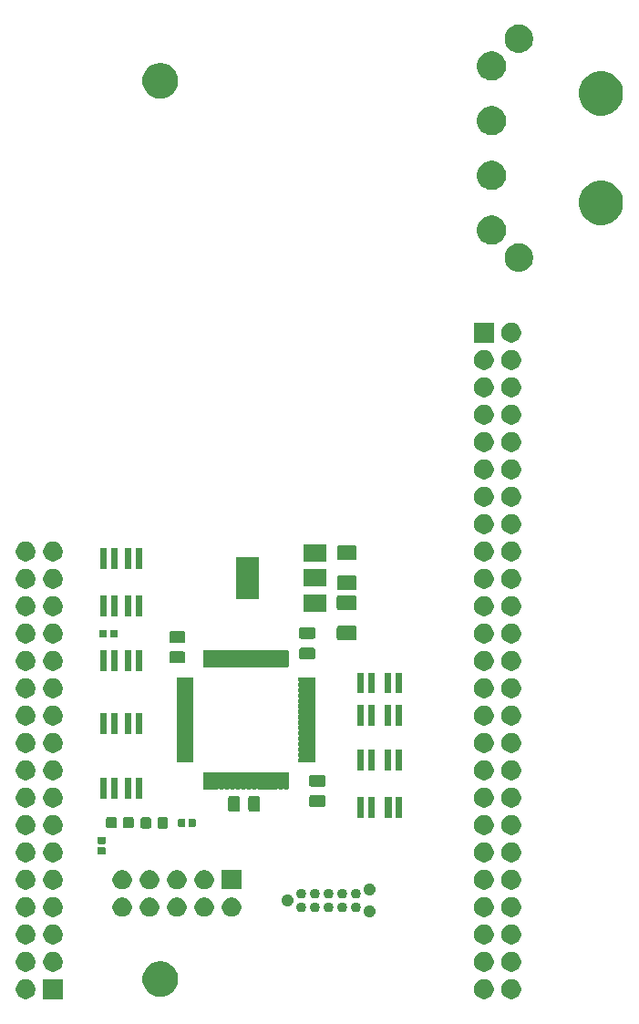
<source format=gbr>
G04 #@! TF.GenerationSoftware,KiCad,Pcbnew,(5.1.5)-3*
G04 #@! TF.CreationDate,2020-11-01T13:08:26+00:00*
G04 #@! TF.ProjectId,SCSIAdaptor,53435349-4164-4617-9074-6f722e6b6963,rev?*
G04 #@! TF.SameCoordinates,Original*
G04 #@! TF.FileFunction,Soldermask,Top*
G04 #@! TF.FilePolarity,Negative*
%FSLAX46Y46*%
G04 Gerber Fmt 4.6, Leading zero omitted, Abs format (unit mm)*
G04 Created by KiCad (PCBNEW (5.1.5)-3) date 2020-11-01 13:08:26*
%MOMM*%
%LPD*%
G04 APERTURE LIST*
%ADD10C,0.100000*%
G04 APERTURE END LIST*
D10*
G36*
X165239778Y-133740547D02*
G01*
X165406224Y-133809491D01*
X165556022Y-133909583D01*
X165683417Y-134036978D01*
X165783509Y-134186776D01*
X165852453Y-134353222D01*
X165887600Y-134529918D01*
X165887600Y-134710082D01*
X165852453Y-134886778D01*
X165783509Y-135053224D01*
X165683417Y-135203022D01*
X165556022Y-135330417D01*
X165406224Y-135430509D01*
X165239778Y-135499453D01*
X165063082Y-135534600D01*
X164882918Y-135534600D01*
X164706222Y-135499453D01*
X164539776Y-135430509D01*
X164389978Y-135330417D01*
X164262583Y-135203022D01*
X164162491Y-135053224D01*
X164093547Y-134886778D01*
X164058400Y-134710082D01*
X164058400Y-134529918D01*
X164093547Y-134353222D01*
X164162491Y-134186776D01*
X164262583Y-134036978D01*
X164389978Y-133909583D01*
X164539776Y-133809491D01*
X164706222Y-133740547D01*
X164882918Y-133705400D01*
X165063082Y-133705400D01*
X165239778Y-133740547D01*
G37*
G36*
X120132778Y-133740547D02*
G01*
X120299224Y-133809491D01*
X120449022Y-133909583D01*
X120576417Y-134036978D01*
X120676509Y-134186776D01*
X120745453Y-134353222D01*
X120780600Y-134529918D01*
X120780600Y-134710082D01*
X120745453Y-134886778D01*
X120676509Y-135053224D01*
X120576417Y-135203022D01*
X120449022Y-135330417D01*
X120299224Y-135430509D01*
X120132778Y-135499453D01*
X119956082Y-135534600D01*
X119775918Y-135534600D01*
X119599222Y-135499453D01*
X119432776Y-135430509D01*
X119282978Y-135330417D01*
X119155583Y-135203022D01*
X119055491Y-135053224D01*
X118986547Y-134886778D01*
X118951400Y-134710082D01*
X118951400Y-134529918D01*
X118986547Y-134353222D01*
X119055491Y-134186776D01*
X119155583Y-134036978D01*
X119282978Y-133909583D01*
X119432776Y-133809491D01*
X119599222Y-133740547D01*
X119775918Y-133705400D01*
X119956082Y-133705400D01*
X120132778Y-133740547D01*
G37*
G36*
X123320600Y-135534600D02*
G01*
X121491400Y-135534600D01*
X121491400Y-133705400D01*
X123320600Y-133705400D01*
X123320600Y-135534600D01*
G37*
G36*
X162699778Y-133740547D02*
G01*
X162866224Y-133809491D01*
X163016022Y-133909583D01*
X163143417Y-134036978D01*
X163243509Y-134186776D01*
X163312453Y-134353222D01*
X163347600Y-134529918D01*
X163347600Y-134710082D01*
X163312453Y-134886778D01*
X163243509Y-135053224D01*
X163143417Y-135203022D01*
X163016022Y-135330417D01*
X162866224Y-135430509D01*
X162699778Y-135499453D01*
X162523082Y-135534600D01*
X162342918Y-135534600D01*
X162166222Y-135499453D01*
X161999776Y-135430509D01*
X161849978Y-135330417D01*
X161722583Y-135203022D01*
X161622491Y-135053224D01*
X161553547Y-134886778D01*
X161518400Y-134710082D01*
X161518400Y-134529918D01*
X161553547Y-134353222D01*
X161622491Y-134186776D01*
X161722583Y-134036978D01*
X161849978Y-133909583D01*
X161999776Y-133809491D01*
X162166222Y-133740547D01*
X162342918Y-133705400D01*
X162523082Y-133705400D01*
X162699778Y-133740547D01*
G37*
G36*
X132755256Y-132071298D02*
G01*
X132861579Y-132092447D01*
X133162042Y-132216903D01*
X133432451Y-132397585D01*
X133662415Y-132627549D01*
X133843097Y-132897958D01*
X133967553Y-133198421D01*
X134031000Y-133517391D01*
X134031000Y-133842609D01*
X133967553Y-134161579D01*
X133843097Y-134462042D01*
X133662415Y-134732451D01*
X133432451Y-134962415D01*
X133162042Y-135143097D01*
X132861579Y-135267553D01*
X132755256Y-135288702D01*
X132542611Y-135331000D01*
X132217389Y-135331000D01*
X132004744Y-135288702D01*
X131898421Y-135267553D01*
X131597958Y-135143097D01*
X131327549Y-134962415D01*
X131097585Y-134732451D01*
X130916903Y-134462042D01*
X130792447Y-134161579D01*
X130729000Y-133842609D01*
X130729000Y-133517391D01*
X130792447Y-133198421D01*
X130916903Y-132897958D01*
X131097585Y-132627549D01*
X131327549Y-132397585D01*
X131597958Y-132216903D01*
X131898421Y-132092447D01*
X132004744Y-132071298D01*
X132217389Y-132029000D01*
X132542611Y-132029000D01*
X132755256Y-132071298D01*
G37*
G36*
X122672778Y-131200547D02*
G01*
X122839224Y-131269491D01*
X122989022Y-131369583D01*
X123116417Y-131496978D01*
X123216509Y-131646776D01*
X123285453Y-131813222D01*
X123320600Y-131989918D01*
X123320600Y-132170082D01*
X123285453Y-132346778D01*
X123216509Y-132513224D01*
X123116417Y-132663022D01*
X122989022Y-132790417D01*
X122839224Y-132890509D01*
X122672778Y-132959453D01*
X122496082Y-132994600D01*
X122315918Y-132994600D01*
X122139222Y-132959453D01*
X121972776Y-132890509D01*
X121822978Y-132790417D01*
X121695583Y-132663022D01*
X121595491Y-132513224D01*
X121526547Y-132346778D01*
X121491400Y-132170082D01*
X121491400Y-131989918D01*
X121526547Y-131813222D01*
X121595491Y-131646776D01*
X121695583Y-131496978D01*
X121822978Y-131369583D01*
X121972776Y-131269491D01*
X122139222Y-131200547D01*
X122315918Y-131165400D01*
X122496082Y-131165400D01*
X122672778Y-131200547D01*
G37*
G36*
X120132778Y-131200547D02*
G01*
X120299224Y-131269491D01*
X120449022Y-131369583D01*
X120576417Y-131496978D01*
X120676509Y-131646776D01*
X120745453Y-131813222D01*
X120780600Y-131989918D01*
X120780600Y-132170082D01*
X120745453Y-132346778D01*
X120676509Y-132513224D01*
X120576417Y-132663022D01*
X120449022Y-132790417D01*
X120299224Y-132890509D01*
X120132778Y-132959453D01*
X119956082Y-132994600D01*
X119775918Y-132994600D01*
X119599222Y-132959453D01*
X119432776Y-132890509D01*
X119282978Y-132790417D01*
X119155583Y-132663022D01*
X119055491Y-132513224D01*
X118986547Y-132346778D01*
X118951400Y-132170082D01*
X118951400Y-131989918D01*
X118986547Y-131813222D01*
X119055491Y-131646776D01*
X119155583Y-131496978D01*
X119282978Y-131369583D01*
X119432776Y-131269491D01*
X119599222Y-131200547D01*
X119775918Y-131165400D01*
X119956082Y-131165400D01*
X120132778Y-131200547D01*
G37*
G36*
X162699778Y-131200547D02*
G01*
X162866224Y-131269491D01*
X163016022Y-131369583D01*
X163143417Y-131496978D01*
X163243509Y-131646776D01*
X163312453Y-131813222D01*
X163347600Y-131989918D01*
X163347600Y-132170082D01*
X163312453Y-132346778D01*
X163243509Y-132513224D01*
X163143417Y-132663022D01*
X163016022Y-132790417D01*
X162866224Y-132890509D01*
X162699778Y-132959453D01*
X162523082Y-132994600D01*
X162342918Y-132994600D01*
X162166222Y-132959453D01*
X161999776Y-132890509D01*
X161849978Y-132790417D01*
X161722583Y-132663022D01*
X161622491Y-132513224D01*
X161553547Y-132346778D01*
X161518400Y-132170082D01*
X161518400Y-131989918D01*
X161553547Y-131813222D01*
X161622491Y-131646776D01*
X161722583Y-131496978D01*
X161849978Y-131369583D01*
X161999776Y-131269491D01*
X162166222Y-131200547D01*
X162342918Y-131165400D01*
X162523082Y-131165400D01*
X162699778Y-131200547D01*
G37*
G36*
X165239778Y-131200547D02*
G01*
X165406224Y-131269491D01*
X165556022Y-131369583D01*
X165683417Y-131496978D01*
X165783509Y-131646776D01*
X165852453Y-131813222D01*
X165887600Y-131989918D01*
X165887600Y-132170082D01*
X165852453Y-132346778D01*
X165783509Y-132513224D01*
X165683417Y-132663022D01*
X165556022Y-132790417D01*
X165406224Y-132890509D01*
X165239778Y-132959453D01*
X165063082Y-132994600D01*
X164882918Y-132994600D01*
X164706222Y-132959453D01*
X164539776Y-132890509D01*
X164389978Y-132790417D01*
X164262583Y-132663022D01*
X164162491Y-132513224D01*
X164093547Y-132346778D01*
X164058400Y-132170082D01*
X164058400Y-131989918D01*
X164093547Y-131813222D01*
X164162491Y-131646776D01*
X164262583Y-131496978D01*
X164389978Y-131369583D01*
X164539776Y-131269491D01*
X164706222Y-131200547D01*
X164882918Y-131165400D01*
X165063082Y-131165400D01*
X165239778Y-131200547D01*
G37*
G36*
X122672778Y-128660547D02*
G01*
X122839224Y-128729491D01*
X122989022Y-128829583D01*
X123116417Y-128956978D01*
X123216509Y-129106776D01*
X123285453Y-129273222D01*
X123320600Y-129449918D01*
X123320600Y-129630082D01*
X123285453Y-129806778D01*
X123216509Y-129973224D01*
X123116417Y-130123022D01*
X122989022Y-130250417D01*
X122839224Y-130350509D01*
X122672778Y-130419453D01*
X122496082Y-130454600D01*
X122315918Y-130454600D01*
X122139222Y-130419453D01*
X121972776Y-130350509D01*
X121822978Y-130250417D01*
X121695583Y-130123022D01*
X121595491Y-129973224D01*
X121526547Y-129806778D01*
X121491400Y-129630082D01*
X121491400Y-129449918D01*
X121526547Y-129273222D01*
X121595491Y-129106776D01*
X121695583Y-128956978D01*
X121822978Y-128829583D01*
X121972776Y-128729491D01*
X122139222Y-128660547D01*
X122315918Y-128625400D01*
X122496082Y-128625400D01*
X122672778Y-128660547D01*
G37*
G36*
X120132778Y-128660547D02*
G01*
X120299224Y-128729491D01*
X120449022Y-128829583D01*
X120576417Y-128956978D01*
X120676509Y-129106776D01*
X120745453Y-129273222D01*
X120780600Y-129449918D01*
X120780600Y-129630082D01*
X120745453Y-129806778D01*
X120676509Y-129973224D01*
X120576417Y-130123022D01*
X120449022Y-130250417D01*
X120299224Y-130350509D01*
X120132778Y-130419453D01*
X119956082Y-130454600D01*
X119775918Y-130454600D01*
X119599222Y-130419453D01*
X119432776Y-130350509D01*
X119282978Y-130250417D01*
X119155583Y-130123022D01*
X119055491Y-129973224D01*
X118986547Y-129806778D01*
X118951400Y-129630082D01*
X118951400Y-129449918D01*
X118986547Y-129273222D01*
X119055491Y-129106776D01*
X119155583Y-128956978D01*
X119282978Y-128829583D01*
X119432776Y-128729491D01*
X119599222Y-128660547D01*
X119775918Y-128625400D01*
X119956082Y-128625400D01*
X120132778Y-128660547D01*
G37*
G36*
X165239778Y-128660547D02*
G01*
X165406224Y-128729491D01*
X165556022Y-128829583D01*
X165683417Y-128956978D01*
X165783509Y-129106776D01*
X165852453Y-129273222D01*
X165887600Y-129449918D01*
X165887600Y-129630082D01*
X165852453Y-129806778D01*
X165783509Y-129973224D01*
X165683417Y-130123022D01*
X165556022Y-130250417D01*
X165406224Y-130350509D01*
X165239778Y-130419453D01*
X165063082Y-130454600D01*
X164882918Y-130454600D01*
X164706222Y-130419453D01*
X164539776Y-130350509D01*
X164389978Y-130250417D01*
X164262583Y-130123022D01*
X164162491Y-129973224D01*
X164093547Y-129806778D01*
X164058400Y-129630082D01*
X164058400Y-129449918D01*
X164093547Y-129273222D01*
X164162491Y-129106776D01*
X164262583Y-128956978D01*
X164389978Y-128829583D01*
X164539776Y-128729491D01*
X164706222Y-128660547D01*
X164882918Y-128625400D01*
X165063082Y-128625400D01*
X165239778Y-128660547D01*
G37*
G36*
X162699778Y-128660547D02*
G01*
X162866224Y-128729491D01*
X163016022Y-128829583D01*
X163143417Y-128956978D01*
X163243509Y-129106776D01*
X163312453Y-129273222D01*
X163347600Y-129449918D01*
X163347600Y-129630082D01*
X163312453Y-129806778D01*
X163243509Y-129973224D01*
X163143417Y-130123022D01*
X163016022Y-130250417D01*
X162866224Y-130350509D01*
X162699778Y-130419453D01*
X162523082Y-130454600D01*
X162342918Y-130454600D01*
X162166222Y-130419453D01*
X161999776Y-130350509D01*
X161849978Y-130250417D01*
X161722583Y-130123022D01*
X161622491Y-129973224D01*
X161553547Y-129806778D01*
X161518400Y-129630082D01*
X161518400Y-129449918D01*
X161553547Y-129273222D01*
X161622491Y-129106776D01*
X161722583Y-128956978D01*
X161849978Y-128829583D01*
X161999776Y-128729491D01*
X162166222Y-128660547D01*
X162342918Y-128625400D01*
X162523082Y-128625400D01*
X162699778Y-128660547D01*
G37*
G36*
X151922378Y-126845197D02*
G01*
X151975150Y-126855694D01*
X152074570Y-126896875D01*
X152164046Y-126956661D01*
X152240139Y-127032754D01*
X152299925Y-127122230D01*
X152341106Y-127221650D01*
X152362100Y-127327194D01*
X152362100Y-127434806D01*
X152341106Y-127540350D01*
X152299925Y-127639770D01*
X152240139Y-127729246D01*
X152164046Y-127805339D01*
X152074570Y-127865125D01*
X151975150Y-127906306D01*
X151933453Y-127914600D01*
X151869607Y-127927300D01*
X151761993Y-127927300D01*
X151698147Y-127914600D01*
X151656450Y-127906306D01*
X151557030Y-127865125D01*
X151467554Y-127805339D01*
X151391461Y-127729246D01*
X151331675Y-127639770D01*
X151290494Y-127540350D01*
X151269500Y-127434806D01*
X151269500Y-127327194D01*
X151290494Y-127221650D01*
X151331675Y-127122230D01*
X151391461Y-127032754D01*
X151467554Y-126956661D01*
X151557030Y-126896875D01*
X151656450Y-126855694D01*
X151709222Y-126845197D01*
X151761993Y-126834700D01*
X151869607Y-126834700D01*
X151922378Y-126845197D01*
G37*
G36*
X165239778Y-126120547D02*
G01*
X165406224Y-126189491D01*
X165556022Y-126289583D01*
X165683417Y-126416978D01*
X165783509Y-126566776D01*
X165852453Y-126733222D01*
X165887600Y-126909918D01*
X165887600Y-127090082D01*
X165852453Y-127266778D01*
X165783509Y-127433224D01*
X165683417Y-127583022D01*
X165556022Y-127710417D01*
X165406224Y-127810509D01*
X165239778Y-127879453D01*
X165063082Y-127914600D01*
X164882918Y-127914600D01*
X164706222Y-127879453D01*
X164539776Y-127810509D01*
X164389978Y-127710417D01*
X164262583Y-127583022D01*
X164162491Y-127433224D01*
X164093547Y-127266778D01*
X164058400Y-127090082D01*
X164058400Y-126909918D01*
X164093547Y-126733222D01*
X164162491Y-126566776D01*
X164262583Y-126416978D01*
X164389978Y-126289583D01*
X164539776Y-126189491D01*
X164706222Y-126120547D01*
X164882918Y-126085400D01*
X165063082Y-126085400D01*
X165239778Y-126120547D01*
G37*
G36*
X122672778Y-126120547D02*
G01*
X122839224Y-126189491D01*
X122989022Y-126289583D01*
X123116417Y-126416978D01*
X123216509Y-126566776D01*
X123285453Y-126733222D01*
X123320600Y-126909918D01*
X123320600Y-127090082D01*
X123285453Y-127266778D01*
X123216509Y-127433224D01*
X123116417Y-127583022D01*
X122989022Y-127710417D01*
X122839224Y-127810509D01*
X122672778Y-127879453D01*
X122496082Y-127914600D01*
X122315918Y-127914600D01*
X122139222Y-127879453D01*
X121972776Y-127810509D01*
X121822978Y-127710417D01*
X121695583Y-127583022D01*
X121595491Y-127433224D01*
X121526547Y-127266778D01*
X121491400Y-127090082D01*
X121491400Y-126909918D01*
X121526547Y-126733222D01*
X121595491Y-126566776D01*
X121695583Y-126416978D01*
X121822978Y-126289583D01*
X121972776Y-126189491D01*
X122139222Y-126120547D01*
X122315918Y-126085400D01*
X122496082Y-126085400D01*
X122672778Y-126120547D01*
G37*
G36*
X162699778Y-126120547D02*
G01*
X162866224Y-126189491D01*
X163016022Y-126289583D01*
X163143417Y-126416978D01*
X163243509Y-126566776D01*
X163312453Y-126733222D01*
X163347600Y-126909918D01*
X163347600Y-127090082D01*
X163312453Y-127266778D01*
X163243509Y-127433224D01*
X163143417Y-127583022D01*
X163016022Y-127710417D01*
X162866224Y-127810509D01*
X162699778Y-127879453D01*
X162523082Y-127914600D01*
X162342918Y-127914600D01*
X162166222Y-127879453D01*
X161999776Y-127810509D01*
X161849978Y-127710417D01*
X161722583Y-127583022D01*
X161622491Y-127433224D01*
X161553547Y-127266778D01*
X161518400Y-127090082D01*
X161518400Y-126909918D01*
X161553547Y-126733222D01*
X161622491Y-126566776D01*
X161722583Y-126416978D01*
X161849978Y-126289583D01*
X161999776Y-126189491D01*
X162166222Y-126120547D01*
X162342918Y-126085400D01*
X162523082Y-126085400D01*
X162699778Y-126120547D01*
G37*
G36*
X120132778Y-126120547D02*
G01*
X120299224Y-126189491D01*
X120449022Y-126289583D01*
X120576417Y-126416978D01*
X120676509Y-126566776D01*
X120745453Y-126733222D01*
X120780600Y-126909918D01*
X120780600Y-127090082D01*
X120745453Y-127266778D01*
X120676509Y-127433224D01*
X120576417Y-127583022D01*
X120449022Y-127710417D01*
X120299224Y-127810509D01*
X120132778Y-127879453D01*
X119956082Y-127914600D01*
X119775918Y-127914600D01*
X119599222Y-127879453D01*
X119432776Y-127810509D01*
X119282978Y-127710417D01*
X119155583Y-127583022D01*
X119055491Y-127433224D01*
X118986547Y-127266778D01*
X118951400Y-127090082D01*
X118951400Y-126909918D01*
X118986547Y-126733222D01*
X119055491Y-126566776D01*
X119155583Y-126416978D01*
X119282978Y-126289583D01*
X119432776Y-126189491D01*
X119599222Y-126120547D01*
X119775918Y-126085400D01*
X119956082Y-126085400D01*
X120132778Y-126120547D01*
G37*
G36*
X131482312Y-126103927D02*
G01*
X131631612Y-126133624D01*
X131795584Y-126201544D01*
X131943154Y-126300147D01*
X132068653Y-126425646D01*
X132167256Y-126573216D01*
X132235176Y-126737188D01*
X132269800Y-126911259D01*
X132269800Y-127088741D01*
X132235176Y-127262812D01*
X132167256Y-127426784D01*
X132068653Y-127574354D01*
X131943154Y-127699853D01*
X131795584Y-127798456D01*
X131631612Y-127866376D01*
X131482312Y-127896073D01*
X131457542Y-127901000D01*
X131280058Y-127901000D01*
X131255288Y-127896073D01*
X131105988Y-127866376D01*
X130942016Y-127798456D01*
X130794446Y-127699853D01*
X130668947Y-127574354D01*
X130570344Y-127426784D01*
X130502424Y-127262812D01*
X130467800Y-127088741D01*
X130467800Y-126911259D01*
X130502424Y-126737188D01*
X130570344Y-126573216D01*
X130668947Y-126425646D01*
X130794446Y-126300147D01*
X130942016Y-126201544D01*
X131105988Y-126133624D01*
X131255288Y-126103927D01*
X131280058Y-126099000D01*
X131457542Y-126099000D01*
X131482312Y-126103927D01*
G37*
G36*
X139102312Y-126103927D02*
G01*
X139251612Y-126133624D01*
X139415584Y-126201544D01*
X139563154Y-126300147D01*
X139688653Y-126425646D01*
X139787256Y-126573216D01*
X139855176Y-126737188D01*
X139889800Y-126911259D01*
X139889800Y-127088741D01*
X139855176Y-127262812D01*
X139787256Y-127426784D01*
X139688653Y-127574354D01*
X139563154Y-127699853D01*
X139415584Y-127798456D01*
X139251612Y-127866376D01*
X139102312Y-127896073D01*
X139077542Y-127901000D01*
X138900058Y-127901000D01*
X138875288Y-127896073D01*
X138725988Y-127866376D01*
X138562016Y-127798456D01*
X138414446Y-127699853D01*
X138288947Y-127574354D01*
X138190344Y-127426784D01*
X138122424Y-127262812D01*
X138087800Y-127088741D01*
X138087800Y-126911259D01*
X138122424Y-126737188D01*
X138190344Y-126573216D01*
X138288947Y-126425646D01*
X138414446Y-126300147D01*
X138562016Y-126201544D01*
X138725988Y-126133624D01*
X138875288Y-126103927D01*
X138900058Y-126099000D01*
X139077542Y-126099000D01*
X139102312Y-126103927D01*
G37*
G36*
X128942312Y-126103927D02*
G01*
X129091612Y-126133624D01*
X129255584Y-126201544D01*
X129403154Y-126300147D01*
X129528653Y-126425646D01*
X129627256Y-126573216D01*
X129695176Y-126737188D01*
X129729800Y-126911259D01*
X129729800Y-127088741D01*
X129695176Y-127262812D01*
X129627256Y-127426784D01*
X129528653Y-127574354D01*
X129403154Y-127699853D01*
X129255584Y-127798456D01*
X129091612Y-127866376D01*
X128942312Y-127896073D01*
X128917542Y-127901000D01*
X128740058Y-127901000D01*
X128715288Y-127896073D01*
X128565988Y-127866376D01*
X128402016Y-127798456D01*
X128254446Y-127699853D01*
X128128947Y-127574354D01*
X128030344Y-127426784D01*
X127962424Y-127262812D01*
X127927800Y-127088741D01*
X127927800Y-126911259D01*
X127962424Y-126737188D01*
X128030344Y-126573216D01*
X128128947Y-126425646D01*
X128254446Y-126300147D01*
X128402016Y-126201544D01*
X128565988Y-126133624D01*
X128715288Y-126103927D01*
X128740058Y-126099000D01*
X128917542Y-126099000D01*
X128942312Y-126103927D01*
G37*
G36*
X134022312Y-126103927D02*
G01*
X134171612Y-126133624D01*
X134335584Y-126201544D01*
X134483154Y-126300147D01*
X134608653Y-126425646D01*
X134707256Y-126573216D01*
X134775176Y-126737188D01*
X134809800Y-126911259D01*
X134809800Y-127088741D01*
X134775176Y-127262812D01*
X134707256Y-127426784D01*
X134608653Y-127574354D01*
X134483154Y-127699853D01*
X134335584Y-127798456D01*
X134171612Y-127866376D01*
X134022312Y-127896073D01*
X133997542Y-127901000D01*
X133820058Y-127901000D01*
X133795288Y-127896073D01*
X133645988Y-127866376D01*
X133482016Y-127798456D01*
X133334446Y-127699853D01*
X133208947Y-127574354D01*
X133110344Y-127426784D01*
X133042424Y-127262812D01*
X133007800Y-127088741D01*
X133007800Y-126911259D01*
X133042424Y-126737188D01*
X133110344Y-126573216D01*
X133208947Y-126425646D01*
X133334446Y-126300147D01*
X133482016Y-126201544D01*
X133645988Y-126133624D01*
X133795288Y-126103927D01*
X133820058Y-126099000D01*
X133997542Y-126099000D01*
X134022312Y-126103927D01*
G37*
G36*
X136562312Y-126103927D02*
G01*
X136711612Y-126133624D01*
X136875584Y-126201544D01*
X137023154Y-126300147D01*
X137148653Y-126425646D01*
X137247256Y-126573216D01*
X137315176Y-126737188D01*
X137349800Y-126911259D01*
X137349800Y-127088741D01*
X137315176Y-127262812D01*
X137247256Y-127426784D01*
X137148653Y-127574354D01*
X137023154Y-127699853D01*
X136875584Y-127798456D01*
X136711612Y-127866376D01*
X136562312Y-127896073D01*
X136537542Y-127901000D01*
X136360058Y-127901000D01*
X136335288Y-127896073D01*
X136185988Y-127866376D01*
X136022016Y-127798456D01*
X135874446Y-127699853D01*
X135748947Y-127574354D01*
X135650344Y-127426784D01*
X135582424Y-127262812D01*
X135547800Y-127088741D01*
X135547800Y-126911259D01*
X135582424Y-126737188D01*
X135650344Y-126573216D01*
X135748947Y-126425646D01*
X135874446Y-126300147D01*
X136022016Y-126201544D01*
X136185988Y-126133624D01*
X136335288Y-126103927D01*
X136360058Y-126099000D01*
X136537542Y-126099000D01*
X136562312Y-126103927D01*
G37*
G36*
X146837290Y-126566775D02*
G01*
X146865514Y-126572389D01*
X146946445Y-126605912D01*
X147019280Y-126654579D01*
X147081221Y-126716520D01*
X147129888Y-126789355D01*
X147129889Y-126789357D01*
X147163411Y-126870286D01*
X147180500Y-126956199D01*
X147180500Y-127043801D01*
X147171294Y-127090082D01*
X147163411Y-127129714D01*
X147129888Y-127210645D01*
X147081221Y-127283480D01*
X147019280Y-127345421D01*
X146946445Y-127394088D01*
X146946444Y-127394089D01*
X146946443Y-127394089D01*
X146865514Y-127427611D01*
X146779601Y-127444700D01*
X146691999Y-127444700D01*
X146606086Y-127427611D01*
X146525157Y-127394089D01*
X146525156Y-127394089D01*
X146525155Y-127394088D01*
X146452320Y-127345421D01*
X146390379Y-127283480D01*
X146341712Y-127210645D01*
X146308189Y-127129714D01*
X146300306Y-127090082D01*
X146291100Y-127043801D01*
X146291100Y-126956199D01*
X146308189Y-126870286D01*
X146341711Y-126789357D01*
X146341712Y-126789355D01*
X146390379Y-126716520D01*
X146452320Y-126654579D01*
X146525155Y-126605912D01*
X146606086Y-126572389D01*
X146634310Y-126566775D01*
X146691999Y-126555300D01*
X146779601Y-126555300D01*
X146837290Y-126566775D01*
G37*
G36*
X150647290Y-126566775D02*
G01*
X150675514Y-126572389D01*
X150756445Y-126605912D01*
X150829280Y-126654579D01*
X150891221Y-126716520D01*
X150939888Y-126789355D01*
X150939889Y-126789357D01*
X150973411Y-126870286D01*
X150990500Y-126956199D01*
X150990500Y-127043801D01*
X150981294Y-127090082D01*
X150973411Y-127129714D01*
X150939888Y-127210645D01*
X150891221Y-127283480D01*
X150829280Y-127345421D01*
X150756445Y-127394088D01*
X150756444Y-127394089D01*
X150756443Y-127394089D01*
X150675514Y-127427611D01*
X150589601Y-127444700D01*
X150501999Y-127444700D01*
X150416086Y-127427611D01*
X150335157Y-127394089D01*
X150335156Y-127394089D01*
X150335155Y-127394088D01*
X150262320Y-127345421D01*
X150200379Y-127283480D01*
X150151712Y-127210645D01*
X150118189Y-127129714D01*
X150110306Y-127090082D01*
X150101100Y-127043801D01*
X150101100Y-126956199D01*
X150118189Y-126870286D01*
X150151711Y-126789357D01*
X150151712Y-126789355D01*
X150200379Y-126716520D01*
X150262320Y-126654579D01*
X150335155Y-126605912D01*
X150416086Y-126572389D01*
X150444310Y-126566775D01*
X150501999Y-126555300D01*
X150589601Y-126555300D01*
X150647290Y-126566775D01*
G37*
G36*
X149377290Y-126566775D02*
G01*
X149405514Y-126572389D01*
X149486445Y-126605912D01*
X149559280Y-126654579D01*
X149621221Y-126716520D01*
X149669888Y-126789355D01*
X149669889Y-126789357D01*
X149703411Y-126870286D01*
X149720500Y-126956199D01*
X149720500Y-127043801D01*
X149711294Y-127090082D01*
X149703411Y-127129714D01*
X149669888Y-127210645D01*
X149621221Y-127283480D01*
X149559280Y-127345421D01*
X149486445Y-127394088D01*
X149486444Y-127394089D01*
X149486443Y-127394089D01*
X149405514Y-127427611D01*
X149319601Y-127444700D01*
X149231999Y-127444700D01*
X149146086Y-127427611D01*
X149065157Y-127394089D01*
X149065156Y-127394089D01*
X149065155Y-127394088D01*
X148992320Y-127345421D01*
X148930379Y-127283480D01*
X148881712Y-127210645D01*
X148848189Y-127129714D01*
X148840306Y-127090082D01*
X148831100Y-127043801D01*
X148831100Y-126956199D01*
X148848189Y-126870286D01*
X148881711Y-126789357D01*
X148881712Y-126789355D01*
X148930379Y-126716520D01*
X148992320Y-126654579D01*
X149065155Y-126605912D01*
X149146086Y-126572389D01*
X149174310Y-126566775D01*
X149231999Y-126555300D01*
X149319601Y-126555300D01*
X149377290Y-126566775D01*
G37*
G36*
X148107290Y-126566775D02*
G01*
X148135514Y-126572389D01*
X148216445Y-126605912D01*
X148289280Y-126654579D01*
X148351221Y-126716520D01*
X148399888Y-126789355D01*
X148399889Y-126789357D01*
X148433411Y-126870286D01*
X148450500Y-126956199D01*
X148450500Y-127043801D01*
X148441294Y-127090082D01*
X148433411Y-127129714D01*
X148399888Y-127210645D01*
X148351221Y-127283480D01*
X148289280Y-127345421D01*
X148216445Y-127394088D01*
X148216444Y-127394089D01*
X148216443Y-127394089D01*
X148135514Y-127427611D01*
X148049601Y-127444700D01*
X147961999Y-127444700D01*
X147876086Y-127427611D01*
X147795157Y-127394089D01*
X147795156Y-127394089D01*
X147795155Y-127394088D01*
X147722320Y-127345421D01*
X147660379Y-127283480D01*
X147611712Y-127210645D01*
X147578189Y-127129714D01*
X147570306Y-127090082D01*
X147561100Y-127043801D01*
X147561100Y-126956199D01*
X147578189Y-126870286D01*
X147611711Y-126789357D01*
X147611712Y-126789355D01*
X147660379Y-126716520D01*
X147722320Y-126654579D01*
X147795155Y-126605912D01*
X147876086Y-126572389D01*
X147904310Y-126566775D01*
X147961999Y-126555300D01*
X148049601Y-126555300D01*
X148107290Y-126566775D01*
G37*
G36*
X145567290Y-126566775D02*
G01*
X145595514Y-126572389D01*
X145676445Y-126605912D01*
X145749280Y-126654579D01*
X145811221Y-126716520D01*
X145859888Y-126789355D01*
X145859889Y-126789357D01*
X145893411Y-126870286D01*
X145910500Y-126956199D01*
X145910500Y-127043801D01*
X145901294Y-127090082D01*
X145893411Y-127129714D01*
X145859888Y-127210645D01*
X145811221Y-127283480D01*
X145749280Y-127345421D01*
X145676445Y-127394088D01*
X145676444Y-127394089D01*
X145676443Y-127394089D01*
X145595514Y-127427611D01*
X145509601Y-127444700D01*
X145421999Y-127444700D01*
X145336086Y-127427611D01*
X145255157Y-127394089D01*
X145255156Y-127394089D01*
X145255155Y-127394088D01*
X145182320Y-127345421D01*
X145120379Y-127283480D01*
X145071712Y-127210645D01*
X145038189Y-127129714D01*
X145030306Y-127090082D01*
X145021100Y-127043801D01*
X145021100Y-126956199D01*
X145038189Y-126870286D01*
X145071711Y-126789357D01*
X145071712Y-126789355D01*
X145120379Y-126716520D01*
X145182320Y-126654579D01*
X145255155Y-126605912D01*
X145336086Y-126572389D01*
X145364310Y-126566775D01*
X145421999Y-126555300D01*
X145509601Y-126555300D01*
X145567290Y-126566775D01*
G37*
G36*
X144302378Y-125829197D02*
G01*
X144355150Y-125839694D01*
X144454570Y-125880875D01*
X144544046Y-125940661D01*
X144620139Y-126016754D01*
X144679925Y-126106230D01*
X144714413Y-126189492D01*
X144721106Y-126205651D01*
X144742100Y-126311193D01*
X144742100Y-126418807D01*
X144740739Y-126425647D01*
X144721106Y-126524350D01*
X144679925Y-126623770D01*
X144620139Y-126713246D01*
X144544046Y-126789339D01*
X144454570Y-126849125D01*
X144355150Y-126890306D01*
X144322125Y-126896875D01*
X144249607Y-126911300D01*
X144141993Y-126911300D01*
X144069475Y-126896875D01*
X144036450Y-126890306D01*
X143937030Y-126849125D01*
X143847554Y-126789339D01*
X143771461Y-126713246D01*
X143711675Y-126623770D01*
X143670494Y-126524350D01*
X143650861Y-126425647D01*
X143649500Y-126418807D01*
X143649500Y-126311193D01*
X143670494Y-126205651D01*
X143677187Y-126189492D01*
X143711675Y-126106230D01*
X143771461Y-126016754D01*
X143847554Y-125940661D01*
X143937030Y-125880875D01*
X144036450Y-125839694D01*
X144089222Y-125829197D01*
X144141993Y-125818700D01*
X144249607Y-125818700D01*
X144302378Y-125829197D01*
G37*
G36*
X148135514Y-125302389D02*
G01*
X148193424Y-125326376D01*
X148216445Y-125335912D01*
X148289280Y-125384579D01*
X148351221Y-125446520D01*
X148399888Y-125519355D01*
X148433411Y-125600286D01*
X148450500Y-125686201D01*
X148450500Y-125773799D01*
X148433411Y-125859714D01*
X148399888Y-125940645D01*
X148351221Y-126013480D01*
X148289280Y-126075421D01*
X148216445Y-126124088D01*
X148216444Y-126124089D01*
X148216443Y-126124089D01*
X148135514Y-126157611D01*
X148049601Y-126174700D01*
X147961999Y-126174700D01*
X147876086Y-126157611D01*
X147795157Y-126124089D01*
X147795156Y-126124089D01*
X147795155Y-126124088D01*
X147722320Y-126075421D01*
X147660379Y-126013480D01*
X147611712Y-125940645D01*
X147578189Y-125859714D01*
X147561100Y-125773799D01*
X147561100Y-125686201D01*
X147578189Y-125600286D01*
X147611712Y-125519355D01*
X147660379Y-125446520D01*
X147722320Y-125384579D01*
X147795155Y-125335912D01*
X147818177Y-125326376D01*
X147876086Y-125302389D01*
X147961999Y-125285300D01*
X148049601Y-125285300D01*
X148135514Y-125302389D01*
G37*
G36*
X150675514Y-125302389D02*
G01*
X150733424Y-125326376D01*
X150756445Y-125335912D01*
X150829280Y-125384579D01*
X150891221Y-125446520D01*
X150939888Y-125519355D01*
X150973411Y-125600286D01*
X150990500Y-125686201D01*
X150990500Y-125773799D01*
X150973411Y-125859714D01*
X150939888Y-125940645D01*
X150891221Y-126013480D01*
X150829280Y-126075421D01*
X150756445Y-126124088D01*
X150756444Y-126124089D01*
X150756443Y-126124089D01*
X150675514Y-126157611D01*
X150589601Y-126174700D01*
X150501999Y-126174700D01*
X150416086Y-126157611D01*
X150335157Y-126124089D01*
X150335156Y-126124089D01*
X150335155Y-126124088D01*
X150262320Y-126075421D01*
X150200379Y-126013480D01*
X150151712Y-125940645D01*
X150118189Y-125859714D01*
X150101100Y-125773799D01*
X150101100Y-125686201D01*
X150118189Y-125600286D01*
X150151712Y-125519355D01*
X150200379Y-125446520D01*
X150262320Y-125384579D01*
X150335155Y-125335912D01*
X150358177Y-125326376D01*
X150416086Y-125302389D01*
X150501999Y-125285300D01*
X150589601Y-125285300D01*
X150675514Y-125302389D01*
G37*
G36*
X149405514Y-125302389D02*
G01*
X149463424Y-125326376D01*
X149486445Y-125335912D01*
X149559280Y-125384579D01*
X149621221Y-125446520D01*
X149669888Y-125519355D01*
X149703411Y-125600286D01*
X149720500Y-125686201D01*
X149720500Y-125773799D01*
X149703411Y-125859714D01*
X149669888Y-125940645D01*
X149621221Y-126013480D01*
X149559280Y-126075421D01*
X149486445Y-126124088D01*
X149486444Y-126124089D01*
X149486443Y-126124089D01*
X149405514Y-126157611D01*
X149319601Y-126174700D01*
X149231999Y-126174700D01*
X149146086Y-126157611D01*
X149065157Y-126124089D01*
X149065156Y-126124089D01*
X149065155Y-126124088D01*
X148992320Y-126075421D01*
X148930379Y-126013480D01*
X148881712Y-125940645D01*
X148848189Y-125859714D01*
X148831100Y-125773799D01*
X148831100Y-125686201D01*
X148848189Y-125600286D01*
X148881712Y-125519355D01*
X148930379Y-125446520D01*
X148992320Y-125384579D01*
X149065155Y-125335912D01*
X149088177Y-125326376D01*
X149146086Y-125302389D01*
X149231999Y-125285300D01*
X149319601Y-125285300D01*
X149405514Y-125302389D01*
G37*
G36*
X146865514Y-125302389D02*
G01*
X146923424Y-125326376D01*
X146946445Y-125335912D01*
X147019280Y-125384579D01*
X147081221Y-125446520D01*
X147129888Y-125519355D01*
X147163411Y-125600286D01*
X147180500Y-125686201D01*
X147180500Y-125773799D01*
X147163411Y-125859714D01*
X147129888Y-125940645D01*
X147081221Y-126013480D01*
X147019280Y-126075421D01*
X146946445Y-126124088D01*
X146946444Y-126124089D01*
X146946443Y-126124089D01*
X146865514Y-126157611D01*
X146779601Y-126174700D01*
X146691999Y-126174700D01*
X146606086Y-126157611D01*
X146525157Y-126124089D01*
X146525156Y-126124089D01*
X146525155Y-126124088D01*
X146452320Y-126075421D01*
X146390379Y-126013480D01*
X146341712Y-125940645D01*
X146308189Y-125859714D01*
X146291100Y-125773799D01*
X146291100Y-125686201D01*
X146308189Y-125600286D01*
X146341712Y-125519355D01*
X146390379Y-125446520D01*
X146452320Y-125384579D01*
X146525155Y-125335912D01*
X146548177Y-125326376D01*
X146606086Y-125302389D01*
X146691999Y-125285300D01*
X146779601Y-125285300D01*
X146865514Y-125302389D01*
G37*
G36*
X145595514Y-125302389D02*
G01*
X145653424Y-125326376D01*
X145676445Y-125335912D01*
X145749280Y-125384579D01*
X145811221Y-125446520D01*
X145859888Y-125519355D01*
X145893411Y-125600286D01*
X145910500Y-125686201D01*
X145910500Y-125773799D01*
X145893411Y-125859714D01*
X145859888Y-125940645D01*
X145811221Y-126013480D01*
X145749280Y-126075421D01*
X145676445Y-126124088D01*
X145676444Y-126124089D01*
X145676443Y-126124089D01*
X145595514Y-126157611D01*
X145509601Y-126174700D01*
X145421999Y-126174700D01*
X145336086Y-126157611D01*
X145255157Y-126124089D01*
X145255156Y-126124089D01*
X145255155Y-126124088D01*
X145182320Y-126075421D01*
X145120379Y-126013480D01*
X145071712Y-125940645D01*
X145038189Y-125859714D01*
X145021100Y-125773799D01*
X145021100Y-125686201D01*
X145038189Y-125600286D01*
X145071712Y-125519355D01*
X145120379Y-125446520D01*
X145182320Y-125384579D01*
X145255155Y-125335912D01*
X145278177Y-125326376D01*
X145336086Y-125302389D01*
X145421999Y-125285300D01*
X145509601Y-125285300D01*
X145595514Y-125302389D01*
G37*
G36*
X151922378Y-124813197D02*
G01*
X151975150Y-124823694D01*
X152074570Y-124864875D01*
X152164046Y-124924661D01*
X152240139Y-125000754D01*
X152299925Y-125090230D01*
X152341106Y-125189650D01*
X152362100Y-125295194D01*
X152362100Y-125402806D01*
X152341106Y-125508350D01*
X152299925Y-125607770D01*
X152240139Y-125697246D01*
X152164046Y-125773339D01*
X152074570Y-125833125D01*
X151975150Y-125874306D01*
X151942125Y-125880875D01*
X151869607Y-125895300D01*
X151761993Y-125895300D01*
X151689475Y-125880875D01*
X151656450Y-125874306D01*
X151557030Y-125833125D01*
X151467554Y-125773339D01*
X151391461Y-125697246D01*
X151331675Y-125607770D01*
X151290494Y-125508350D01*
X151269500Y-125402806D01*
X151269500Y-125295194D01*
X151290494Y-125189650D01*
X151331675Y-125090230D01*
X151391461Y-125000754D01*
X151467554Y-124924661D01*
X151557030Y-124864875D01*
X151656450Y-124823694D01*
X151709222Y-124813197D01*
X151761993Y-124802700D01*
X151869607Y-124802700D01*
X151922378Y-124813197D01*
G37*
G36*
X122672778Y-123580547D02*
G01*
X122839224Y-123649491D01*
X122989022Y-123749583D01*
X123116417Y-123876978D01*
X123216509Y-124026776D01*
X123285453Y-124193222D01*
X123320600Y-124369918D01*
X123320600Y-124550082D01*
X123285453Y-124726778D01*
X123216509Y-124893224D01*
X123116417Y-125043022D01*
X122989022Y-125170417D01*
X122839224Y-125270509D01*
X122672778Y-125339453D01*
X122496082Y-125374600D01*
X122315918Y-125374600D01*
X122139222Y-125339453D01*
X121972776Y-125270509D01*
X121822978Y-125170417D01*
X121695583Y-125043022D01*
X121595491Y-124893224D01*
X121526547Y-124726778D01*
X121491400Y-124550082D01*
X121491400Y-124369918D01*
X121526547Y-124193222D01*
X121595491Y-124026776D01*
X121695583Y-123876978D01*
X121822978Y-123749583D01*
X121972776Y-123649491D01*
X122139222Y-123580547D01*
X122315918Y-123545400D01*
X122496082Y-123545400D01*
X122672778Y-123580547D01*
G37*
G36*
X120132778Y-123580547D02*
G01*
X120299224Y-123649491D01*
X120449022Y-123749583D01*
X120576417Y-123876978D01*
X120676509Y-124026776D01*
X120745453Y-124193222D01*
X120780600Y-124369918D01*
X120780600Y-124550082D01*
X120745453Y-124726778D01*
X120676509Y-124893224D01*
X120576417Y-125043022D01*
X120449022Y-125170417D01*
X120299224Y-125270509D01*
X120132778Y-125339453D01*
X119956082Y-125374600D01*
X119775918Y-125374600D01*
X119599222Y-125339453D01*
X119432776Y-125270509D01*
X119282978Y-125170417D01*
X119155583Y-125043022D01*
X119055491Y-124893224D01*
X118986547Y-124726778D01*
X118951400Y-124550082D01*
X118951400Y-124369918D01*
X118986547Y-124193222D01*
X119055491Y-124026776D01*
X119155583Y-123876978D01*
X119282978Y-123749583D01*
X119432776Y-123649491D01*
X119599222Y-123580547D01*
X119775918Y-123545400D01*
X119956082Y-123545400D01*
X120132778Y-123580547D01*
G37*
G36*
X165239778Y-123580547D02*
G01*
X165406224Y-123649491D01*
X165556022Y-123749583D01*
X165683417Y-123876978D01*
X165783509Y-124026776D01*
X165852453Y-124193222D01*
X165887600Y-124369918D01*
X165887600Y-124550082D01*
X165852453Y-124726778D01*
X165783509Y-124893224D01*
X165683417Y-125043022D01*
X165556022Y-125170417D01*
X165406224Y-125270509D01*
X165239778Y-125339453D01*
X165063082Y-125374600D01*
X164882918Y-125374600D01*
X164706222Y-125339453D01*
X164539776Y-125270509D01*
X164389978Y-125170417D01*
X164262583Y-125043022D01*
X164162491Y-124893224D01*
X164093547Y-124726778D01*
X164058400Y-124550082D01*
X164058400Y-124369918D01*
X164093547Y-124193222D01*
X164162491Y-124026776D01*
X164262583Y-123876978D01*
X164389978Y-123749583D01*
X164539776Y-123649491D01*
X164706222Y-123580547D01*
X164882918Y-123545400D01*
X165063082Y-123545400D01*
X165239778Y-123580547D01*
G37*
G36*
X162699778Y-123580547D02*
G01*
X162866224Y-123649491D01*
X163016022Y-123749583D01*
X163143417Y-123876978D01*
X163243509Y-124026776D01*
X163312453Y-124193222D01*
X163347600Y-124369918D01*
X163347600Y-124550082D01*
X163312453Y-124726778D01*
X163243509Y-124893224D01*
X163143417Y-125043022D01*
X163016022Y-125170417D01*
X162866224Y-125270509D01*
X162699778Y-125339453D01*
X162523082Y-125374600D01*
X162342918Y-125374600D01*
X162166222Y-125339453D01*
X161999776Y-125270509D01*
X161849978Y-125170417D01*
X161722583Y-125043022D01*
X161622491Y-124893224D01*
X161553547Y-124726778D01*
X161518400Y-124550082D01*
X161518400Y-124369918D01*
X161553547Y-124193222D01*
X161622491Y-124026776D01*
X161722583Y-123876978D01*
X161849978Y-123749583D01*
X161999776Y-123649491D01*
X162166222Y-123580547D01*
X162342918Y-123545400D01*
X162523082Y-123545400D01*
X162699778Y-123580547D01*
G37*
G36*
X136562312Y-123563927D02*
G01*
X136711612Y-123593624D01*
X136875584Y-123661544D01*
X137023154Y-123760147D01*
X137148653Y-123885646D01*
X137247256Y-124033216D01*
X137315176Y-124197188D01*
X137349800Y-124371259D01*
X137349800Y-124548741D01*
X137315176Y-124722812D01*
X137247256Y-124886784D01*
X137148653Y-125034354D01*
X137023154Y-125159853D01*
X136875584Y-125258456D01*
X136711612Y-125326376D01*
X136562312Y-125356073D01*
X136537542Y-125361000D01*
X136360058Y-125361000D01*
X136335288Y-125356073D01*
X136185988Y-125326376D01*
X136022016Y-125258456D01*
X135874446Y-125159853D01*
X135748947Y-125034354D01*
X135650344Y-124886784D01*
X135582424Y-124722812D01*
X135547800Y-124548741D01*
X135547800Y-124371259D01*
X135582424Y-124197188D01*
X135650344Y-124033216D01*
X135748947Y-123885646D01*
X135874446Y-123760147D01*
X136022016Y-123661544D01*
X136185988Y-123593624D01*
X136335288Y-123563927D01*
X136360058Y-123559000D01*
X136537542Y-123559000D01*
X136562312Y-123563927D01*
G37*
G36*
X134022312Y-123563927D02*
G01*
X134171612Y-123593624D01*
X134335584Y-123661544D01*
X134483154Y-123760147D01*
X134608653Y-123885646D01*
X134707256Y-124033216D01*
X134775176Y-124197188D01*
X134809800Y-124371259D01*
X134809800Y-124548741D01*
X134775176Y-124722812D01*
X134707256Y-124886784D01*
X134608653Y-125034354D01*
X134483154Y-125159853D01*
X134335584Y-125258456D01*
X134171612Y-125326376D01*
X134022312Y-125356073D01*
X133997542Y-125361000D01*
X133820058Y-125361000D01*
X133795288Y-125356073D01*
X133645988Y-125326376D01*
X133482016Y-125258456D01*
X133334446Y-125159853D01*
X133208947Y-125034354D01*
X133110344Y-124886784D01*
X133042424Y-124722812D01*
X133007800Y-124548741D01*
X133007800Y-124371259D01*
X133042424Y-124197188D01*
X133110344Y-124033216D01*
X133208947Y-123885646D01*
X133334446Y-123760147D01*
X133482016Y-123661544D01*
X133645988Y-123593624D01*
X133795288Y-123563927D01*
X133820058Y-123559000D01*
X133997542Y-123559000D01*
X134022312Y-123563927D01*
G37*
G36*
X139889800Y-125361000D02*
G01*
X138087800Y-125361000D01*
X138087800Y-123559000D01*
X139889800Y-123559000D01*
X139889800Y-125361000D01*
G37*
G36*
X131482312Y-123563927D02*
G01*
X131631612Y-123593624D01*
X131795584Y-123661544D01*
X131943154Y-123760147D01*
X132068653Y-123885646D01*
X132167256Y-124033216D01*
X132235176Y-124197188D01*
X132269800Y-124371259D01*
X132269800Y-124548741D01*
X132235176Y-124722812D01*
X132167256Y-124886784D01*
X132068653Y-125034354D01*
X131943154Y-125159853D01*
X131795584Y-125258456D01*
X131631612Y-125326376D01*
X131482312Y-125356073D01*
X131457542Y-125361000D01*
X131280058Y-125361000D01*
X131255288Y-125356073D01*
X131105988Y-125326376D01*
X130942016Y-125258456D01*
X130794446Y-125159853D01*
X130668947Y-125034354D01*
X130570344Y-124886784D01*
X130502424Y-124722812D01*
X130467800Y-124548741D01*
X130467800Y-124371259D01*
X130502424Y-124197188D01*
X130570344Y-124033216D01*
X130668947Y-123885646D01*
X130794446Y-123760147D01*
X130942016Y-123661544D01*
X131105988Y-123593624D01*
X131255288Y-123563927D01*
X131280058Y-123559000D01*
X131457542Y-123559000D01*
X131482312Y-123563927D01*
G37*
G36*
X128942312Y-123563927D02*
G01*
X129091612Y-123593624D01*
X129255584Y-123661544D01*
X129403154Y-123760147D01*
X129528653Y-123885646D01*
X129627256Y-124033216D01*
X129695176Y-124197188D01*
X129729800Y-124371259D01*
X129729800Y-124548741D01*
X129695176Y-124722812D01*
X129627256Y-124886784D01*
X129528653Y-125034354D01*
X129403154Y-125159853D01*
X129255584Y-125258456D01*
X129091612Y-125326376D01*
X128942312Y-125356073D01*
X128917542Y-125361000D01*
X128740058Y-125361000D01*
X128715288Y-125356073D01*
X128565988Y-125326376D01*
X128402016Y-125258456D01*
X128254446Y-125159853D01*
X128128947Y-125034354D01*
X128030344Y-124886784D01*
X127962424Y-124722812D01*
X127927800Y-124548741D01*
X127927800Y-124371259D01*
X127962424Y-124197188D01*
X128030344Y-124033216D01*
X128128947Y-123885646D01*
X128254446Y-123760147D01*
X128402016Y-123661544D01*
X128565988Y-123593624D01*
X128715288Y-123563927D01*
X128740058Y-123559000D01*
X128917542Y-123559000D01*
X128942312Y-123563927D01*
G37*
G36*
X120132778Y-121040547D02*
G01*
X120299224Y-121109491D01*
X120449022Y-121209583D01*
X120576417Y-121336978D01*
X120676509Y-121486776D01*
X120745453Y-121653222D01*
X120780600Y-121829918D01*
X120780600Y-122010082D01*
X120745453Y-122186778D01*
X120676509Y-122353224D01*
X120576417Y-122503022D01*
X120449022Y-122630417D01*
X120299224Y-122730509D01*
X120132778Y-122799453D01*
X119956082Y-122834600D01*
X119775918Y-122834600D01*
X119599222Y-122799453D01*
X119432776Y-122730509D01*
X119282978Y-122630417D01*
X119155583Y-122503022D01*
X119055491Y-122353224D01*
X118986547Y-122186778D01*
X118951400Y-122010082D01*
X118951400Y-121829918D01*
X118986547Y-121653222D01*
X119055491Y-121486776D01*
X119155583Y-121336978D01*
X119282978Y-121209583D01*
X119432776Y-121109491D01*
X119599222Y-121040547D01*
X119775918Y-121005400D01*
X119956082Y-121005400D01*
X120132778Y-121040547D01*
G37*
G36*
X122672778Y-121040547D02*
G01*
X122839224Y-121109491D01*
X122989022Y-121209583D01*
X123116417Y-121336978D01*
X123216509Y-121486776D01*
X123285453Y-121653222D01*
X123320600Y-121829918D01*
X123320600Y-122010082D01*
X123285453Y-122186778D01*
X123216509Y-122353224D01*
X123116417Y-122503022D01*
X122989022Y-122630417D01*
X122839224Y-122730509D01*
X122672778Y-122799453D01*
X122496082Y-122834600D01*
X122315918Y-122834600D01*
X122139222Y-122799453D01*
X121972776Y-122730509D01*
X121822978Y-122630417D01*
X121695583Y-122503022D01*
X121595491Y-122353224D01*
X121526547Y-122186778D01*
X121491400Y-122010082D01*
X121491400Y-121829918D01*
X121526547Y-121653222D01*
X121595491Y-121486776D01*
X121695583Y-121336978D01*
X121822978Y-121209583D01*
X121972776Y-121109491D01*
X122139222Y-121040547D01*
X122315918Y-121005400D01*
X122496082Y-121005400D01*
X122672778Y-121040547D01*
G37*
G36*
X165239778Y-121040547D02*
G01*
X165406224Y-121109491D01*
X165556022Y-121209583D01*
X165683417Y-121336978D01*
X165783509Y-121486776D01*
X165852453Y-121653222D01*
X165887600Y-121829918D01*
X165887600Y-122010082D01*
X165852453Y-122186778D01*
X165783509Y-122353224D01*
X165683417Y-122503022D01*
X165556022Y-122630417D01*
X165406224Y-122730509D01*
X165239778Y-122799453D01*
X165063082Y-122834600D01*
X164882918Y-122834600D01*
X164706222Y-122799453D01*
X164539776Y-122730509D01*
X164389978Y-122630417D01*
X164262583Y-122503022D01*
X164162491Y-122353224D01*
X164093547Y-122186778D01*
X164058400Y-122010082D01*
X164058400Y-121829918D01*
X164093547Y-121653222D01*
X164162491Y-121486776D01*
X164262583Y-121336978D01*
X164389978Y-121209583D01*
X164539776Y-121109491D01*
X164706222Y-121040547D01*
X164882918Y-121005400D01*
X165063082Y-121005400D01*
X165239778Y-121040547D01*
G37*
G36*
X162699778Y-121040547D02*
G01*
X162866224Y-121109491D01*
X163016022Y-121209583D01*
X163143417Y-121336978D01*
X163243509Y-121486776D01*
X163312453Y-121653222D01*
X163347600Y-121829918D01*
X163347600Y-122010082D01*
X163312453Y-122186778D01*
X163243509Y-122353224D01*
X163143417Y-122503022D01*
X163016022Y-122630417D01*
X162866224Y-122730509D01*
X162699778Y-122799453D01*
X162523082Y-122834600D01*
X162342918Y-122834600D01*
X162166222Y-122799453D01*
X161999776Y-122730509D01*
X161849978Y-122630417D01*
X161722583Y-122503022D01*
X161622491Y-122353224D01*
X161553547Y-122186778D01*
X161518400Y-122010082D01*
X161518400Y-121829918D01*
X161553547Y-121653222D01*
X161622491Y-121486776D01*
X161722583Y-121336978D01*
X161849978Y-121209583D01*
X161999776Y-121109491D01*
X162166222Y-121040547D01*
X162342918Y-121005400D01*
X162523082Y-121005400D01*
X162699778Y-121040547D01*
G37*
G36*
X127205738Y-121426716D02*
G01*
X127226357Y-121432971D01*
X127245353Y-121443124D01*
X127262008Y-121456792D01*
X127275676Y-121473447D01*
X127285829Y-121492443D01*
X127292084Y-121513062D01*
X127294800Y-121540640D01*
X127294800Y-121999360D01*
X127292084Y-122026938D01*
X127285829Y-122047557D01*
X127275676Y-122066553D01*
X127262008Y-122083208D01*
X127245353Y-122096876D01*
X127226357Y-122107029D01*
X127205738Y-122113284D01*
X127178160Y-122116000D01*
X126669440Y-122116000D01*
X126641862Y-122113284D01*
X126621243Y-122107029D01*
X126602247Y-122096876D01*
X126585592Y-122083208D01*
X126571924Y-122066553D01*
X126561771Y-122047557D01*
X126555516Y-122026938D01*
X126552800Y-121999360D01*
X126552800Y-121540640D01*
X126555516Y-121513062D01*
X126561771Y-121492443D01*
X126571924Y-121473447D01*
X126585592Y-121456792D01*
X126602247Y-121443124D01*
X126621243Y-121432971D01*
X126641862Y-121426716D01*
X126669440Y-121424000D01*
X127178160Y-121424000D01*
X127205738Y-121426716D01*
G37*
G36*
X127205738Y-120456716D02*
G01*
X127226357Y-120462971D01*
X127245353Y-120473124D01*
X127262008Y-120486792D01*
X127275676Y-120503447D01*
X127285829Y-120522443D01*
X127292084Y-120543062D01*
X127294800Y-120570640D01*
X127294800Y-121029360D01*
X127292084Y-121056938D01*
X127285829Y-121077557D01*
X127275676Y-121096553D01*
X127262008Y-121113208D01*
X127245353Y-121126876D01*
X127226357Y-121137029D01*
X127205738Y-121143284D01*
X127178160Y-121146000D01*
X126669440Y-121146000D01*
X126641862Y-121143284D01*
X126621243Y-121137029D01*
X126602247Y-121126876D01*
X126585592Y-121113208D01*
X126571924Y-121096553D01*
X126561771Y-121077557D01*
X126555516Y-121056938D01*
X126552800Y-121029360D01*
X126552800Y-120570640D01*
X126555516Y-120543062D01*
X126561771Y-120522443D01*
X126571924Y-120503447D01*
X126585592Y-120486792D01*
X126602247Y-120473124D01*
X126621243Y-120462971D01*
X126641862Y-120456716D01*
X126669440Y-120454000D01*
X127178160Y-120454000D01*
X127205738Y-120456716D01*
G37*
G36*
X165239778Y-118500547D02*
G01*
X165406224Y-118569491D01*
X165556022Y-118669583D01*
X165683417Y-118796978D01*
X165783509Y-118946776D01*
X165852453Y-119113222D01*
X165887600Y-119289918D01*
X165887600Y-119470082D01*
X165852453Y-119646778D01*
X165783509Y-119813224D01*
X165683417Y-119963022D01*
X165556022Y-120090417D01*
X165406224Y-120190509D01*
X165239778Y-120259453D01*
X165063082Y-120294600D01*
X164882918Y-120294600D01*
X164706222Y-120259453D01*
X164539776Y-120190509D01*
X164389978Y-120090417D01*
X164262583Y-119963022D01*
X164162491Y-119813224D01*
X164093547Y-119646778D01*
X164058400Y-119470082D01*
X164058400Y-119289918D01*
X164093547Y-119113222D01*
X164162491Y-118946776D01*
X164262583Y-118796978D01*
X164389978Y-118669583D01*
X164539776Y-118569491D01*
X164706222Y-118500547D01*
X164882918Y-118465400D01*
X165063082Y-118465400D01*
X165239778Y-118500547D01*
G37*
G36*
X162699778Y-118500547D02*
G01*
X162866224Y-118569491D01*
X163016022Y-118669583D01*
X163143417Y-118796978D01*
X163243509Y-118946776D01*
X163312453Y-119113222D01*
X163347600Y-119289918D01*
X163347600Y-119470082D01*
X163312453Y-119646778D01*
X163243509Y-119813224D01*
X163143417Y-119963022D01*
X163016022Y-120090417D01*
X162866224Y-120190509D01*
X162699778Y-120259453D01*
X162523082Y-120294600D01*
X162342918Y-120294600D01*
X162166222Y-120259453D01*
X161999776Y-120190509D01*
X161849978Y-120090417D01*
X161722583Y-119963022D01*
X161622491Y-119813224D01*
X161553547Y-119646778D01*
X161518400Y-119470082D01*
X161518400Y-119289918D01*
X161553547Y-119113222D01*
X161622491Y-118946776D01*
X161722583Y-118796978D01*
X161849978Y-118669583D01*
X161999776Y-118569491D01*
X162166222Y-118500547D01*
X162342918Y-118465400D01*
X162523082Y-118465400D01*
X162699778Y-118500547D01*
G37*
G36*
X120132778Y-118500547D02*
G01*
X120299224Y-118569491D01*
X120449022Y-118669583D01*
X120576417Y-118796978D01*
X120676509Y-118946776D01*
X120745453Y-119113222D01*
X120780600Y-119289918D01*
X120780600Y-119470082D01*
X120745453Y-119646778D01*
X120676509Y-119813224D01*
X120576417Y-119963022D01*
X120449022Y-120090417D01*
X120299224Y-120190509D01*
X120132778Y-120259453D01*
X119956082Y-120294600D01*
X119775918Y-120294600D01*
X119599222Y-120259453D01*
X119432776Y-120190509D01*
X119282978Y-120090417D01*
X119155583Y-119963022D01*
X119055491Y-119813224D01*
X118986547Y-119646778D01*
X118951400Y-119470082D01*
X118951400Y-119289918D01*
X118986547Y-119113222D01*
X119055491Y-118946776D01*
X119155583Y-118796978D01*
X119282978Y-118669583D01*
X119432776Y-118569491D01*
X119599222Y-118500547D01*
X119775918Y-118465400D01*
X119956082Y-118465400D01*
X120132778Y-118500547D01*
G37*
G36*
X122672778Y-118500547D02*
G01*
X122839224Y-118569491D01*
X122989022Y-118669583D01*
X123116417Y-118796978D01*
X123216509Y-118946776D01*
X123285453Y-119113222D01*
X123320600Y-119289918D01*
X123320600Y-119470082D01*
X123285453Y-119646778D01*
X123216509Y-119813224D01*
X123116417Y-119963022D01*
X122989022Y-120090417D01*
X122839224Y-120190509D01*
X122672778Y-120259453D01*
X122496082Y-120294600D01*
X122315918Y-120294600D01*
X122139222Y-120259453D01*
X121972776Y-120190509D01*
X121822978Y-120090417D01*
X121695583Y-119963022D01*
X121595491Y-119813224D01*
X121526547Y-119646778D01*
X121491400Y-119470082D01*
X121491400Y-119289918D01*
X121526547Y-119113222D01*
X121595491Y-118946776D01*
X121695583Y-118796978D01*
X121822978Y-118669583D01*
X121972776Y-118569491D01*
X122139222Y-118500547D01*
X122315918Y-118465400D01*
X122496082Y-118465400D01*
X122672778Y-118500547D01*
G37*
G36*
X132955591Y-118654885D02*
G01*
X132989569Y-118665193D01*
X133020890Y-118681934D01*
X133048339Y-118704461D01*
X133070866Y-118731910D01*
X133087607Y-118763231D01*
X133097915Y-118797209D01*
X133102000Y-118838690D01*
X133102000Y-119514910D01*
X133097915Y-119556391D01*
X133087607Y-119590369D01*
X133070866Y-119621690D01*
X133048339Y-119649139D01*
X133020890Y-119671666D01*
X132989569Y-119688407D01*
X132955591Y-119698715D01*
X132914110Y-119702800D01*
X132312890Y-119702800D01*
X132271409Y-119698715D01*
X132237431Y-119688407D01*
X132206110Y-119671666D01*
X132178661Y-119649139D01*
X132156134Y-119621690D01*
X132139393Y-119590369D01*
X132129085Y-119556391D01*
X132125000Y-119514910D01*
X132125000Y-118838690D01*
X132129085Y-118797209D01*
X132139393Y-118763231D01*
X132156134Y-118731910D01*
X132178661Y-118704461D01*
X132206110Y-118681934D01*
X132237431Y-118665193D01*
X132271409Y-118654885D01*
X132312890Y-118650800D01*
X132914110Y-118650800D01*
X132955591Y-118654885D01*
G37*
G36*
X131380591Y-118654885D02*
G01*
X131414569Y-118665193D01*
X131445890Y-118681934D01*
X131473339Y-118704461D01*
X131495866Y-118731910D01*
X131512607Y-118763231D01*
X131522915Y-118797209D01*
X131527000Y-118838690D01*
X131527000Y-119514910D01*
X131522915Y-119556391D01*
X131512607Y-119590369D01*
X131495866Y-119621690D01*
X131473339Y-119649139D01*
X131445890Y-119671666D01*
X131414569Y-119688407D01*
X131380591Y-119698715D01*
X131339110Y-119702800D01*
X130737890Y-119702800D01*
X130696409Y-119698715D01*
X130662431Y-119688407D01*
X130631110Y-119671666D01*
X130603661Y-119649139D01*
X130581134Y-119621690D01*
X130564393Y-119590369D01*
X130554085Y-119556391D01*
X130550000Y-119514910D01*
X130550000Y-118838690D01*
X130554085Y-118797209D01*
X130564393Y-118763231D01*
X130581134Y-118731910D01*
X130603661Y-118704461D01*
X130631110Y-118681934D01*
X130662431Y-118665193D01*
X130696409Y-118654885D01*
X130737890Y-118650800D01*
X131339110Y-118650800D01*
X131380591Y-118654885D01*
G37*
G36*
X129755191Y-118629485D02*
G01*
X129789169Y-118639793D01*
X129820490Y-118656534D01*
X129847939Y-118679061D01*
X129870466Y-118706510D01*
X129887207Y-118737831D01*
X129897515Y-118771809D01*
X129901600Y-118813290D01*
X129901600Y-119489510D01*
X129897515Y-119530991D01*
X129887207Y-119564969D01*
X129870466Y-119596290D01*
X129847939Y-119623739D01*
X129820490Y-119646266D01*
X129789169Y-119663007D01*
X129755191Y-119673315D01*
X129713710Y-119677400D01*
X129112490Y-119677400D01*
X129071009Y-119673315D01*
X129037031Y-119663007D01*
X129005710Y-119646266D01*
X128978261Y-119623739D01*
X128955734Y-119596290D01*
X128938993Y-119564969D01*
X128928685Y-119530991D01*
X128924600Y-119489510D01*
X128924600Y-118813290D01*
X128928685Y-118771809D01*
X128938993Y-118737831D01*
X128955734Y-118706510D01*
X128978261Y-118679061D01*
X129005710Y-118656534D01*
X129037031Y-118639793D01*
X129071009Y-118629485D01*
X129112490Y-118625400D01*
X129713710Y-118625400D01*
X129755191Y-118629485D01*
G37*
G36*
X128180191Y-118629485D02*
G01*
X128214169Y-118639793D01*
X128245490Y-118656534D01*
X128272939Y-118679061D01*
X128295466Y-118706510D01*
X128312207Y-118737831D01*
X128322515Y-118771809D01*
X128326600Y-118813290D01*
X128326600Y-119489510D01*
X128322515Y-119530991D01*
X128312207Y-119564969D01*
X128295466Y-119596290D01*
X128272939Y-119623739D01*
X128245490Y-119646266D01*
X128214169Y-119663007D01*
X128180191Y-119673315D01*
X128138710Y-119677400D01*
X127537490Y-119677400D01*
X127496009Y-119673315D01*
X127462031Y-119663007D01*
X127430710Y-119646266D01*
X127403261Y-119623739D01*
X127380734Y-119596290D01*
X127363993Y-119564969D01*
X127353685Y-119530991D01*
X127349600Y-119489510D01*
X127349600Y-118813290D01*
X127353685Y-118771809D01*
X127363993Y-118737831D01*
X127380734Y-118706510D01*
X127403261Y-118679061D01*
X127430710Y-118656534D01*
X127462031Y-118639793D01*
X127496009Y-118629485D01*
X127537490Y-118625400D01*
X128138710Y-118625400D01*
X128180191Y-118629485D01*
G37*
G36*
X135590538Y-118808516D02*
G01*
X135611157Y-118814771D01*
X135630153Y-118824924D01*
X135646808Y-118838592D01*
X135660476Y-118855247D01*
X135670629Y-118874243D01*
X135676884Y-118894862D01*
X135679600Y-118922440D01*
X135679600Y-119431160D01*
X135676884Y-119458738D01*
X135670629Y-119479357D01*
X135660476Y-119498353D01*
X135646808Y-119515008D01*
X135630153Y-119528676D01*
X135611157Y-119538829D01*
X135590538Y-119545084D01*
X135562960Y-119547800D01*
X135104240Y-119547800D01*
X135076662Y-119545084D01*
X135056043Y-119538829D01*
X135037047Y-119528676D01*
X135020392Y-119515008D01*
X135006724Y-119498353D01*
X134996571Y-119479357D01*
X134990316Y-119458738D01*
X134987600Y-119431160D01*
X134987600Y-118922440D01*
X134990316Y-118894862D01*
X134996571Y-118874243D01*
X135006724Y-118855247D01*
X135020392Y-118838592D01*
X135037047Y-118824924D01*
X135056043Y-118814771D01*
X135076662Y-118808516D01*
X135104240Y-118805800D01*
X135562960Y-118805800D01*
X135590538Y-118808516D01*
G37*
G36*
X134620538Y-118808516D02*
G01*
X134641157Y-118814771D01*
X134660153Y-118824924D01*
X134676808Y-118838592D01*
X134690476Y-118855247D01*
X134700629Y-118874243D01*
X134706884Y-118894862D01*
X134709600Y-118922440D01*
X134709600Y-119431160D01*
X134706884Y-119458738D01*
X134700629Y-119479357D01*
X134690476Y-119498353D01*
X134676808Y-119515008D01*
X134660153Y-119528676D01*
X134641157Y-119538829D01*
X134620538Y-119545084D01*
X134592960Y-119547800D01*
X134134240Y-119547800D01*
X134106662Y-119545084D01*
X134086043Y-119538829D01*
X134067047Y-119528676D01*
X134050392Y-119515008D01*
X134036724Y-119498353D01*
X134026571Y-119479357D01*
X134020316Y-119458738D01*
X134017600Y-119431160D01*
X134017600Y-118922440D01*
X134020316Y-118894862D01*
X134026571Y-118874243D01*
X134036724Y-118855247D01*
X134050392Y-118838592D01*
X134067047Y-118824924D01*
X134086043Y-118814771D01*
X134106662Y-118808516D01*
X134134240Y-118805800D01*
X134592960Y-118805800D01*
X134620538Y-118808516D01*
G37*
G36*
X151312000Y-118690000D02*
G01*
X150710000Y-118690000D01*
X150710000Y-116768000D01*
X151312000Y-116768000D01*
X151312000Y-118690000D01*
G37*
G36*
X154856000Y-118690000D02*
G01*
X154254000Y-118690000D01*
X154254000Y-116768000D01*
X154856000Y-116768000D01*
X154856000Y-118690000D01*
G37*
G36*
X153856000Y-118690000D02*
G01*
X153254000Y-118690000D01*
X153254000Y-116768000D01*
X153856000Y-116768000D01*
X153856000Y-118690000D01*
G37*
G36*
X152312000Y-118690000D02*
G01*
X151710000Y-118690000D01*
X151710000Y-116768000D01*
X152312000Y-116768000D01*
X152312000Y-118690000D01*
G37*
G36*
X139591668Y-116652365D02*
G01*
X139630338Y-116664096D01*
X139665977Y-116683146D01*
X139697217Y-116708783D01*
X139722854Y-116740023D01*
X139741904Y-116775662D01*
X139753635Y-116814332D01*
X139758200Y-116860688D01*
X139758200Y-117936912D01*
X139753635Y-117983268D01*
X139741904Y-118021938D01*
X139722854Y-118057577D01*
X139697217Y-118088817D01*
X139665977Y-118114454D01*
X139630338Y-118133504D01*
X139591668Y-118145235D01*
X139545312Y-118149800D01*
X138894088Y-118149800D01*
X138847732Y-118145235D01*
X138809062Y-118133504D01*
X138773423Y-118114454D01*
X138742183Y-118088817D01*
X138716546Y-118057577D01*
X138697496Y-118021938D01*
X138685765Y-117983268D01*
X138681200Y-117936912D01*
X138681200Y-116860688D01*
X138685765Y-116814332D01*
X138697496Y-116775662D01*
X138716546Y-116740023D01*
X138742183Y-116708783D01*
X138773423Y-116683146D01*
X138809062Y-116664096D01*
X138847732Y-116652365D01*
X138894088Y-116647800D01*
X139545312Y-116647800D01*
X139591668Y-116652365D01*
G37*
G36*
X141466668Y-116652365D02*
G01*
X141505338Y-116664096D01*
X141540977Y-116683146D01*
X141572217Y-116708783D01*
X141597854Y-116740023D01*
X141616904Y-116775662D01*
X141628635Y-116814332D01*
X141633200Y-116860688D01*
X141633200Y-117936912D01*
X141628635Y-117983268D01*
X141616904Y-118021938D01*
X141597854Y-118057577D01*
X141572217Y-118088817D01*
X141540977Y-118114454D01*
X141505338Y-118133504D01*
X141466668Y-118145235D01*
X141420312Y-118149800D01*
X140769088Y-118149800D01*
X140722732Y-118145235D01*
X140684062Y-118133504D01*
X140648423Y-118114454D01*
X140617183Y-118088817D01*
X140591546Y-118057577D01*
X140572496Y-118021938D01*
X140560765Y-117983268D01*
X140556200Y-117936912D01*
X140556200Y-116860688D01*
X140560765Y-116814332D01*
X140572496Y-116775662D01*
X140591546Y-116740023D01*
X140617183Y-116708783D01*
X140648423Y-116683146D01*
X140684062Y-116664096D01*
X140722732Y-116652365D01*
X140769088Y-116647800D01*
X141420312Y-116647800D01*
X141466668Y-116652365D01*
G37*
G36*
X120132778Y-115960547D02*
G01*
X120299224Y-116029491D01*
X120449022Y-116129583D01*
X120576417Y-116256978D01*
X120676509Y-116406776D01*
X120745453Y-116573222D01*
X120780600Y-116749918D01*
X120780600Y-116930082D01*
X120745453Y-117106778D01*
X120676509Y-117273224D01*
X120576417Y-117423022D01*
X120449022Y-117550417D01*
X120299224Y-117650509D01*
X120132778Y-117719453D01*
X119956082Y-117754600D01*
X119775918Y-117754600D01*
X119599222Y-117719453D01*
X119432776Y-117650509D01*
X119282978Y-117550417D01*
X119155583Y-117423022D01*
X119055491Y-117273224D01*
X118986547Y-117106778D01*
X118951400Y-116930082D01*
X118951400Y-116749918D01*
X118986547Y-116573222D01*
X119055491Y-116406776D01*
X119155583Y-116256978D01*
X119282978Y-116129583D01*
X119432776Y-116029491D01*
X119599222Y-115960547D01*
X119775918Y-115925400D01*
X119956082Y-115925400D01*
X120132778Y-115960547D01*
G37*
G36*
X122672778Y-115960547D02*
G01*
X122839224Y-116029491D01*
X122989022Y-116129583D01*
X123116417Y-116256978D01*
X123216509Y-116406776D01*
X123285453Y-116573222D01*
X123320600Y-116749918D01*
X123320600Y-116930082D01*
X123285453Y-117106778D01*
X123216509Y-117273224D01*
X123116417Y-117423022D01*
X122989022Y-117550417D01*
X122839224Y-117650509D01*
X122672778Y-117719453D01*
X122496082Y-117754600D01*
X122315918Y-117754600D01*
X122139222Y-117719453D01*
X121972776Y-117650509D01*
X121822978Y-117550417D01*
X121695583Y-117423022D01*
X121595491Y-117273224D01*
X121526547Y-117106778D01*
X121491400Y-116930082D01*
X121491400Y-116749918D01*
X121526547Y-116573222D01*
X121595491Y-116406776D01*
X121695583Y-116256978D01*
X121822978Y-116129583D01*
X121972776Y-116029491D01*
X122139222Y-115960547D01*
X122315918Y-115925400D01*
X122496082Y-115925400D01*
X122672778Y-115960547D01*
G37*
G36*
X162699778Y-115960547D02*
G01*
X162866224Y-116029491D01*
X163016022Y-116129583D01*
X163143417Y-116256978D01*
X163243509Y-116406776D01*
X163312453Y-116573222D01*
X163347600Y-116749918D01*
X163347600Y-116930082D01*
X163312453Y-117106778D01*
X163243509Y-117273224D01*
X163143417Y-117423022D01*
X163016022Y-117550417D01*
X162866224Y-117650509D01*
X162699778Y-117719453D01*
X162523082Y-117754600D01*
X162342918Y-117754600D01*
X162166222Y-117719453D01*
X161999776Y-117650509D01*
X161849978Y-117550417D01*
X161722583Y-117423022D01*
X161622491Y-117273224D01*
X161553547Y-117106778D01*
X161518400Y-116930082D01*
X161518400Y-116749918D01*
X161553547Y-116573222D01*
X161622491Y-116406776D01*
X161722583Y-116256978D01*
X161849978Y-116129583D01*
X161999776Y-116029491D01*
X162166222Y-115960547D01*
X162342918Y-115925400D01*
X162523082Y-115925400D01*
X162699778Y-115960547D01*
G37*
G36*
X165239778Y-115960547D02*
G01*
X165406224Y-116029491D01*
X165556022Y-116129583D01*
X165683417Y-116256978D01*
X165783509Y-116406776D01*
X165852453Y-116573222D01*
X165887600Y-116749918D01*
X165887600Y-116930082D01*
X165852453Y-117106778D01*
X165783509Y-117273224D01*
X165683417Y-117423022D01*
X165556022Y-117550417D01*
X165406224Y-117650509D01*
X165239778Y-117719453D01*
X165063082Y-117754600D01*
X164882918Y-117754600D01*
X164706222Y-117719453D01*
X164539776Y-117650509D01*
X164389978Y-117550417D01*
X164262583Y-117423022D01*
X164162491Y-117273224D01*
X164093547Y-117106778D01*
X164058400Y-116930082D01*
X164058400Y-116749918D01*
X164093547Y-116573222D01*
X164162491Y-116406776D01*
X164262583Y-116256978D01*
X164389978Y-116129583D01*
X164539776Y-116029491D01*
X164706222Y-115960547D01*
X164882918Y-115925400D01*
X165063082Y-115925400D01*
X165239778Y-115960547D01*
G37*
G36*
X147548868Y-116608565D02*
G01*
X147587538Y-116620296D01*
X147623177Y-116639346D01*
X147654417Y-116664983D01*
X147680054Y-116696223D01*
X147699104Y-116731862D01*
X147710835Y-116770532D01*
X147715400Y-116816888D01*
X147715400Y-117468112D01*
X147710835Y-117514468D01*
X147699104Y-117553138D01*
X147680054Y-117588777D01*
X147654417Y-117620017D01*
X147623177Y-117645654D01*
X147587538Y-117664704D01*
X147548868Y-117676435D01*
X147502512Y-117681000D01*
X146426288Y-117681000D01*
X146379932Y-117676435D01*
X146341262Y-117664704D01*
X146305623Y-117645654D01*
X146274383Y-117620017D01*
X146248746Y-117588777D01*
X146229696Y-117553138D01*
X146217965Y-117514468D01*
X146213400Y-117468112D01*
X146213400Y-116816888D01*
X146217965Y-116770532D01*
X146229696Y-116731862D01*
X146248746Y-116696223D01*
X146274383Y-116664983D01*
X146305623Y-116639346D01*
X146341262Y-116620296D01*
X146379932Y-116608565D01*
X146426288Y-116604000D01*
X147502512Y-116604000D01*
X147548868Y-116608565D01*
G37*
G36*
X128436000Y-116912000D02*
G01*
X127834000Y-116912000D01*
X127834000Y-114990000D01*
X128436000Y-114990000D01*
X128436000Y-116912000D01*
G37*
G36*
X127436000Y-116912000D02*
G01*
X126834000Y-116912000D01*
X126834000Y-114990000D01*
X127436000Y-114990000D01*
X127436000Y-116912000D01*
G37*
G36*
X129722000Y-116912000D02*
G01*
X129120000Y-116912000D01*
X129120000Y-114990000D01*
X129722000Y-114990000D01*
X129722000Y-116912000D01*
G37*
G36*
X130722000Y-116912000D02*
G01*
X130120000Y-116912000D01*
X130120000Y-114990000D01*
X130722000Y-114990000D01*
X130722000Y-116912000D01*
G37*
G36*
X136755295Y-114476323D02*
G01*
X136762309Y-114478451D01*
X136776077Y-114485810D01*
X136798716Y-114495187D01*
X136822749Y-114499967D01*
X136847253Y-114499967D01*
X136871286Y-114495186D01*
X136893923Y-114485810D01*
X136907691Y-114478451D01*
X136914705Y-114476323D01*
X136928140Y-114475000D01*
X137241860Y-114475000D01*
X137255295Y-114476323D01*
X137262309Y-114478451D01*
X137276077Y-114485810D01*
X137298716Y-114495187D01*
X137322749Y-114499967D01*
X137347253Y-114499967D01*
X137371286Y-114495186D01*
X137393923Y-114485810D01*
X137407691Y-114478451D01*
X137414705Y-114476323D01*
X137428140Y-114475000D01*
X137741860Y-114475000D01*
X137755295Y-114476323D01*
X137762309Y-114478451D01*
X137776077Y-114485810D01*
X137798716Y-114495187D01*
X137822749Y-114499967D01*
X137847253Y-114499967D01*
X137871286Y-114495186D01*
X137893923Y-114485810D01*
X137907691Y-114478451D01*
X137914705Y-114476323D01*
X137928140Y-114475000D01*
X138241860Y-114475000D01*
X138255295Y-114476323D01*
X138262309Y-114478451D01*
X138276077Y-114485810D01*
X138298716Y-114495187D01*
X138322749Y-114499967D01*
X138347253Y-114499967D01*
X138371286Y-114495186D01*
X138393923Y-114485810D01*
X138407691Y-114478451D01*
X138414705Y-114476323D01*
X138428140Y-114475000D01*
X138741860Y-114475000D01*
X138755295Y-114476323D01*
X138762309Y-114478451D01*
X138776077Y-114485810D01*
X138798716Y-114495187D01*
X138822749Y-114499967D01*
X138847253Y-114499967D01*
X138871286Y-114495186D01*
X138893923Y-114485810D01*
X138907691Y-114478451D01*
X138914705Y-114476323D01*
X138928140Y-114475000D01*
X139241860Y-114475000D01*
X139255295Y-114476323D01*
X139262309Y-114478451D01*
X139276077Y-114485810D01*
X139298716Y-114495187D01*
X139322749Y-114499967D01*
X139347253Y-114499967D01*
X139371286Y-114495186D01*
X139393923Y-114485810D01*
X139407691Y-114478451D01*
X139414705Y-114476323D01*
X139428140Y-114475000D01*
X139741860Y-114475000D01*
X139755295Y-114476323D01*
X139762309Y-114478451D01*
X139776077Y-114485810D01*
X139798716Y-114495187D01*
X139822749Y-114499967D01*
X139847253Y-114499967D01*
X139871286Y-114495186D01*
X139893923Y-114485810D01*
X139907691Y-114478451D01*
X139914705Y-114476323D01*
X139928140Y-114475000D01*
X140241860Y-114475000D01*
X140255295Y-114476323D01*
X140262309Y-114478451D01*
X140276077Y-114485810D01*
X140298716Y-114495187D01*
X140322749Y-114499967D01*
X140347253Y-114499967D01*
X140371286Y-114495186D01*
X140393923Y-114485810D01*
X140407691Y-114478451D01*
X140414705Y-114476323D01*
X140428140Y-114475000D01*
X140741860Y-114475000D01*
X140755295Y-114476323D01*
X140762309Y-114478451D01*
X140776077Y-114485810D01*
X140798716Y-114495187D01*
X140822749Y-114499967D01*
X140847253Y-114499967D01*
X140871286Y-114495186D01*
X140893923Y-114485810D01*
X140907691Y-114478451D01*
X140914705Y-114476323D01*
X140928140Y-114475000D01*
X141241860Y-114475000D01*
X141255295Y-114476323D01*
X141262309Y-114478451D01*
X141276077Y-114485810D01*
X141298716Y-114495187D01*
X141322749Y-114499967D01*
X141347253Y-114499967D01*
X141371286Y-114495186D01*
X141393923Y-114485810D01*
X141407691Y-114478451D01*
X141414705Y-114476323D01*
X141428140Y-114475000D01*
X141741860Y-114475000D01*
X141755295Y-114476323D01*
X141762309Y-114478451D01*
X141776077Y-114485810D01*
X141798716Y-114495187D01*
X141822749Y-114499967D01*
X141847253Y-114499967D01*
X141871286Y-114495186D01*
X141893923Y-114485810D01*
X141907691Y-114478451D01*
X141914705Y-114476323D01*
X141928140Y-114475000D01*
X142241860Y-114475000D01*
X142255295Y-114476323D01*
X142262309Y-114478451D01*
X142276077Y-114485810D01*
X142298716Y-114495187D01*
X142322749Y-114499967D01*
X142347253Y-114499967D01*
X142371286Y-114495186D01*
X142393923Y-114485810D01*
X142407691Y-114478451D01*
X142414705Y-114476323D01*
X142428140Y-114475000D01*
X142741860Y-114475000D01*
X142755295Y-114476323D01*
X142762309Y-114478451D01*
X142776077Y-114485810D01*
X142798716Y-114495187D01*
X142822749Y-114499967D01*
X142847253Y-114499967D01*
X142871286Y-114495186D01*
X142893923Y-114485810D01*
X142907691Y-114478451D01*
X142914705Y-114476323D01*
X142928140Y-114475000D01*
X143241860Y-114475000D01*
X143255295Y-114476323D01*
X143262309Y-114478451D01*
X143276077Y-114485810D01*
X143298716Y-114495187D01*
X143322749Y-114499967D01*
X143347253Y-114499967D01*
X143371286Y-114495186D01*
X143393923Y-114485810D01*
X143407691Y-114478451D01*
X143414705Y-114476323D01*
X143428140Y-114475000D01*
X143741860Y-114475000D01*
X143755295Y-114476323D01*
X143762309Y-114478451D01*
X143776077Y-114485810D01*
X143798716Y-114495187D01*
X143822749Y-114499967D01*
X143847253Y-114499967D01*
X143871286Y-114495186D01*
X143893923Y-114485810D01*
X143907691Y-114478451D01*
X143914705Y-114476323D01*
X143928140Y-114475000D01*
X144241860Y-114475000D01*
X144255295Y-114476323D01*
X144262310Y-114478451D01*
X144268776Y-114481908D01*
X144274442Y-114486558D01*
X144279092Y-114492224D01*
X144282549Y-114498690D01*
X144284677Y-114505705D01*
X144286000Y-114519140D01*
X144286000Y-116007860D01*
X144284677Y-116021295D01*
X144282549Y-116028310D01*
X144279092Y-116034776D01*
X144274442Y-116040442D01*
X144268776Y-116045092D01*
X144262310Y-116048549D01*
X144255295Y-116050677D01*
X144241860Y-116052000D01*
X143928140Y-116052000D01*
X143914705Y-116050677D01*
X143907691Y-116048549D01*
X143893923Y-116041190D01*
X143871284Y-116031813D01*
X143847251Y-116027033D01*
X143822747Y-116027033D01*
X143798714Y-116031814D01*
X143776077Y-116041190D01*
X143762309Y-116048549D01*
X143755295Y-116050677D01*
X143741860Y-116052000D01*
X143428140Y-116052000D01*
X143414705Y-116050677D01*
X143407691Y-116048549D01*
X143393923Y-116041190D01*
X143371284Y-116031813D01*
X143347251Y-116027033D01*
X143322747Y-116027033D01*
X143298714Y-116031814D01*
X143276077Y-116041190D01*
X143262309Y-116048549D01*
X143255295Y-116050677D01*
X143241860Y-116052000D01*
X142928140Y-116052000D01*
X142914705Y-116050677D01*
X142907691Y-116048549D01*
X142893923Y-116041190D01*
X142871284Y-116031813D01*
X142847251Y-116027033D01*
X142822747Y-116027033D01*
X142798714Y-116031814D01*
X142776077Y-116041190D01*
X142762309Y-116048549D01*
X142755295Y-116050677D01*
X142741860Y-116052000D01*
X142428140Y-116052000D01*
X142414705Y-116050677D01*
X142407691Y-116048549D01*
X142393923Y-116041190D01*
X142371284Y-116031813D01*
X142347251Y-116027033D01*
X142322747Y-116027033D01*
X142298714Y-116031814D01*
X142276077Y-116041190D01*
X142262309Y-116048549D01*
X142255295Y-116050677D01*
X142241860Y-116052000D01*
X141928140Y-116052000D01*
X141914705Y-116050677D01*
X141907691Y-116048549D01*
X141893923Y-116041190D01*
X141871284Y-116031813D01*
X141847251Y-116027033D01*
X141822747Y-116027033D01*
X141798714Y-116031814D01*
X141776077Y-116041190D01*
X141762309Y-116048549D01*
X141755295Y-116050677D01*
X141741860Y-116052000D01*
X141428140Y-116052000D01*
X141414705Y-116050677D01*
X141407691Y-116048549D01*
X141393923Y-116041190D01*
X141371284Y-116031813D01*
X141347251Y-116027033D01*
X141322747Y-116027033D01*
X141298714Y-116031814D01*
X141276077Y-116041190D01*
X141262309Y-116048549D01*
X141255295Y-116050677D01*
X141241860Y-116052000D01*
X140928140Y-116052000D01*
X140914705Y-116050677D01*
X140907691Y-116048549D01*
X140893923Y-116041190D01*
X140871284Y-116031813D01*
X140847251Y-116027033D01*
X140822747Y-116027033D01*
X140798714Y-116031814D01*
X140776077Y-116041190D01*
X140762309Y-116048549D01*
X140755295Y-116050677D01*
X140741860Y-116052000D01*
X140428140Y-116052000D01*
X140414705Y-116050677D01*
X140407691Y-116048549D01*
X140393923Y-116041190D01*
X140371284Y-116031813D01*
X140347251Y-116027033D01*
X140322747Y-116027033D01*
X140298714Y-116031814D01*
X140276077Y-116041190D01*
X140262309Y-116048549D01*
X140255295Y-116050677D01*
X140241860Y-116052000D01*
X139928140Y-116052000D01*
X139914705Y-116050677D01*
X139907691Y-116048549D01*
X139893923Y-116041190D01*
X139871284Y-116031813D01*
X139847251Y-116027033D01*
X139822747Y-116027033D01*
X139798714Y-116031814D01*
X139776077Y-116041190D01*
X139762309Y-116048549D01*
X139755295Y-116050677D01*
X139741860Y-116052000D01*
X139428140Y-116052000D01*
X139414705Y-116050677D01*
X139407691Y-116048549D01*
X139393923Y-116041190D01*
X139371284Y-116031813D01*
X139347251Y-116027033D01*
X139322747Y-116027033D01*
X139298714Y-116031814D01*
X139276077Y-116041190D01*
X139262309Y-116048549D01*
X139255295Y-116050677D01*
X139241860Y-116052000D01*
X138928140Y-116052000D01*
X138914705Y-116050677D01*
X138907691Y-116048549D01*
X138893923Y-116041190D01*
X138871284Y-116031813D01*
X138847251Y-116027033D01*
X138822747Y-116027033D01*
X138798714Y-116031814D01*
X138776077Y-116041190D01*
X138762309Y-116048549D01*
X138755295Y-116050677D01*
X138741860Y-116052000D01*
X138428140Y-116052000D01*
X138414705Y-116050677D01*
X138407691Y-116048549D01*
X138393923Y-116041190D01*
X138371284Y-116031813D01*
X138347251Y-116027033D01*
X138322747Y-116027033D01*
X138298714Y-116031814D01*
X138276077Y-116041190D01*
X138262309Y-116048549D01*
X138255295Y-116050677D01*
X138241860Y-116052000D01*
X137928140Y-116052000D01*
X137914705Y-116050677D01*
X137907691Y-116048549D01*
X137893923Y-116041190D01*
X137871284Y-116031813D01*
X137847251Y-116027033D01*
X137822747Y-116027033D01*
X137798714Y-116031814D01*
X137776077Y-116041190D01*
X137762309Y-116048549D01*
X137755295Y-116050677D01*
X137741860Y-116052000D01*
X137428140Y-116052000D01*
X137414705Y-116050677D01*
X137407691Y-116048549D01*
X137393923Y-116041190D01*
X137371284Y-116031813D01*
X137347251Y-116027033D01*
X137322747Y-116027033D01*
X137298714Y-116031814D01*
X137276077Y-116041190D01*
X137262309Y-116048549D01*
X137255295Y-116050677D01*
X137241860Y-116052000D01*
X136928140Y-116052000D01*
X136914705Y-116050677D01*
X136907691Y-116048549D01*
X136893923Y-116041190D01*
X136871284Y-116031813D01*
X136847251Y-116027033D01*
X136822747Y-116027033D01*
X136798714Y-116031814D01*
X136776077Y-116041190D01*
X136762309Y-116048549D01*
X136755295Y-116050677D01*
X136741860Y-116052000D01*
X136428140Y-116052000D01*
X136414705Y-116050677D01*
X136407690Y-116048549D01*
X136401224Y-116045092D01*
X136395558Y-116040442D01*
X136390908Y-116034776D01*
X136387451Y-116028310D01*
X136385323Y-116021295D01*
X136384000Y-116007860D01*
X136384000Y-114519140D01*
X136385323Y-114505705D01*
X136387451Y-114498690D01*
X136390908Y-114492224D01*
X136395558Y-114486558D01*
X136401224Y-114481908D01*
X136407690Y-114478451D01*
X136414705Y-114476323D01*
X136428140Y-114475000D01*
X136741860Y-114475000D01*
X136755295Y-114476323D01*
G37*
G36*
X147548868Y-114733565D02*
G01*
X147587538Y-114745296D01*
X147623177Y-114764346D01*
X147654417Y-114789983D01*
X147680054Y-114821223D01*
X147699104Y-114856862D01*
X147710835Y-114895532D01*
X147715400Y-114941888D01*
X147715400Y-115593112D01*
X147710835Y-115639468D01*
X147699104Y-115678138D01*
X147680054Y-115713777D01*
X147654417Y-115745017D01*
X147623177Y-115770654D01*
X147587538Y-115789704D01*
X147548868Y-115801435D01*
X147502512Y-115806000D01*
X146426288Y-115806000D01*
X146379932Y-115801435D01*
X146341262Y-115789704D01*
X146305623Y-115770654D01*
X146274383Y-115745017D01*
X146248746Y-115713777D01*
X146229696Y-115678138D01*
X146217965Y-115639468D01*
X146213400Y-115593112D01*
X146213400Y-114941888D01*
X146217965Y-114895532D01*
X146229696Y-114856862D01*
X146248746Y-114821223D01*
X146274383Y-114789983D01*
X146305623Y-114764346D01*
X146341262Y-114745296D01*
X146379932Y-114733565D01*
X146426288Y-114729000D01*
X147502512Y-114729000D01*
X147548868Y-114733565D01*
G37*
G36*
X162699778Y-113420547D02*
G01*
X162866224Y-113489491D01*
X163016022Y-113589583D01*
X163143417Y-113716978D01*
X163243509Y-113866776D01*
X163312453Y-114033222D01*
X163347600Y-114209918D01*
X163347600Y-114390082D01*
X163312453Y-114566778D01*
X163243509Y-114733224D01*
X163143417Y-114883022D01*
X163016022Y-115010417D01*
X162866224Y-115110509D01*
X162699778Y-115179453D01*
X162523082Y-115214600D01*
X162342918Y-115214600D01*
X162166222Y-115179453D01*
X161999776Y-115110509D01*
X161849978Y-115010417D01*
X161722583Y-114883022D01*
X161622491Y-114733224D01*
X161553547Y-114566778D01*
X161518400Y-114390082D01*
X161518400Y-114209918D01*
X161553547Y-114033222D01*
X161622491Y-113866776D01*
X161722583Y-113716978D01*
X161849978Y-113589583D01*
X161999776Y-113489491D01*
X162166222Y-113420547D01*
X162342918Y-113385400D01*
X162523082Y-113385400D01*
X162699778Y-113420547D01*
G37*
G36*
X165239778Y-113420547D02*
G01*
X165406224Y-113489491D01*
X165556022Y-113589583D01*
X165683417Y-113716978D01*
X165783509Y-113866776D01*
X165852453Y-114033222D01*
X165887600Y-114209918D01*
X165887600Y-114390082D01*
X165852453Y-114566778D01*
X165783509Y-114733224D01*
X165683417Y-114883022D01*
X165556022Y-115010417D01*
X165406224Y-115110509D01*
X165239778Y-115179453D01*
X165063082Y-115214600D01*
X164882918Y-115214600D01*
X164706222Y-115179453D01*
X164539776Y-115110509D01*
X164389978Y-115010417D01*
X164262583Y-114883022D01*
X164162491Y-114733224D01*
X164093547Y-114566778D01*
X164058400Y-114390082D01*
X164058400Y-114209918D01*
X164093547Y-114033222D01*
X164162491Y-113866776D01*
X164262583Y-113716978D01*
X164389978Y-113589583D01*
X164539776Y-113489491D01*
X164706222Y-113420547D01*
X164882918Y-113385400D01*
X165063082Y-113385400D01*
X165239778Y-113420547D01*
G37*
G36*
X120132778Y-113420547D02*
G01*
X120299224Y-113489491D01*
X120449022Y-113589583D01*
X120576417Y-113716978D01*
X120676509Y-113866776D01*
X120745453Y-114033222D01*
X120780600Y-114209918D01*
X120780600Y-114390082D01*
X120745453Y-114566778D01*
X120676509Y-114733224D01*
X120576417Y-114883022D01*
X120449022Y-115010417D01*
X120299224Y-115110509D01*
X120132778Y-115179453D01*
X119956082Y-115214600D01*
X119775918Y-115214600D01*
X119599222Y-115179453D01*
X119432776Y-115110509D01*
X119282978Y-115010417D01*
X119155583Y-114883022D01*
X119055491Y-114733224D01*
X118986547Y-114566778D01*
X118951400Y-114390082D01*
X118951400Y-114209918D01*
X118986547Y-114033222D01*
X119055491Y-113866776D01*
X119155583Y-113716978D01*
X119282978Y-113589583D01*
X119432776Y-113489491D01*
X119599222Y-113420547D01*
X119775918Y-113385400D01*
X119956082Y-113385400D01*
X120132778Y-113420547D01*
G37*
G36*
X122672778Y-113420547D02*
G01*
X122839224Y-113489491D01*
X122989022Y-113589583D01*
X123116417Y-113716978D01*
X123216509Y-113866776D01*
X123285453Y-114033222D01*
X123320600Y-114209918D01*
X123320600Y-114390082D01*
X123285453Y-114566778D01*
X123216509Y-114733224D01*
X123116417Y-114883022D01*
X122989022Y-115010417D01*
X122839224Y-115110509D01*
X122672778Y-115179453D01*
X122496082Y-115214600D01*
X122315918Y-115214600D01*
X122139222Y-115179453D01*
X121972776Y-115110509D01*
X121822978Y-115010417D01*
X121695583Y-114883022D01*
X121595491Y-114733224D01*
X121526547Y-114566778D01*
X121491400Y-114390082D01*
X121491400Y-114209918D01*
X121526547Y-114033222D01*
X121595491Y-113866776D01*
X121695583Y-113716978D01*
X121822978Y-113589583D01*
X121972776Y-113489491D01*
X122139222Y-113420547D01*
X122315918Y-113385400D01*
X122496082Y-113385400D01*
X122672778Y-113420547D01*
G37*
G36*
X153852000Y-114295800D02*
G01*
X153250000Y-114295800D01*
X153250000Y-112373800D01*
X153852000Y-112373800D01*
X153852000Y-114295800D01*
G37*
G36*
X154852000Y-114295800D02*
G01*
X154250000Y-114295800D01*
X154250000Y-112373800D01*
X154852000Y-112373800D01*
X154852000Y-114295800D01*
G37*
G36*
X152312000Y-114295800D02*
G01*
X151710000Y-114295800D01*
X151710000Y-112373800D01*
X152312000Y-112373800D01*
X152312000Y-114295800D01*
G37*
G36*
X151312000Y-114295800D02*
G01*
X150710000Y-114295800D01*
X150710000Y-112373800D01*
X151312000Y-112373800D01*
X151312000Y-114295800D01*
G37*
G36*
X135430295Y-105651323D02*
G01*
X135437310Y-105653451D01*
X135443776Y-105656908D01*
X135449442Y-105661558D01*
X135454092Y-105667224D01*
X135457549Y-105673690D01*
X135459677Y-105680705D01*
X135461000Y-105694140D01*
X135461000Y-106007860D01*
X135459677Y-106021295D01*
X135457549Y-106028309D01*
X135450190Y-106042077D01*
X135440813Y-106064716D01*
X135436033Y-106088749D01*
X135436033Y-106113253D01*
X135440814Y-106137286D01*
X135450190Y-106159923D01*
X135457549Y-106173691D01*
X135459677Y-106180705D01*
X135461000Y-106194140D01*
X135461000Y-106507860D01*
X135459677Y-106521295D01*
X135457549Y-106528309D01*
X135450190Y-106542077D01*
X135440813Y-106564716D01*
X135436033Y-106588749D01*
X135436033Y-106613253D01*
X135440814Y-106637286D01*
X135450190Y-106659923D01*
X135457549Y-106673691D01*
X135459677Y-106680705D01*
X135461000Y-106694140D01*
X135461000Y-107007860D01*
X135459677Y-107021295D01*
X135457549Y-107028309D01*
X135450190Y-107042077D01*
X135440813Y-107064716D01*
X135436033Y-107088749D01*
X135436033Y-107113253D01*
X135440814Y-107137286D01*
X135450190Y-107159923D01*
X135457549Y-107173691D01*
X135459677Y-107180705D01*
X135461000Y-107194140D01*
X135461000Y-107507860D01*
X135459677Y-107521295D01*
X135457549Y-107528309D01*
X135450190Y-107542077D01*
X135440813Y-107564716D01*
X135436033Y-107588749D01*
X135436033Y-107613253D01*
X135440814Y-107637286D01*
X135450190Y-107659923D01*
X135457549Y-107673691D01*
X135459677Y-107680705D01*
X135461000Y-107694140D01*
X135461000Y-108007860D01*
X135459677Y-108021295D01*
X135457549Y-108028309D01*
X135450190Y-108042077D01*
X135440813Y-108064716D01*
X135436033Y-108088749D01*
X135436033Y-108113253D01*
X135440814Y-108137286D01*
X135450190Y-108159923D01*
X135457549Y-108173691D01*
X135459677Y-108180705D01*
X135461000Y-108194140D01*
X135461000Y-108507860D01*
X135459677Y-108521295D01*
X135457549Y-108528309D01*
X135450190Y-108542077D01*
X135440813Y-108564716D01*
X135436033Y-108588749D01*
X135436033Y-108613253D01*
X135440814Y-108637286D01*
X135450190Y-108659923D01*
X135457549Y-108673691D01*
X135459677Y-108680705D01*
X135461000Y-108694140D01*
X135461000Y-109007860D01*
X135459677Y-109021295D01*
X135457549Y-109028309D01*
X135450190Y-109042077D01*
X135440813Y-109064716D01*
X135436033Y-109088749D01*
X135436033Y-109113253D01*
X135440814Y-109137286D01*
X135450190Y-109159923D01*
X135457549Y-109173691D01*
X135459677Y-109180705D01*
X135461000Y-109194140D01*
X135461000Y-109507860D01*
X135459677Y-109521295D01*
X135457549Y-109528309D01*
X135450190Y-109542077D01*
X135440813Y-109564716D01*
X135436033Y-109588749D01*
X135436033Y-109613253D01*
X135440814Y-109637286D01*
X135450190Y-109659923D01*
X135457549Y-109673691D01*
X135459677Y-109680705D01*
X135461000Y-109694140D01*
X135461000Y-110007860D01*
X135459677Y-110021295D01*
X135457549Y-110028309D01*
X135450190Y-110042077D01*
X135440813Y-110064716D01*
X135436033Y-110088749D01*
X135436033Y-110113253D01*
X135440814Y-110137286D01*
X135450190Y-110159923D01*
X135457549Y-110173691D01*
X135459677Y-110180705D01*
X135461000Y-110194140D01*
X135461000Y-110507860D01*
X135459677Y-110521295D01*
X135457549Y-110528309D01*
X135450190Y-110542077D01*
X135440813Y-110564716D01*
X135436033Y-110588749D01*
X135436033Y-110613253D01*
X135440814Y-110637286D01*
X135450190Y-110659923D01*
X135457549Y-110673691D01*
X135459677Y-110680705D01*
X135461000Y-110694140D01*
X135461000Y-111007860D01*
X135459677Y-111021295D01*
X135457549Y-111028309D01*
X135450190Y-111042077D01*
X135440813Y-111064716D01*
X135436033Y-111088749D01*
X135436033Y-111113253D01*
X135440814Y-111137286D01*
X135450190Y-111159923D01*
X135457549Y-111173691D01*
X135459677Y-111180705D01*
X135461000Y-111194140D01*
X135461000Y-111507860D01*
X135459677Y-111521295D01*
X135457549Y-111528309D01*
X135450190Y-111542077D01*
X135440813Y-111564716D01*
X135436033Y-111588749D01*
X135436033Y-111613253D01*
X135440814Y-111637286D01*
X135450190Y-111659923D01*
X135457549Y-111673691D01*
X135459677Y-111680705D01*
X135461000Y-111694140D01*
X135461000Y-112007860D01*
X135459677Y-112021295D01*
X135457549Y-112028309D01*
X135450190Y-112042077D01*
X135440813Y-112064716D01*
X135436033Y-112088749D01*
X135436033Y-112113253D01*
X135440814Y-112137286D01*
X135450190Y-112159923D01*
X135457549Y-112173691D01*
X135459677Y-112180705D01*
X135461000Y-112194140D01*
X135461000Y-112507860D01*
X135459677Y-112521295D01*
X135457549Y-112528309D01*
X135450190Y-112542077D01*
X135440813Y-112564716D01*
X135436033Y-112588749D01*
X135436033Y-112613253D01*
X135440814Y-112637286D01*
X135450190Y-112659923D01*
X135457549Y-112673691D01*
X135459677Y-112680705D01*
X135461000Y-112694140D01*
X135461000Y-113007860D01*
X135459677Y-113021295D01*
X135457549Y-113028309D01*
X135450190Y-113042077D01*
X135440813Y-113064716D01*
X135436033Y-113088749D01*
X135436033Y-113113253D01*
X135440814Y-113137286D01*
X135450190Y-113159923D01*
X135457549Y-113173691D01*
X135459677Y-113180705D01*
X135461000Y-113194140D01*
X135461000Y-113507860D01*
X135459677Y-113521295D01*
X135457549Y-113528310D01*
X135454092Y-113534776D01*
X135449442Y-113540442D01*
X135443776Y-113545092D01*
X135437310Y-113548549D01*
X135430295Y-113550677D01*
X135416860Y-113552000D01*
X133928140Y-113552000D01*
X133914705Y-113550677D01*
X133907690Y-113548549D01*
X133901224Y-113545092D01*
X133895558Y-113540442D01*
X133890908Y-113534776D01*
X133887451Y-113528310D01*
X133885323Y-113521295D01*
X133884000Y-113507860D01*
X133884000Y-113194140D01*
X133885323Y-113180705D01*
X133887451Y-113173691D01*
X133894810Y-113159923D01*
X133904187Y-113137284D01*
X133908967Y-113113251D01*
X133908967Y-113088747D01*
X133904186Y-113064714D01*
X133894810Y-113042077D01*
X133887451Y-113028309D01*
X133885323Y-113021295D01*
X133884000Y-113007860D01*
X133884000Y-112694140D01*
X133885323Y-112680705D01*
X133887451Y-112673691D01*
X133894810Y-112659923D01*
X133904187Y-112637284D01*
X133908967Y-112613251D01*
X133908967Y-112588747D01*
X133904186Y-112564714D01*
X133894810Y-112542077D01*
X133887451Y-112528309D01*
X133885323Y-112521295D01*
X133884000Y-112507860D01*
X133884000Y-112194140D01*
X133885323Y-112180705D01*
X133887451Y-112173691D01*
X133894810Y-112159923D01*
X133904187Y-112137284D01*
X133908967Y-112113251D01*
X133908967Y-112088747D01*
X133904186Y-112064714D01*
X133894810Y-112042077D01*
X133887451Y-112028309D01*
X133885323Y-112021295D01*
X133884000Y-112007860D01*
X133884000Y-111694140D01*
X133885323Y-111680705D01*
X133887451Y-111673691D01*
X133894810Y-111659923D01*
X133904187Y-111637284D01*
X133908967Y-111613251D01*
X133908967Y-111588747D01*
X133904186Y-111564714D01*
X133894810Y-111542077D01*
X133887451Y-111528309D01*
X133885323Y-111521295D01*
X133884000Y-111507860D01*
X133884000Y-111194140D01*
X133885323Y-111180705D01*
X133887451Y-111173691D01*
X133894810Y-111159923D01*
X133904187Y-111137284D01*
X133908967Y-111113251D01*
X133908967Y-111088747D01*
X133904186Y-111064714D01*
X133894810Y-111042077D01*
X133887451Y-111028309D01*
X133885323Y-111021295D01*
X133884000Y-111007860D01*
X133884000Y-110694140D01*
X133885323Y-110680705D01*
X133887451Y-110673691D01*
X133894810Y-110659923D01*
X133904187Y-110637284D01*
X133908967Y-110613251D01*
X133908967Y-110588747D01*
X133904186Y-110564714D01*
X133894810Y-110542077D01*
X133887451Y-110528309D01*
X133885323Y-110521295D01*
X133884000Y-110507860D01*
X133884000Y-110194140D01*
X133885323Y-110180705D01*
X133887451Y-110173691D01*
X133894810Y-110159923D01*
X133904187Y-110137284D01*
X133908967Y-110113251D01*
X133908967Y-110088747D01*
X133904186Y-110064714D01*
X133894810Y-110042077D01*
X133887451Y-110028309D01*
X133885323Y-110021295D01*
X133884000Y-110007860D01*
X133884000Y-109694140D01*
X133885323Y-109680705D01*
X133887451Y-109673691D01*
X133894810Y-109659923D01*
X133904187Y-109637284D01*
X133908967Y-109613251D01*
X133908967Y-109588747D01*
X133904186Y-109564714D01*
X133894810Y-109542077D01*
X133887451Y-109528309D01*
X133885323Y-109521295D01*
X133884000Y-109507860D01*
X133884000Y-109194140D01*
X133885323Y-109180705D01*
X133887451Y-109173691D01*
X133894810Y-109159923D01*
X133904187Y-109137284D01*
X133908967Y-109113251D01*
X133908967Y-109088747D01*
X133904186Y-109064714D01*
X133894810Y-109042077D01*
X133887451Y-109028309D01*
X133885323Y-109021295D01*
X133884000Y-109007860D01*
X133884000Y-108694140D01*
X133885323Y-108680705D01*
X133887451Y-108673691D01*
X133894810Y-108659923D01*
X133904187Y-108637284D01*
X133908967Y-108613251D01*
X133908967Y-108588747D01*
X133904186Y-108564714D01*
X133894810Y-108542077D01*
X133887451Y-108528309D01*
X133885323Y-108521295D01*
X133884000Y-108507860D01*
X133884000Y-108194140D01*
X133885323Y-108180705D01*
X133887451Y-108173691D01*
X133894810Y-108159923D01*
X133904187Y-108137284D01*
X133908967Y-108113251D01*
X133908967Y-108088747D01*
X133904186Y-108064714D01*
X133894810Y-108042077D01*
X133887451Y-108028309D01*
X133885323Y-108021295D01*
X133884000Y-108007860D01*
X133884000Y-107694140D01*
X133885323Y-107680705D01*
X133887451Y-107673691D01*
X133894810Y-107659923D01*
X133904187Y-107637284D01*
X133908967Y-107613251D01*
X133908967Y-107588747D01*
X133904186Y-107564714D01*
X133894810Y-107542077D01*
X133887451Y-107528309D01*
X133885323Y-107521295D01*
X133884000Y-107507860D01*
X133884000Y-107194140D01*
X133885323Y-107180705D01*
X133887451Y-107173691D01*
X133894810Y-107159923D01*
X133904187Y-107137284D01*
X133908967Y-107113251D01*
X133908967Y-107088747D01*
X133904186Y-107064714D01*
X133894810Y-107042077D01*
X133887451Y-107028309D01*
X133885323Y-107021295D01*
X133884000Y-107007860D01*
X133884000Y-106694140D01*
X133885323Y-106680705D01*
X133887451Y-106673691D01*
X133894810Y-106659923D01*
X133904187Y-106637284D01*
X133908967Y-106613251D01*
X133908967Y-106588747D01*
X133904186Y-106564714D01*
X133894810Y-106542077D01*
X133887451Y-106528309D01*
X133885323Y-106521295D01*
X133884000Y-106507860D01*
X133884000Y-106194140D01*
X133885323Y-106180705D01*
X133887451Y-106173691D01*
X133894810Y-106159923D01*
X133904187Y-106137284D01*
X133908967Y-106113251D01*
X133908967Y-106088747D01*
X133904186Y-106064714D01*
X133894810Y-106042077D01*
X133887451Y-106028309D01*
X133885323Y-106021295D01*
X133884000Y-106007860D01*
X133884000Y-105694140D01*
X133885323Y-105680705D01*
X133887451Y-105673690D01*
X133890908Y-105667224D01*
X133895558Y-105661558D01*
X133901224Y-105656908D01*
X133907690Y-105653451D01*
X133914705Y-105651323D01*
X133928140Y-105650000D01*
X135416860Y-105650000D01*
X135430295Y-105651323D01*
G37*
G36*
X146755295Y-105651323D02*
G01*
X146762310Y-105653451D01*
X146768776Y-105656908D01*
X146774442Y-105661558D01*
X146779092Y-105667224D01*
X146782549Y-105673690D01*
X146784677Y-105680705D01*
X146786000Y-105694140D01*
X146786000Y-106007860D01*
X146784677Y-106021295D01*
X146782549Y-106028309D01*
X146775190Y-106042077D01*
X146765813Y-106064716D01*
X146761033Y-106088749D01*
X146761033Y-106113253D01*
X146765814Y-106137286D01*
X146775190Y-106159923D01*
X146782549Y-106173691D01*
X146784677Y-106180705D01*
X146786000Y-106194140D01*
X146786000Y-106507860D01*
X146784677Y-106521295D01*
X146782549Y-106528309D01*
X146775190Y-106542077D01*
X146765813Y-106564716D01*
X146761033Y-106588749D01*
X146761033Y-106613253D01*
X146765814Y-106637286D01*
X146775190Y-106659923D01*
X146782549Y-106673691D01*
X146784677Y-106680705D01*
X146786000Y-106694140D01*
X146786000Y-107007860D01*
X146784677Y-107021295D01*
X146782549Y-107028309D01*
X146775190Y-107042077D01*
X146765813Y-107064716D01*
X146761033Y-107088749D01*
X146761033Y-107113253D01*
X146765814Y-107137286D01*
X146775190Y-107159923D01*
X146782549Y-107173691D01*
X146784677Y-107180705D01*
X146786000Y-107194140D01*
X146786000Y-107507860D01*
X146784677Y-107521295D01*
X146782549Y-107528309D01*
X146775190Y-107542077D01*
X146765813Y-107564716D01*
X146761033Y-107588749D01*
X146761033Y-107613253D01*
X146765814Y-107637286D01*
X146775190Y-107659923D01*
X146782549Y-107673691D01*
X146784677Y-107680705D01*
X146786000Y-107694140D01*
X146786000Y-108007860D01*
X146784677Y-108021295D01*
X146782549Y-108028309D01*
X146775190Y-108042077D01*
X146765813Y-108064716D01*
X146761033Y-108088749D01*
X146761033Y-108113253D01*
X146765814Y-108137286D01*
X146775190Y-108159923D01*
X146782549Y-108173691D01*
X146784677Y-108180705D01*
X146786000Y-108194140D01*
X146786000Y-108507860D01*
X146784677Y-108521295D01*
X146782549Y-108528309D01*
X146775190Y-108542077D01*
X146765813Y-108564716D01*
X146761033Y-108588749D01*
X146761033Y-108613253D01*
X146765814Y-108637286D01*
X146775190Y-108659923D01*
X146782549Y-108673691D01*
X146784677Y-108680705D01*
X146786000Y-108694140D01*
X146786000Y-109007860D01*
X146784677Y-109021295D01*
X146782549Y-109028309D01*
X146775190Y-109042077D01*
X146765813Y-109064716D01*
X146761033Y-109088749D01*
X146761033Y-109113253D01*
X146765814Y-109137286D01*
X146775190Y-109159923D01*
X146782549Y-109173691D01*
X146784677Y-109180705D01*
X146786000Y-109194140D01*
X146786000Y-109507860D01*
X146784677Y-109521295D01*
X146782549Y-109528309D01*
X146775190Y-109542077D01*
X146765813Y-109564716D01*
X146761033Y-109588749D01*
X146761033Y-109613253D01*
X146765814Y-109637286D01*
X146775190Y-109659923D01*
X146782549Y-109673691D01*
X146784677Y-109680705D01*
X146786000Y-109694140D01*
X146786000Y-110007860D01*
X146784677Y-110021295D01*
X146782549Y-110028309D01*
X146775190Y-110042077D01*
X146765813Y-110064716D01*
X146761033Y-110088749D01*
X146761033Y-110113253D01*
X146765814Y-110137286D01*
X146775190Y-110159923D01*
X146782549Y-110173691D01*
X146784677Y-110180705D01*
X146786000Y-110194140D01*
X146786000Y-110507860D01*
X146784677Y-110521295D01*
X146782549Y-110528309D01*
X146775190Y-110542077D01*
X146765813Y-110564716D01*
X146761033Y-110588749D01*
X146761033Y-110613253D01*
X146765814Y-110637286D01*
X146775190Y-110659923D01*
X146782549Y-110673691D01*
X146784677Y-110680705D01*
X146786000Y-110694140D01*
X146786000Y-111007860D01*
X146784677Y-111021295D01*
X146782549Y-111028309D01*
X146775190Y-111042077D01*
X146765813Y-111064716D01*
X146761033Y-111088749D01*
X146761033Y-111113253D01*
X146765814Y-111137286D01*
X146775190Y-111159923D01*
X146782549Y-111173691D01*
X146784677Y-111180705D01*
X146786000Y-111194140D01*
X146786000Y-111507860D01*
X146784677Y-111521295D01*
X146782549Y-111528309D01*
X146775190Y-111542077D01*
X146765813Y-111564716D01*
X146761033Y-111588749D01*
X146761033Y-111613253D01*
X146765814Y-111637286D01*
X146775190Y-111659923D01*
X146782549Y-111673691D01*
X146784677Y-111680705D01*
X146786000Y-111694140D01*
X146786000Y-112007860D01*
X146784677Y-112021295D01*
X146782549Y-112028309D01*
X146775190Y-112042077D01*
X146765813Y-112064716D01*
X146761033Y-112088749D01*
X146761033Y-112113253D01*
X146765814Y-112137286D01*
X146775190Y-112159923D01*
X146782549Y-112173691D01*
X146784677Y-112180705D01*
X146786000Y-112194140D01*
X146786000Y-112507860D01*
X146784677Y-112521295D01*
X146782549Y-112528309D01*
X146775190Y-112542077D01*
X146765813Y-112564716D01*
X146761033Y-112588749D01*
X146761033Y-112613253D01*
X146765814Y-112637286D01*
X146775190Y-112659923D01*
X146782549Y-112673691D01*
X146784677Y-112680705D01*
X146786000Y-112694140D01*
X146786000Y-113007860D01*
X146784677Y-113021295D01*
X146782549Y-113028309D01*
X146775190Y-113042077D01*
X146765813Y-113064716D01*
X146761033Y-113088749D01*
X146761033Y-113113253D01*
X146765814Y-113137286D01*
X146775190Y-113159923D01*
X146782549Y-113173691D01*
X146784677Y-113180705D01*
X146786000Y-113194140D01*
X146786000Y-113507860D01*
X146784677Y-113521295D01*
X146782549Y-113528310D01*
X146779092Y-113534776D01*
X146774442Y-113540442D01*
X146768776Y-113545092D01*
X146762310Y-113548549D01*
X146755295Y-113550677D01*
X146741860Y-113552000D01*
X145253140Y-113552000D01*
X145239705Y-113550677D01*
X145232690Y-113548549D01*
X145226224Y-113545092D01*
X145220558Y-113540442D01*
X145215908Y-113534776D01*
X145212451Y-113528310D01*
X145210323Y-113521295D01*
X145209000Y-113507860D01*
X145209000Y-113194140D01*
X145210323Y-113180705D01*
X145212451Y-113173691D01*
X145219810Y-113159923D01*
X145229187Y-113137284D01*
X145233967Y-113113251D01*
X145233967Y-113088747D01*
X145229186Y-113064714D01*
X145219810Y-113042077D01*
X145212451Y-113028309D01*
X145210323Y-113021295D01*
X145209000Y-113007860D01*
X145209000Y-112694140D01*
X145210323Y-112680705D01*
X145212451Y-112673691D01*
X145219810Y-112659923D01*
X145229187Y-112637284D01*
X145233967Y-112613251D01*
X145233967Y-112588747D01*
X145229186Y-112564714D01*
X145219810Y-112542077D01*
X145212451Y-112528309D01*
X145210323Y-112521295D01*
X145209000Y-112507860D01*
X145209000Y-112194140D01*
X145210323Y-112180705D01*
X145212451Y-112173691D01*
X145219810Y-112159923D01*
X145229187Y-112137284D01*
X145233967Y-112113251D01*
X145233967Y-112088747D01*
X145229186Y-112064714D01*
X145219810Y-112042077D01*
X145212451Y-112028309D01*
X145210323Y-112021295D01*
X145209000Y-112007860D01*
X145209000Y-111694140D01*
X145210323Y-111680705D01*
X145212451Y-111673691D01*
X145219810Y-111659923D01*
X145229187Y-111637284D01*
X145233967Y-111613251D01*
X145233967Y-111588747D01*
X145229186Y-111564714D01*
X145219810Y-111542077D01*
X145212451Y-111528309D01*
X145210323Y-111521295D01*
X145209000Y-111507860D01*
X145209000Y-111194140D01*
X145210323Y-111180705D01*
X145212451Y-111173691D01*
X145219810Y-111159923D01*
X145229187Y-111137284D01*
X145233967Y-111113251D01*
X145233967Y-111088747D01*
X145229186Y-111064714D01*
X145219810Y-111042077D01*
X145212451Y-111028309D01*
X145210323Y-111021295D01*
X145209000Y-111007860D01*
X145209000Y-110694140D01*
X145210323Y-110680705D01*
X145212451Y-110673691D01*
X145219810Y-110659923D01*
X145229187Y-110637284D01*
X145233967Y-110613251D01*
X145233967Y-110588747D01*
X145229186Y-110564714D01*
X145219810Y-110542077D01*
X145212451Y-110528309D01*
X145210323Y-110521295D01*
X145209000Y-110507860D01*
X145209000Y-110194140D01*
X145210323Y-110180705D01*
X145212451Y-110173691D01*
X145219810Y-110159923D01*
X145229187Y-110137284D01*
X145233967Y-110113251D01*
X145233967Y-110088747D01*
X145229186Y-110064714D01*
X145219810Y-110042077D01*
X145212451Y-110028309D01*
X145210323Y-110021295D01*
X145209000Y-110007860D01*
X145209000Y-109694140D01*
X145210323Y-109680705D01*
X145212451Y-109673691D01*
X145219810Y-109659923D01*
X145229187Y-109637284D01*
X145233967Y-109613251D01*
X145233967Y-109588747D01*
X145229186Y-109564714D01*
X145219810Y-109542077D01*
X145212451Y-109528309D01*
X145210323Y-109521295D01*
X145209000Y-109507860D01*
X145209000Y-109194140D01*
X145210323Y-109180705D01*
X145212451Y-109173691D01*
X145219810Y-109159923D01*
X145229187Y-109137284D01*
X145233967Y-109113251D01*
X145233967Y-109088747D01*
X145229186Y-109064714D01*
X145219810Y-109042077D01*
X145212451Y-109028309D01*
X145210323Y-109021295D01*
X145209000Y-109007860D01*
X145209000Y-108694140D01*
X145210323Y-108680705D01*
X145212451Y-108673691D01*
X145219810Y-108659923D01*
X145229187Y-108637284D01*
X145233967Y-108613251D01*
X145233967Y-108588747D01*
X145229186Y-108564714D01*
X145219810Y-108542077D01*
X145212451Y-108528309D01*
X145210323Y-108521295D01*
X145209000Y-108507860D01*
X145209000Y-108194140D01*
X145210323Y-108180705D01*
X145212451Y-108173691D01*
X145219810Y-108159923D01*
X145229187Y-108137284D01*
X145233967Y-108113251D01*
X145233967Y-108088747D01*
X145229186Y-108064714D01*
X145219810Y-108042077D01*
X145212451Y-108028309D01*
X145210323Y-108021295D01*
X145209000Y-108007860D01*
X145209000Y-107694140D01*
X145210323Y-107680705D01*
X145212451Y-107673691D01*
X145219810Y-107659923D01*
X145229187Y-107637284D01*
X145233967Y-107613251D01*
X145233967Y-107588747D01*
X145229186Y-107564714D01*
X145219810Y-107542077D01*
X145212451Y-107528309D01*
X145210323Y-107521295D01*
X145209000Y-107507860D01*
X145209000Y-107194140D01*
X145210323Y-107180705D01*
X145212451Y-107173691D01*
X145219810Y-107159923D01*
X145229187Y-107137284D01*
X145233967Y-107113251D01*
X145233967Y-107088747D01*
X145229186Y-107064714D01*
X145219810Y-107042077D01*
X145212451Y-107028309D01*
X145210323Y-107021295D01*
X145209000Y-107007860D01*
X145209000Y-106694140D01*
X145210323Y-106680705D01*
X145212451Y-106673691D01*
X145219810Y-106659923D01*
X145229187Y-106637284D01*
X145233967Y-106613251D01*
X145233967Y-106588747D01*
X145229186Y-106564714D01*
X145219810Y-106542077D01*
X145212451Y-106528309D01*
X145210323Y-106521295D01*
X145209000Y-106507860D01*
X145209000Y-106194140D01*
X145210323Y-106180705D01*
X145212451Y-106173691D01*
X145219810Y-106159923D01*
X145229187Y-106137284D01*
X145233967Y-106113251D01*
X145233967Y-106088747D01*
X145229186Y-106064714D01*
X145219810Y-106042077D01*
X145212451Y-106028309D01*
X145210323Y-106021295D01*
X145209000Y-106007860D01*
X145209000Y-105694140D01*
X145210323Y-105680705D01*
X145212451Y-105673690D01*
X145215908Y-105667224D01*
X145220558Y-105661558D01*
X145226224Y-105656908D01*
X145232690Y-105653451D01*
X145239705Y-105651323D01*
X145253140Y-105650000D01*
X146741860Y-105650000D01*
X146755295Y-105651323D01*
G37*
G36*
X122672778Y-110880547D02*
G01*
X122839224Y-110949491D01*
X122989022Y-111049583D01*
X123116417Y-111176978D01*
X123216509Y-111326776D01*
X123285453Y-111493222D01*
X123320600Y-111669918D01*
X123320600Y-111850082D01*
X123285453Y-112026778D01*
X123216509Y-112193224D01*
X123116417Y-112343022D01*
X122989022Y-112470417D01*
X122839224Y-112570509D01*
X122672778Y-112639453D01*
X122496082Y-112674600D01*
X122315918Y-112674600D01*
X122139222Y-112639453D01*
X121972776Y-112570509D01*
X121822978Y-112470417D01*
X121695583Y-112343022D01*
X121595491Y-112193224D01*
X121526547Y-112026778D01*
X121491400Y-111850082D01*
X121491400Y-111669918D01*
X121526547Y-111493222D01*
X121595491Y-111326776D01*
X121695583Y-111176978D01*
X121822978Y-111049583D01*
X121972776Y-110949491D01*
X122139222Y-110880547D01*
X122315918Y-110845400D01*
X122496082Y-110845400D01*
X122672778Y-110880547D01*
G37*
G36*
X120132778Y-110880547D02*
G01*
X120299224Y-110949491D01*
X120449022Y-111049583D01*
X120576417Y-111176978D01*
X120676509Y-111326776D01*
X120745453Y-111493222D01*
X120780600Y-111669918D01*
X120780600Y-111850082D01*
X120745453Y-112026778D01*
X120676509Y-112193224D01*
X120576417Y-112343022D01*
X120449022Y-112470417D01*
X120299224Y-112570509D01*
X120132778Y-112639453D01*
X119956082Y-112674600D01*
X119775918Y-112674600D01*
X119599222Y-112639453D01*
X119432776Y-112570509D01*
X119282978Y-112470417D01*
X119155583Y-112343022D01*
X119055491Y-112193224D01*
X118986547Y-112026778D01*
X118951400Y-111850082D01*
X118951400Y-111669918D01*
X118986547Y-111493222D01*
X119055491Y-111326776D01*
X119155583Y-111176978D01*
X119282978Y-111049583D01*
X119432776Y-110949491D01*
X119599222Y-110880547D01*
X119775918Y-110845400D01*
X119956082Y-110845400D01*
X120132778Y-110880547D01*
G37*
G36*
X162699778Y-110880547D02*
G01*
X162866224Y-110949491D01*
X163016022Y-111049583D01*
X163143417Y-111176978D01*
X163243509Y-111326776D01*
X163312453Y-111493222D01*
X163347600Y-111669918D01*
X163347600Y-111850082D01*
X163312453Y-112026778D01*
X163243509Y-112193224D01*
X163143417Y-112343022D01*
X163016022Y-112470417D01*
X162866224Y-112570509D01*
X162699778Y-112639453D01*
X162523082Y-112674600D01*
X162342918Y-112674600D01*
X162166222Y-112639453D01*
X161999776Y-112570509D01*
X161849978Y-112470417D01*
X161722583Y-112343022D01*
X161622491Y-112193224D01*
X161553547Y-112026778D01*
X161518400Y-111850082D01*
X161518400Y-111669918D01*
X161553547Y-111493222D01*
X161622491Y-111326776D01*
X161722583Y-111176978D01*
X161849978Y-111049583D01*
X161999776Y-110949491D01*
X162166222Y-110880547D01*
X162342918Y-110845400D01*
X162523082Y-110845400D01*
X162699778Y-110880547D01*
G37*
G36*
X165239778Y-110880547D02*
G01*
X165406224Y-110949491D01*
X165556022Y-111049583D01*
X165683417Y-111176978D01*
X165783509Y-111326776D01*
X165852453Y-111493222D01*
X165887600Y-111669918D01*
X165887600Y-111850082D01*
X165852453Y-112026778D01*
X165783509Y-112193224D01*
X165683417Y-112343022D01*
X165556022Y-112470417D01*
X165406224Y-112570509D01*
X165239778Y-112639453D01*
X165063082Y-112674600D01*
X164882918Y-112674600D01*
X164706222Y-112639453D01*
X164539776Y-112570509D01*
X164389978Y-112470417D01*
X164262583Y-112343022D01*
X164162491Y-112193224D01*
X164093547Y-112026778D01*
X164058400Y-111850082D01*
X164058400Y-111669918D01*
X164093547Y-111493222D01*
X164162491Y-111326776D01*
X164262583Y-111176978D01*
X164389978Y-111049583D01*
X164539776Y-110949491D01*
X164706222Y-110880547D01*
X164882918Y-110845400D01*
X165063082Y-110845400D01*
X165239778Y-110880547D01*
G37*
G36*
X129722000Y-110943000D02*
G01*
X129120000Y-110943000D01*
X129120000Y-109021000D01*
X129722000Y-109021000D01*
X129722000Y-110943000D01*
G37*
G36*
X128436000Y-110943000D02*
G01*
X127834000Y-110943000D01*
X127834000Y-109021000D01*
X128436000Y-109021000D01*
X128436000Y-110943000D01*
G37*
G36*
X130722000Y-110943000D02*
G01*
X130120000Y-110943000D01*
X130120000Y-109021000D01*
X130722000Y-109021000D01*
X130722000Y-110943000D01*
G37*
G36*
X127436000Y-110943000D02*
G01*
X126834000Y-110943000D01*
X126834000Y-109021000D01*
X127436000Y-109021000D01*
X127436000Y-110943000D01*
G37*
G36*
X152312000Y-110181000D02*
G01*
X151710000Y-110181000D01*
X151710000Y-108259000D01*
X152312000Y-108259000D01*
X152312000Y-110181000D01*
G37*
G36*
X151312000Y-110181000D02*
G01*
X150710000Y-110181000D01*
X150710000Y-108259000D01*
X151312000Y-108259000D01*
X151312000Y-110181000D01*
G37*
G36*
X153852000Y-110181000D02*
G01*
X153250000Y-110181000D01*
X153250000Y-108259000D01*
X153852000Y-108259000D01*
X153852000Y-110181000D01*
G37*
G36*
X154852000Y-110181000D02*
G01*
X154250000Y-110181000D01*
X154250000Y-108259000D01*
X154852000Y-108259000D01*
X154852000Y-110181000D01*
G37*
G36*
X120132778Y-108340547D02*
G01*
X120299224Y-108409491D01*
X120449022Y-108509583D01*
X120576417Y-108636978D01*
X120676509Y-108786776D01*
X120745453Y-108953222D01*
X120780600Y-109129918D01*
X120780600Y-109310082D01*
X120745453Y-109486778D01*
X120676509Y-109653224D01*
X120576417Y-109803022D01*
X120449022Y-109930417D01*
X120299224Y-110030509D01*
X120132778Y-110099453D01*
X119956082Y-110134600D01*
X119775918Y-110134600D01*
X119599222Y-110099453D01*
X119432776Y-110030509D01*
X119282978Y-109930417D01*
X119155583Y-109803022D01*
X119055491Y-109653224D01*
X118986547Y-109486778D01*
X118951400Y-109310082D01*
X118951400Y-109129918D01*
X118986547Y-108953222D01*
X119055491Y-108786776D01*
X119155583Y-108636978D01*
X119282978Y-108509583D01*
X119432776Y-108409491D01*
X119599222Y-108340547D01*
X119775918Y-108305400D01*
X119956082Y-108305400D01*
X120132778Y-108340547D01*
G37*
G36*
X162699778Y-108340547D02*
G01*
X162866224Y-108409491D01*
X163016022Y-108509583D01*
X163143417Y-108636978D01*
X163243509Y-108786776D01*
X163312453Y-108953222D01*
X163347600Y-109129918D01*
X163347600Y-109310082D01*
X163312453Y-109486778D01*
X163243509Y-109653224D01*
X163143417Y-109803022D01*
X163016022Y-109930417D01*
X162866224Y-110030509D01*
X162699778Y-110099453D01*
X162523082Y-110134600D01*
X162342918Y-110134600D01*
X162166222Y-110099453D01*
X161999776Y-110030509D01*
X161849978Y-109930417D01*
X161722583Y-109803022D01*
X161622491Y-109653224D01*
X161553547Y-109486778D01*
X161518400Y-109310082D01*
X161518400Y-109129918D01*
X161553547Y-108953222D01*
X161622491Y-108786776D01*
X161722583Y-108636978D01*
X161849978Y-108509583D01*
X161999776Y-108409491D01*
X162166222Y-108340547D01*
X162342918Y-108305400D01*
X162523082Y-108305400D01*
X162699778Y-108340547D01*
G37*
G36*
X165239778Y-108340547D02*
G01*
X165406224Y-108409491D01*
X165556022Y-108509583D01*
X165683417Y-108636978D01*
X165783509Y-108786776D01*
X165852453Y-108953222D01*
X165887600Y-109129918D01*
X165887600Y-109310082D01*
X165852453Y-109486778D01*
X165783509Y-109653224D01*
X165683417Y-109803022D01*
X165556022Y-109930417D01*
X165406224Y-110030509D01*
X165239778Y-110099453D01*
X165063082Y-110134600D01*
X164882918Y-110134600D01*
X164706222Y-110099453D01*
X164539776Y-110030509D01*
X164389978Y-109930417D01*
X164262583Y-109803022D01*
X164162491Y-109653224D01*
X164093547Y-109486778D01*
X164058400Y-109310082D01*
X164058400Y-109129918D01*
X164093547Y-108953222D01*
X164162491Y-108786776D01*
X164262583Y-108636978D01*
X164389978Y-108509583D01*
X164539776Y-108409491D01*
X164706222Y-108340547D01*
X164882918Y-108305400D01*
X165063082Y-108305400D01*
X165239778Y-108340547D01*
G37*
G36*
X122672778Y-108340547D02*
G01*
X122839224Y-108409491D01*
X122989022Y-108509583D01*
X123116417Y-108636978D01*
X123216509Y-108786776D01*
X123285453Y-108953222D01*
X123320600Y-109129918D01*
X123320600Y-109310082D01*
X123285453Y-109486778D01*
X123216509Y-109653224D01*
X123116417Y-109803022D01*
X122989022Y-109930417D01*
X122839224Y-110030509D01*
X122672778Y-110099453D01*
X122496082Y-110134600D01*
X122315918Y-110134600D01*
X122139222Y-110099453D01*
X121972776Y-110030509D01*
X121822978Y-109930417D01*
X121695583Y-109803022D01*
X121595491Y-109653224D01*
X121526547Y-109486778D01*
X121491400Y-109310082D01*
X121491400Y-109129918D01*
X121526547Y-108953222D01*
X121595491Y-108786776D01*
X121695583Y-108636978D01*
X121822978Y-108509583D01*
X121972776Y-108409491D01*
X122139222Y-108340547D01*
X122315918Y-108305400D01*
X122496082Y-108305400D01*
X122672778Y-108340547D01*
G37*
G36*
X120132778Y-105800547D02*
G01*
X120299224Y-105869491D01*
X120449022Y-105969583D01*
X120576417Y-106096978D01*
X120676509Y-106246776D01*
X120745453Y-106413222D01*
X120780600Y-106589918D01*
X120780600Y-106770082D01*
X120745453Y-106946778D01*
X120676509Y-107113224D01*
X120576417Y-107263022D01*
X120449022Y-107390417D01*
X120299224Y-107490509D01*
X120132778Y-107559453D01*
X119956082Y-107594600D01*
X119775918Y-107594600D01*
X119599222Y-107559453D01*
X119432776Y-107490509D01*
X119282978Y-107390417D01*
X119155583Y-107263022D01*
X119055491Y-107113224D01*
X118986547Y-106946778D01*
X118951400Y-106770082D01*
X118951400Y-106589918D01*
X118986547Y-106413222D01*
X119055491Y-106246776D01*
X119155583Y-106096978D01*
X119282978Y-105969583D01*
X119432776Y-105869491D01*
X119599222Y-105800547D01*
X119775918Y-105765400D01*
X119956082Y-105765400D01*
X120132778Y-105800547D01*
G37*
G36*
X165239778Y-105800547D02*
G01*
X165406224Y-105869491D01*
X165556022Y-105969583D01*
X165683417Y-106096978D01*
X165783509Y-106246776D01*
X165852453Y-106413222D01*
X165887600Y-106589918D01*
X165887600Y-106770082D01*
X165852453Y-106946778D01*
X165783509Y-107113224D01*
X165683417Y-107263022D01*
X165556022Y-107390417D01*
X165406224Y-107490509D01*
X165239778Y-107559453D01*
X165063082Y-107594600D01*
X164882918Y-107594600D01*
X164706222Y-107559453D01*
X164539776Y-107490509D01*
X164389978Y-107390417D01*
X164262583Y-107263022D01*
X164162491Y-107113224D01*
X164093547Y-106946778D01*
X164058400Y-106770082D01*
X164058400Y-106589918D01*
X164093547Y-106413222D01*
X164162491Y-106246776D01*
X164262583Y-106096978D01*
X164389978Y-105969583D01*
X164539776Y-105869491D01*
X164706222Y-105800547D01*
X164882918Y-105765400D01*
X165063082Y-105765400D01*
X165239778Y-105800547D01*
G37*
G36*
X122672778Y-105800547D02*
G01*
X122839224Y-105869491D01*
X122989022Y-105969583D01*
X123116417Y-106096978D01*
X123216509Y-106246776D01*
X123285453Y-106413222D01*
X123320600Y-106589918D01*
X123320600Y-106770082D01*
X123285453Y-106946778D01*
X123216509Y-107113224D01*
X123116417Y-107263022D01*
X122989022Y-107390417D01*
X122839224Y-107490509D01*
X122672778Y-107559453D01*
X122496082Y-107594600D01*
X122315918Y-107594600D01*
X122139222Y-107559453D01*
X121972776Y-107490509D01*
X121822978Y-107390417D01*
X121695583Y-107263022D01*
X121595491Y-107113224D01*
X121526547Y-106946778D01*
X121491400Y-106770082D01*
X121491400Y-106589918D01*
X121526547Y-106413222D01*
X121595491Y-106246776D01*
X121695583Y-106096978D01*
X121822978Y-105969583D01*
X121972776Y-105869491D01*
X122139222Y-105800547D01*
X122315918Y-105765400D01*
X122496082Y-105765400D01*
X122672778Y-105800547D01*
G37*
G36*
X162699778Y-105800547D02*
G01*
X162866224Y-105869491D01*
X163016022Y-105969583D01*
X163143417Y-106096978D01*
X163243509Y-106246776D01*
X163312453Y-106413222D01*
X163347600Y-106589918D01*
X163347600Y-106770082D01*
X163312453Y-106946778D01*
X163243509Y-107113224D01*
X163143417Y-107263022D01*
X163016022Y-107390417D01*
X162866224Y-107490509D01*
X162699778Y-107559453D01*
X162523082Y-107594600D01*
X162342918Y-107594600D01*
X162166222Y-107559453D01*
X161999776Y-107490509D01*
X161849978Y-107390417D01*
X161722583Y-107263022D01*
X161622491Y-107113224D01*
X161553547Y-106946778D01*
X161518400Y-106770082D01*
X161518400Y-106589918D01*
X161553547Y-106413222D01*
X161622491Y-106246776D01*
X161722583Y-106096978D01*
X161849978Y-105969583D01*
X161999776Y-105869491D01*
X162166222Y-105800547D01*
X162342918Y-105765400D01*
X162523082Y-105765400D01*
X162699778Y-105800547D01*
G37*
G36*
X152312000Y-107158400D02*
G01*
X151710000Y-107158400D01*
X151710000Y-105236400D01*
X152312000Y-105236400D01*
X152312000Y-107158400D01*
G37*
G36*
X153852000Y-107158400D02*
G01*
X153250000Y-107158400D01*
X153250000Y-105236400D01*
X153852000Y-105236400D01*
X153852000Y-107158400D01*
G37*
G36*
X151312000Y-107158400D02*
G01*
X150710000Y-107158400D01*
X150710000Y-105236400D01*
X151312000Y-105236400D01*
X151312000Y-107158400D01*
G37*
G36*
X154852000Y-107158400D02*
G01*
X154250000Y-107158400D01*
X154250000Y-105236400D01*
X154852000Y-105236400D01*
X154852000Y-107158400D01*
G37*
G36*
X129722000Y-105101000D02*
G01*
X129120000Y-105101000D01*
X129120000Y-103179000D01*
X129722000Y-103179000D01*
X129722000Y-105101000D01*
G37*
G36*
X128436000Y-105101000D02*
G01*
X127834000Y-105101000D01*
X127834000Y-103179000D01*
X128436000Y-103179000D01*
X128436000Y-105101000D01*
G37*
G36*
X127436000Y-105101000D02*
G01*
X126834000Y-105101000D01*
X126834000Y-103179000D01*
X127436000Y-103179000D01*
X127436000Y-105101000D01*
G37*
G36*
X130722000Y-105101000D02*
G01*
X130120000Y-105101000D01*
X130120000Y-103179000D01*
X130722000Y-103179000D01*
X130722000Y-105101000D01*
G37*
G36*
X162699778Y-103260547D02*
G01*
X162866224Y-103329491D01*
X163016022Y-103429583D01*
X163143417Y-103556978D01*
X163243509Y-103706776D01*
X163312453Y-103873222D01*
X163347600Y-104049918D01*
X163347600Y-104230082D01*
X163312453Y-104406778D01*
X163243509Y-104573224D01*
X163143417Y-104723022D01*
X163016022Y-104850417D01*
X162866224Y-104950509D01*
X162699778Y-105019453D01*
X162523082Y-105054600D01*
X162342918Y-105054600D01*
X162166222Y-105019453D01*
X161999776Y-104950509D01*
X161849978Y-104850417D01*
X161722583Y-104723022D01*
X161622491Y-104573224D01*
X161553547Y-104406778D01*
X161518400Y-104230082D01*
X161518400Y-104049918D01*
X161553547Y-103873222D01*
X161622491Y-103706776D01*
X161722583Y-103556978D01*
X161849978Y-103429583D01*
X161999776Y-103329491D01*
X162166222Y-103260547D01*
X162342918Y-103225400D01*
X162523082Y-103225400D01*
X162699778Y-103260547D01*
G37*
G36*
X122672778Y-103260547D02*
G01*
X122839224Y-103329491D01*
X122989022Y-103429583D01*
X123116417Y-103556978D01*
X123216509Y-103706776D01*
X123285453Y-103873222D01*
X123320600Y-104049918D01*
X123320600Y-104230082D01*
X123285453Y-104406778D01*
X123216509Y-104573224D01*
X123116417Y-104723022D01*
X122989022Y-104850417D01*
X122839224Y-104950509D01*
X122672778Y-105019453D01*
X122496082Y-105054600D01*
X122315918Y-105054600D01*
X122139222Y-105019453D01*
X121972776Y-104950509D01*
X121822978Y-104850417D01*
X121695583Y-104723022D01*
X121595491Y-104573224D01*
X121526547Y-104406778D01*
X121491400Y-104230082D01*
X121491400Y-104049918D01*
X121526547Y-103873222D01*
X121595491Y-103706776D01*
X121695583Y-103556978D01*
X121822978Y-103429583D01*
X121972776Y-103329491D01*
X122139222Y-103260547D01*
X122315918Y-103225400D01*
X122496082Y-103225400D01*
X122672778Y-103260547D01*
G37*
G36*
X165239778Y-103260547D02*
G01*
X165406224Y-103329491D01*
X165556022Y-103429583D01*
X165683417Y-103556978D01*
X165783509Y-103706776D01*
X165852453Y-103873222D01*
X165887600Y-104049918D01*
X165887600Y-104230082D01*
X165852453Y-104406778D01*
X165783509Y-104573224D01*
X165683417Y-104723022D01*
X165556022Y-104850417D01*
X165406224Y-104950509D01*
X165239778Y-105019453D01*
X165063082Y-105054600D01*
X164882918Y-105054600D01*
X164706222Y-105019453D01*
X164539776Y-104950509D01*
X164389978Y-104850417D01*
X164262583Y-104723022D01*
X164162491Y-104573224D01*
X164093547Y-104406778D01*
X164058400Y-104230082D01*
X164058400Y-104049918D01*
X164093547Y-103873222D01*
X164162491Y-103706776D01*
X164262583Y-103556978D01*
X164389978Y-103429583D01*
X164539776Y-103329491D01*
X164706222Y-103260547D01*
X164882918Y-103225400D01*
X165063082Y-103225400D01*
X165239778Y-103260547D01*
G37*
G36*
X120132778Y-103260547D02*
G01*
X120299224Y-103329491D01*
X120449022Y-103429583D01*
X120576417Y-103556978D01*
X120676509Y-103706776D01*
X120745453Y-103873222D01*
X120780600Y-104049918D01*
X120780600Y-104230082D01*
X120745453Y-104406778D01*
X120676509Y-104573224D01*
X120576417Y-104723022D01*
X120449022Y-104850417D01*
X120299224Y-104950509D01*
X120132778Y-105019453D01*
X119956082Y-105054600D01*
X119775918Y-105054600D01*
X119599222Y-105019453D01*
X119432776Y-104950509D01*
X119282978Y-104850417D01*
X119155583Y-104723022D01*
X119055491Y-104573224D01*
X118986547Y-104406778D01*
X118951400Y-104230082D01*
X118951400Y-104049918D01*
X118986547Y-103873222D01*
X119055491Y-103706776D01*
X119155583Y-103556978D01*
X119282978Y-103429583D01*
X119432776Y-103329491D01*
X119599222Y-103260547D01*
X119775918Y-103225400D01*
X119956082Y-103225400D01*
X120132778Y-103260547D01*
G37*
G36*
X136755295Y-103151323D02*
G01*
X136762309Y-103153451D01*
X136776077Y-103160810D01*
X136798716Y-103170187D01*
X136822749Y-103174967D01*
X136847253Y-103174967D01*
X136871286Y-103170186D01*
X136893923Y-103160810D01*
X136907691Y-103153451D01*
X136914705Y-103151323D01*
X136928140Y-103150000D01*
X137241860Y-103150000D01*
X137255295Y-103151323D01*
X137262309Y-103153451D01*
X137276077Y-103160810D01*
X137298716Y-103170187D01*
X137322749Y-103174967D01*
X137347253Y-103174967D01*
X137371286Y-103170186D01*
X137393923Y-103160810D01*
X137407691Y-103153451D01*
X137414705Y-103151323D01*
X137428140Y-103150000D01*
X137741860Y-103150000D01*
X137755295Y-103151323D01*
X137762309Y-103153451D01*
X137776077Y-103160810D01*
X137798716Y-103170187D01*
X137822749Y-103174967D01*
X137847253Y-103174967D01*
X137871286Y-103170186D01*
X137893923Y-103160810D01*
X137907691Y-103153451D01*
X137914705Y-103151323D01*
X137928140Y-103150000D01*
X138241860Y-103150000D01*
X138255295Y-103151323D01*
X138262309Y-103153451D01*
X138276077Y-103160810D01*
X138298716Y-103170187D01*
X138322749Y-103174967D01*
X138347253Y-103174967D01*
X138371286Y-103170186D01*
X138393923Y-103160810D01*
X138407691Y-103153451D01*
X138414705Y-103151323D01*
X138428140Y-103150000D01*
X138741860Y-103150000D01*
X138755295Y-103151323D01*
X138762309Y-103153451D01*
X138776077Y-103160810D01*
X138798716Y-103170187D01*
X138822749Y-103174967D01*
X138847253Y-103174967D01*
X138871286Y-103170186D01*
X138893923Y-103160810D01*
X138907691Y-103153451D01*
X138914705Y-103151323D01*
X138928140Y-103150000D01*
X139241860Y-103150000D01*
X139255295Y-103151323D01*
X139262309Y-103153451D01*
X139276077Y-103160810D01*
X139298716Y-103170187D01*
X139322749Y-103174967D01*
X139347253Y-103174967D01*
X139371286Y-103170186D01*
X139393923Y-103160810D01*
X139407691Y-103153451D01*
X139414705Y-103151323D01*
X139428140Y-103150000D01*
X139741860Y-103150000D01*
X139755295Y-103151323D01*
X139762309Y-103153451D01*
X139776077Y-103160810D01*
X139798716Y-103170187D01*
X139822749Y-103174967D01*
X139847253Y-103174967D01*
X139871286Y-103170186D01*
X139893923Y-103160810D01*
X139907691Y-103153451D01*
X139914705Y-103151323D01*
X139928140Y-103150000D01*
X140241860Y-103150000D01*
X140255295Y-103151323D01*
X140262309Y-103153451D01*
X140276077Y-103160810D01*
X140298716Y-103170187D01*
X140322749Y-103174967D01*
X140347253Y-103174967D01*
X140371286Y-103170186D01*
X140393923Y-103160810D01*
X140407691Y-103153451D01*
X140414705Y-103151323D01*
X140428140Y-103150000D01*
X140741860Y-103150000D01*
X140755295Y-103151323D01*
X140762309Y-103153451D01*
X140776077Y-103160810D01*
X140798716Y-103170187D01*
X140822749Y-103174967D01*
X140847253Y-103174967D01*
X140871286Y-103170186D01*
X140893923Y-103160810D01*
X140907691Y-103153451D01*
X140914705Y-103151323D01*
X140928140Y-103150000D01*
X141241860Y-103150000D01*
X141255295Y-103151323D01*
X141262309Y-103153451D01*
X141276077Y-103160810D01*
X141298716Y-103170187D01*
X141322749Y-103174967D01*
X141347253Y-103174967D01*
X141371286Y-103170186D01*
X141393923Y-103160810D01*
X141407691Y-103153451D01*
X141414705Y-103151323D01*
X141428140Y-103150000D01*
X141741860Y-103150000D01*
X141755295Y-103151323D01*
X141762309Y-103153451D01*
X141776077Y-103160810D01*
X141798716Y-103170187D01*
X141822749Y-103174967D01*
X141847253Y-103174967D01*
X141871286Y-103170186D01*
X141893923Y-103160810D01*
X141907691Y-103153451D01*
X141914705Y-103151323D01*
X141928140Y-103150000D01*
X142241860Y-103150000D01*
X142255295Y-103151323D01*
X142262309Y-103153451D01*
X142276077Y-103160810D01*
X142298716Y-103170187D01*
X142322749Y-103174967D01*
X142347253Y-103174967D01*
X142371286Y-103170186D01*
X142393923Y-103160810D01*
X142407691Y-103153451D01*
X142414705Y-103151323D01*
X142428140Y-103150000D01*
X142741860Y-103150000D01*
X142755295Y-103151323D01*
X142762309Y-103153451D01*
X142776077Y-103160810D01*
X142798716Y-103170187D01*
X142822749Y-103174967D01*
X142847253Y-103174967D01*
X142871286Y-103170186D01*
X142893923Y-103160810D01*
X142907691Y-103153451D01*
X142914705Y-103151323D01*
X142928140Y-103150000D01*
X143241860Y-103150000D01*
X143255295Y-103151323D01*
X143262309Y-103153451D01*
X143276077Y-103160810D01*
X143298716Y-103170187D01*
X143322749Y-103174967D01*
X143347253Y-103174967D01*
X143371286Y-103170186D01*
X143393923Y-103160810D01*
X143407691Y-103153451D01*
X143414705Y-103151323D01*
X143428140Y-103150000D01*
X143741860Y-103150000D01*
X143755295Y-103151323D01*
X143762309Y-103153451D01*
X143776077Y-103160810D01*
X143798716Y-103170187D01*
X143822749Y-103174967D01*
X143847253Y-103174967D01*
X143871286Y-103170186D01*
X143893923Y-103160810D01*
X143907691Y-103153451D01*
X143914705Y-103151323D01*
X143928140Y-103150000D01*
X144241860Y-103150000D01*
X144255295Y-103151323D01*
X144262310Y-103153451D01*
X144268776Y-103156908D01*
X144274442Y-103161558D01*
X144279092Y-103167224D01*
X144282549Y-103173690D01*
X144284677Y-103180705D01*
X144286000Y-103194140D01*
X144286000Y-104682860D01*
X144284677Y-104696295D01*
X144282549Y-104703310D01*
X144279092Y-104709776D01*
X144274442Y-104715442D01*
X144268776Y-104720092D01*
X144262310Y-104723549D01*
X144255295Y-104725677D01*
X144241860Y-104727000D01*
X143928140Y-104727000D01*
X143914705Y-104725677D01*
X143907691Y-104723549D01*
X143893923Y-104716190D01*
X143871284Y-104706813D01*
X143847251Y-104702033D01*
X143822747Y-104702033D01*
X143798714Y-104706814D01*
X143776077Y-104716190D01*
X143762309Y-104723549D01*
X143755295Y-104725677D01*
X143741860Y-104727000D01*
X143428140Y-104727000D01*
X143414705Y-104725677D01*
X143407691Y-104723549D01*
X143393923Y-104716190D01*
X143371284Y-104706813D01*
X143347251Y-104702033D01*
X143322747Y-104702033D01*
X143298714Y-104706814D01*
X143276077Y-104716190D01*
X143262309Y-104723549D01*
X143255295Y-104725677D01*
X143241860Y-104727000D01*
X142928140Y-104727000D01*
X142914705Y-104725677D01*
X142907691Y-104723549D01*
X142893923Y-104716190D01*
X142871284Y-104706813D01*
X142847251Y-104702033D01*
X142822747Y-104702033D01*
X142798714Y-104706814D01*
X142776077Y-104716190D01*
X142762309Y-104723549D01*
X142755295Y-104725677D01*
X142741860Y-104727000D01*
X142428140Y-104727000D01*
X142414705Y-104725677D01*
X142407691Y-104723549D01*
X142393923Y-104716190D01*
X142371284Y-104706813D01*
X142347251Y-104702033D01*
X142322747Y-104702033D01*
X142298714Y-104706814D01*
X142276077Y-104716190D01*
X142262309Y-104723549D01*
X142255295Y-104725677D01*
X142241860Y-104727000D01*
X141928140Y-104727000D01*
X141914705Y-104725677D01*
X141907691Y-104723549D01*
X141893923Y-104716190D01*
X141871284Y-104706813D01*
X141847251Y-104702033D01*
X141822747Y-104702033D01*
X141798714Y-104706814D01*
X141776077Y-104716190D01*
X141762309Y-104723549D01*
X141755295Y-104725677D01*
X141741860Y-104727000D01*
X141428140Y-104727000D01*
X141414705Y-104725677D01*
X141407691Y-104723549D01*
X141393923Y-104716190D01*
X141371284Y-104706813D01*
X141347251Y-104702033D01*
X141322747Y-104702033D01*
X141298714Y-104706814D01*
X141276077Y-104716190D01*
X141262309Y-104723549D01*
X141255295Y-104725677D01*
X141241860Y-104727000D01*
X140928140Y-104727000D01*
X140914705Y-104725677D01*
X140907691Y-104723549D01*
X140893923Y-104716190D01*
X140871284Y-104706813D01*
X140847251Y-104702033D01*
X140822747Y-104702033D01*
X140798714Y-104706814D01*
X140776077Y-104716190D01*
X140762309Y-104723549D01*
X140755295Y-104725677D01*
X140741860Y-104727000D01*
X140428140Y-104727000D01*
X140414705Y-104725677D01*
X140407691Y-104723549D01*
X140393923Y-104716190D01*
X140371284Y-104706813D01*
X140347251Y-104702033D01*
X140322747Y-104702033D01*
X140298714Y-104706814D01*
X140276077Y-104716190D01*
X140262309Y-104723549D01*
X140255295Y-104725677D01*
X140241860Y-104727000D01*
X139928140Y-104727000D01*
X139914705Y-104725677D01*
X139907691Y-104723549D01*
X139893923Y-104716190D01*
X139871284Y-104706813D01*
X139847251Y-104702033D01*
X139822747Y-104702033D01*
X139798714Y-104706814D01*
X139776077Y-104716190D01*
X139762309Y-104723549D01*
X139755295Y-104725677D01*
X139741860Y-104727000D01*
X139428140Y-104727000D01*
X139414705Y-104725677D01*
X139407691Y-104723549D01*
X139393923Y-104716190D01*
X139371284Y-104706813D01*
X139347251Y-104702033D01*
X139322747Y-104702033D01*
X139298714Y-104706814D01*
X139276077Y-104716190D01*
X139262309Y-104723549D01*
X139255295Y-104725677D01*
X139241860Y-104727000D01*
X138928140Y-104727000D01*
X138914705Y-104725677D01*
X138907691Y-104723549D01*
X138893923Y-104716190D01*
X138871284Y-104706813D01*
X138847251Y-104702033D01*
X138822747Y-104702033D01*
X138798714Y-104706814D01*
X138776077Y-104716190D01*
X138762309Y-104723549D01*
X138755295Y-104725677D01*
X138741860Y-104727000D01*
X138428140Y-104727000D01*
X138414705Y-104725677D01*
X138407691Y-104723549D01*
X138393923Y-104716190D01*
X138371284Y-104706813D01*
X138347251Y-104702033D01*
X138322747Y-104702033D01*
X138298714Y-104706814D01*
X138276077Y-104716190D01*
X138262309Y-104723549D01*
X138255295Y-104725677D01*
X138241860Y-104727000D01*
X137928140Y-104727000D01*
X137914705Y-104725677D01*
X137907691Y-104723549D01*
X137893923Y-104716190D01*
X137871284Y-104706813D01*
X137847251Y-104702033D01*
X137822747Y-104702033D01*
X137798714Y-104706814D01*
X137776077Y-104716190D01*
X137762309Y-104723549D01*
X137755295Y-104725677D01*
X137741860Y-104727000D01*
X137428140Y-104727000D01*
X137414705Y-104725677D01*
X137407691Y-104723549D01*
X137393923Y-104716190D01*
X137371284Y-104706813D01*
X137347251Y-104702033D01*
X137322747Y-104702033D01*
X137298714Y-104706814D01*
X137276077Y-104716190D01*
X137262309Y-104723549D01*
X137255295Y-104725677D01*
X137241860Y-104727000D01*
X136928140Y-104727000D01*
X136914705Y-104725677D01*
X136907691Y-104723549D01*
X136893923Y-104716190D01*
X136871284Y-104706813D01*
X136847251Y-104702033D01*
X136822747Y-104702033D01*
X136798714Y-104706814D01*
X136776077Y-104716190D01*
X136762309Y-104723549D01*
X136755295Y-104725677D01*
X136741860Y-104727000D01*
X136428140Y-104727000D01*
X136414705Y-104725677D01*
X136407690Y-104723549D01*
X136401224Y-104720092D01*
X136395558Y-104715442D01*
X136390908Y-104709776D01*
X136387451Y-104703310D01*
X136385323Y-104696295D01*
X136384000Y-104682860D01*
X136384000Y-103194140D01*
X136385323Y-103180705D01*
X136387451Y-103173690D01*
X136390908Y-103167224D01*
X136395558Y-103161558D01*
X136401224Y-103156908D01*
X136407690Y-103153451D01*
X136414705Y-103151323D01*
X136428140Y-103150000D01*
X136741860Y-103150000D01*
X136755295Y-103151323D01*
G37*
G36*
X134531368Y-103260865D02*
G01*
X134570038Y-103272596D01*
X134605677Y-103291646D01*
X134636917Y-103317283D01*
X134662554Y-103348523D01*
X134681604Y-103384162D01*
X134693335Y-103422832D01*
X134697900Y-103469188D01*
X134697900Y-104120412D01*
X134693335Y-104166768D01*
X134681604Y-104205438D01*
X134662554Y-104241077D01*
X134636917Y-104272317D01*
X134605677Y-104297954D01*
X134570038Y-104317004D01*
X134531368Y-104328735D01*
X134485012Y-104333300D01*
X133408788Y-104333300D01*
X133362432Y-104328735D01*
X133323762Y-104317004D01*
X133288123Y-104297954D01*
X133256883Y-104272317D01*
X133231246Y-104241077D01*
X133212196Y-104205438D01*
X133200465Y-104166768D01*
X133195900Y-104120412D01*
X133195900Y-103469188D01*
X133200465Y-103422832D01*
X133212196Y-103384162D01*
X133231246Y-103348523D01*
X133256883Y-103317283D01*
X133288123Y-103291646D01*
X133323762Y-103272596D01*
X133362432Y-103260865D01*
X133408788Y-103256300D01*
X134485012Y-103256300D01*
X134531368Y-103260865D01*
G37*
G36*
X146609068Y-102894865D02*
G01*
X146647738Y-102906596D01*
X146683377Y-102925646D01*
X146714617Y-102951283D01*
X146740254Y-102982523D01*
X146759304Y-103018162D01*
X146771035Y-103056832D01*
X146775600Y-103103188D01*
X146775600Y-103754412D01*
X146771035Y-103800768D01*
X146759304Y-103839438D01*
X146740254Y-103875077D01*
X146714617Y-103906317D01*
X146683377Y-103931954D01*
X146647738Y-103951004D01*
X146609068Y-103962735D01*
X146562712Y-103967300D01*
X145486488Y-103967300D01*
X145440132Y-103962735D01*
X145401462Y-103951004D01*
X145365823Y-103931954D01*
X145334583Y-103906317D01*
X145308946Y-103875077D01*
X145289896Y-103839438D01*
X145278165Y-103800768D01*
X145273600Y-103754412D01*
X145273600Y-103103188D01*
X145278165Y-103056832D01*
X145289896Y-103018162D01*
X145308946Y-102982523D01*
X145334583Y-102951283D01*
X145365823Y-102925646D01*
X145401462Y-102906596D01*
X145440132Y-102894865D01*
X145486488Y-102890300D01*
X146562712Y-102890300D01*
X146609068Y-102894865D01*
G37*
G36*
X122672778Y-100720547D02*
G01*
X122839224Y-100789491D01*
X122989022Y-100889583D01*
X123116417Y-101016978D01*
X123216509Y-101166776D01*
X123285453Y-101333222D01*
X123320600Y-101509918D01*
X123320600Y-101690082D01*
X123285453Y-101866778D01*
X123216509Y-102033224D01*
X123116417Y-102183022D01*
X122989022Y-102310417D01*
X122839224Y-102410509D01*
X122672778Y-102479453D01*
X122496082Y-102514600D01*
X122315918Y-102514600D01*
X122139222Y-102479453D01*
X121972776Y-102410509D01*
X121822978Y-102310417D01*
X121695583Y-102183022D01*
X121595491Y-102033224D01*
X121526547Y-101866778D01*
X121491400Y-101690082D01*
X121491400Y-101509918D01*
X121526547Y-101333222D01*
X121595491Y-101166776D01*
X121695583Y-101016978D01*
X121822978Y-100889583D01*
X121972776Y-100789491D01*
X122139222Y-100720547D01*
X122315918Y-100685400D01*
X122496082Y-100685400D01*
X122672778Y-100720547D01*
G37*
G36*
X162699778Y-100720547D02*
G01*
X162866224Y-100789491D01*
X163016022Y-100889583D01*
X163143417Y-101016978D01*
X163243509Y-101166776D01*
X163312453Y-101333222D01*
X163347600Y-101509918D01*
X163347600Y-101690082D01*
X163312453Y-101866778D01*
X163243509Y-102033224D01*
X163143417Y-102183022D01*
X163016022Y-102310417D01*
X162866224Y-102410509D01*
X162699778Y-102479453D01*
X162523082Y-102514600D01*
X162342918Y-102514600D01*
X162166222Y-102479453D01*
X161999776Y-102410509D01*
X161849978Y-102310417D01*
X161722583Y-102183022D01*
X161622491Y-102033224D01*
X161553547Y-101866778D01*
X161518400Y-101690082D01*
X161518400Y-101509918D01*
X161553547Y-101333222D01*
X161622491Y-101166776D01*
X161722583Y-101016978D01*
X161849978Y-100889583D01*
X161999776Y-100789491D01*
X162166222Y-100720547D01*
X162342918Y-100685400D01*
X162523082Y-100685400D01*
X162699778Y-100720547D01*
G37*
G36*
X120132778Y-100720547D02*
G01*
X120299224Y-100789491D01*
X120449022Y-100889583D01*
X120576417Y-101016978D01*
X120676509Y-101166776D01*
X120745453Y-101333222D01*
X120780600Y-101509918D01*
X120780600Y-101690082D01*
X120745453Y-101866778D01*
X120676509Y-102033224D01*
X120576417Y-102183022D01*
X120449022Y-102310417D01*
X120299224Y-102410509D01*
X120132778Y-102479453D01*
X119956082Y-102514600D01*
X119775918Y-102514600D01*
X119599222Y-102479453D01*
X119432776Y-102410509D01*
X119282978Y-102310417D01*
X119155583Y-102183022D01*
X119055491Y-102033224D01*
X118986547Y-101866778D01*
X118951400Y-101690082D01*
X118951400Y-101509918D01*
X118986547Y-101333222D01*
X119055491Y-101166776D01*
X119155583Y-101016978D01*
X119282978Y-100889583D01*
X119432776Y-100789491D01*
X119599222Y-100720547D01*
X119775918Y-100685400D01*
X119956082Y-100685400D01*
X120132778Y-100720547D01*
G37*
G36*
X165239778Y-100720547D02*
G01*
X165406224Y-100789491D01*
X165556022Y-100889583D01*
X165683417Y-101016978D01*
X165783509Y-101166776D01*
X165852453Y-101333222D01*
X165887600Y-101509918D01*
X165887600Y-101690082D01*
X165852453Y-101866778D01*
X165783509Y-102033224D01*
X165683417Y-102183022D01*
X165556022Y-102310417D01*
X165406224Y-102410509D01*
X165239778Y-102479453D01*
X165063082Y-102514600D01*
X164882918Y-102514600D01*
X164706222Y-102479453D01*
X164539776Y-102410509D01*
X164389978Y-102310417D01*
X164262583Y-102183022D01*
X164162491Y-102033224D01*
X164093547Y-101866778D01*
X164058400Y-101690082D01*
X164058400Y-101509918D01*
X164093547Y-101333222D01*
X164162491Y-101166776D01*
X164262583Y-101016978D01*
X164389978Y-100889583D01*
X164539776Y-100789491D01*
X164706222Y-100720547D01*
X164882918Y-100685400D01*
X165063082Y-100685400D01*
X165239778Y-100720547D01*
G37*
G36*
X134531368Y-101385865D02*
G01*
X134570038Y-101397596D01*
X134605677Y-101416646D01*
X134636917Y-101442283D01*
X134662554Y-101473523D01*
X134681604Y-101509162D01*
X134693335Y-101547832D01*
X134697900Y-101594188D01*
X134697900Y-102245412D01*
X134693335Y-102291768D01*
X134681604Y-102330438D01*
X134662554Y-102366077D01*
X134636917Y-102397317D01*
X134605677Y-102422954D01*
X134570038Y-102442004D01*
X134531368Y-102453735D01*
X134485012Y-102458300D01*
X133408788Y-102458300D01*
X133362432Y-102453735D01*
X133323762Y-102442004D01*
X133288123Y-102422954D01*
X133256883Y-102397317D01*
X133231246Y-102366077D01*
X133212196Y-102330438D01*
X133200465Y-102291768D01*
X133195900Y-102245412D01*
X133195900Y-101594188D01*
X133200465Y-101547832D01*
X133212196Y-101509162D01*
X133231246Y-101473523D01*
X133256883Y-101442283D01*
X133288123Y-101416646D01*
X133323762Y-101397596D01*
X133362432Y-101385865D01*
X133408788Y-101381300D01*
X134485012Y-101381300D01*
X134531368Y-101385865D01*
G37*
G36*
X150463504Y-100867847D02*
G01*
X150500044Y-100878932D01*
X150533721Y-100896933D01*
X150563241Y-100921159D01*
X150587467Y-100950679D01*
X150605468Y-100984356D01*
X150616553Y-101020896D01*
X150620900Y-101065038D01*
X150620900Y-102013962D01*
X150616553Y-102058104D01*
X150605468Y-102094644D01*
X150587467Y-102128321D01*
X150563241Y-102157841D01*
X150533721Y-102182067D01*
X150500044Y-102200068D01*
X150463504Y-102211153D01*
X150419362Y-102215500D01*
X148970438Y-102215500D01*
X148926296Y-102211153D01*
X148889756Y-102200068D01*
X148856079Y-102182067D01*
X148826559Y-102157841D01*
X148802333Y-102128321D01*
X148784332Y-102094644D01*
X148773247Y-102058104D01*
X148768900Y-102013962D01*
X148768900Y-101065038D01*
X148773247Y-101020896D01*
X148784332Y-100984356D01*
X148802333Y-100950679D01*
X148826559Y-100921159D01*
X148856079Y-100896933D01*
X148889756Y-100878932D01*
X148926296Y-100867847D01*
X148970438Y-100863500D01*
X150419362Y-100863500D01*
X150463504Y-100867847D01*
G37*
G36*
X146609068Y-101019865D02*
G01*
X146647738Y-101031596D01*
X146683377Y-101050646D01*
X146714617Y-101076283D01*
X146740254Y-101107523D01*
X146759304Y-101143162D01*
X146771035Y-101181832D01*
X146775600Y-101228188D01*
X146775600Y-101879412D01*
X146771035Y-101925768D01*
X146759304Y-101964438D01*
X146740254Y-102000077D01*
X146714617Y-102031317D01*
X146683377Y-102056954D01*
X146647738Y-102076004D01*
X146609068Y-102087735D01*
X146562712Y-102092300D01*
X145486488Y-102092300D01*
X145440132Y-102087735D01*
X145401462Y-102076004D01*
X145365823Y-102056954D01*
X145334583Y-102031317D01*
X145308946Y-102000077D01*
X145289896Y-101964438D01*
X145278165Y-101925768D01*
X145273600Y-101879412D01*
X145273600Y-101228188D01*
X145278165Y-101181832D01*
X145289896Y-101143162D01*
X145308946Y-101107523D01*
X145334583Y-101076283D01*
X145365823Y-101050646D01*
X145401462Y-101031596D01*
X145440132Y-101019865D01*
X145486488Y-101015300D01*
X146562712Y-101015300D01*
X146609068Y-101019865D01*
G37*
G36*
X128306938Y-101245716D02*
G01*
X128327557Y-101251971D01*
X128346553Y-101262124D01*
X128363208Y-101275792D01*
X128376876Y-101292447D01*
X128387029Y-101311443D01*
X128393284Y-101332062D01*
X128396000Y-101359640D01*
X128396000Y-101868360D01*
X128393284Y-101895938D01*
X128387029Y-101916557D01*
X128376876Y-101935553D01*
X128363208Y-101952208D01*
X128346553Y-101965876D01*
X128327557Y-101976029D01*
X128306938Y-101982284D01*
X128279360Y-101985000D01*
X127820640Y-101985000D01*
X127793062Y-101982284D01*
X127772443Y-101976029D01*
X127753447Y-101965876D01*
X127736792Y-101952208D01*
X127723124Y-101935553D01*
X127712971Y-101916557D01*
X127706716Y-101895938D01*
X127704000Y-101868360D01*
X127704000Y-101359640D01*
X127706716Y-101332062D01*
X127712971Y-101311443D01*
X127723124Y-101292447D01*
X127736792Y-101275792D01*
X127753447Y-101262124D01*
X127772443Y-101251971D01*
X127793062Y-101245716D01*
X127820640Y-101243000D01*
X128279360Y-101243000D01*
X128306938Y-101245716D01*
G37*
G36*
X127336938Y-101245716D02*
G01*
X127357557Y-101251971D01*
X127376553Y-101262124D01*
X127393208Y-101275792D01*
X127406876Y-101292447D01*
X127417029Y-101311443D01*
X127423284Y-101332062D01*
X127426000Y-101359640D01*
X127426000Y-101868360D01*
X127423284Y-101895938D01*
X127417029Y-101916557D01*
X127406876Y-101935553D01*
X127393208Y-101952208D01*
X127376553Y-101965876D01*
X127357557Y-101976029D01*
X127336938Y-101982284D01*
X127309360Y-101985000D01*
X126850640Y-101985000D01*
X126823062Y-101982284D01*
X126802443Y-101976029D01*
X126783447Y-101965876D01*
X126766792Y-101952208D01*
X126753124Y-101935553D01*
X126742971Y-101916557D01*
X126736716Y-101895938D01*
X126734000Y-101868360D01*
X126734000Y-101359640D01*
X126736716Y-101332062D01*
X126742971Y-101311443D01*
X126753124Y-101292447D01*
X126766792Y-101275792D01*
X126783447Y-101262124D01*
X126802443Y-101251971D01*
X126823062Y-101245716D01*
X126850640Y-101243000D01*
X127309360Y-101243000D01*
X127336938Y-101245716D01*
G37*
G36*
X129722000Y-100021000D02*
G01*
X129120000Y-100021000D01*
X129120000Y-98099000D01*
X129722000Y-98099000D01*
X129722000Y-100021000D01*
G37*
G36*
X127436000Y-100021000D02*
G01*
X126834000Y-100021000D01*
X126834000Y-98099000D01*
X127436000Y-98099000D01*
X127436000Y-100021000D01*
G37*
G36*
X128436000Y-100021000D02*
G01*
X127834000Y-100021000D01*
X127834000Y-98099000D01*
X128436000Y-98099000D01*
X128436000Y-100021000D01*
G37*
G36*
X130722000Y-100021000D02*
G01*
X130120000Y-100021000D01*
X130120000Y-98099000D01*
X130722000Y-98099000D01*
X130722000Y-100021000D01*
G37*
G36*
X120132778Y-98180547D02*
G01*
X120299224Y-98249491D01*
X120449022Y-98349583D01*
X120576417Y-98476978D01*
X120676509Y-98626776D01*
X120745453Y-98793222D01*
X120780600Y-98969918D01*
X120780600Y-99150082D01*
X120745453Y-99326778D01*
X120676509Y-99493224D01*
X120576417Y-99643022D01*
X120449022Y-99770417D01*
X120299224Y-99870509D01*
X120132778Y-99939453D01*
X119956082Y-99974600D01*
X119775918Y-99974600D01*
X119599222Y-99939453D01*
X119432776Y-99870509D01*
X119282978Y-99770417D01*
X119155583Y-99643022D01*
X119055491Y-99493224D01*
X118986547Y-99326778D01*
X118951400Y-99150082D01*
X118951400Y-98969918D01*
X118986547Y-98793222D01*
X119055491Y-98626776D01*
X119155583Y-98476978D01*
X119282978Y-98349583D01*
X119432776Y-98249491D01*
X119599222Y-98180547D01*
X119775918Y-98145400D01*
X119956082Y-98145400D01*
X120132778Y-98180547D01*
G37*
G36*
X122672778Y-98180547D02*
G01*
X122839224Y-98249491D01*
X122989022Y-98349583D01*
X123116417Y-98476978D01*
X123216509Y-98626776D01*
X123285453Y-98793222D01*
X123320600Y-98969918D01*
X123320600Y-99150082D01*
X123285453Y-99326778D01*
X123216509Y-99493224D01*
X123116417Y-99643022D01*
X122989022Y-99770417D01*
X122839224Y-99870509D01*
X122672778Y-99939453D01*
X122496082Y-99974600D01*
X122315918Y-99974600D01*
X122139222Y-99939453D01*
X121972776Y-99870509D01*
X121822978Y-99770417D01*
X121695583Y-99643022D01*
X121595491Y-99493224D01*
X121526547Y-99326778D01*
X121491400Y-99150082D01*
X121491400Y-98969918D01*
X121526547Y-98793222D01*
X121595491Y-98626776D01*
X121695583Y-98476978D01*
X121822978Y-98349583D01*
X121972776Y-98249491D01*
X122139222Y-98180547D01*
X122315918Y-98145400D01*
X122496082Y-98145400D01*
X122672778Y-98180547D01*
G37*
G36*
X162699778Y-98180547D02*
G01*
X162866224Y-98249491D01*
X163016022Y-98349583D01*
X163143417Y-98476978D01*
X163243509Y-98626776D01*
X163312453Y-98793222D01*
X163347600Y-98969918D01*
X163347600Y-99150082D01*
X163312453Y-99326778D01*
X163243509Y-99493224D01*
X163143417Y-99643022D01*
X163016022Y-99770417D01*
X162866224Y-99870509D01*
X162699778Y-99939453D01*
X162523082Y-99974600D01*
X162342918Y-99974600D01*
X162166222Y-99939453D01*
X161999776Y-99870509D01*
X161849978Y-99770417D01*
X161722583Y-99643022D01*
X161622491Y-99493224D01*
X161553547Y-99326778D01*
X161518400Y-99150082D01*
X161518400Y-98969918D01*
X161553547Y-98793222D01*
X161622491Y-98626776D01*
X161722583Y-98476978D01*
X161849978Y-98349583D01*
X161999776Y-98249491D01*
X162166222Y-98180547D01*
X162342918Y-98145400D01*
X162523082Y-98145400D01*
X162699778Y-98180547D01*
G37*
G36*
X165239778Y-98180547D02*
G01*
X165406224Y-98249491D01*
X165556022Y-98349583D01*
X165683417Y-98476978D01*
X165783509Y-98626776D01*
X165852453Y-98793222D01*
X165887600Y-98969918D01*
X165887600Y-99150082D01*
X165852453Y-99326778D01*
X165783509Y-99493224D01*
X165683417Y-99643022D01*
X165556022Y-99770417D01*
X165406224Y-99870509D01*
X165239778Y-99939453D01*
X165063082Y-99974600D01*
X164882918Y-99974600D01*
X164706222Y-99939453D01*
X164539776Y-99870509D01*
X164389978Y-99770417D01*
X164262583Y-99643022D01*
X164162491Y-99493224D01*
X164093547Y-99326778D01*
X164058400Y-99150082D01*
X164058400Y-98969918D01*
X164093547Y-98793222D01*
X164162491Y-98626776D01*
X164262583Y-98476978D01*
X164389978Y-98349583D01*
X164539776Y-98249491D01*
X164706222Y-98180547D01*
X164882918Y-98145400D01*
X165063082Y-98145400D01*
X165239778Y-98180547D01*
G37*
G36*
X147812600Y-99544800D02*
G01*
X145710600Y-99544800D01*
X145710600Y-97942800D01*
X147812600Y-97942800D01*
X147812600Y-99544800D01*
G37*
G36*
X150463504Y-98067847D02*
G01*
X150500044Y-98078932D01*
X150533721Y-98096933D01*
X150563241Y-98121159D01*
X150587467Y-98150679D01*
X150605468Y-98184356D01*
X150616553Y-98220896D01*
X150620900Y-98265038D01*
X150620900Y-99213962D01*
X150616553Y-99258104D01*
X150605468Y-99294644D01*
X150587467Y-99328321D01*
X150563241Y-99357841D01*
X150533721Y-99382067D01*
X150500044Y-99400068D01*
X150463504Y-99411153D01*
X150419362Y-99415500D01*
X148970438Y-99415500D01*
X148926296Y-99411153D01*
X148889756Y-99400068D01*
X148856079Y-99382067D01*
X148826559Y-99357841D01*
X148802333Y-99328321D01*
X148784332Y-99294644D01*
X148773247Y-99258104D01*
X148768900Y-99213962D01*
X148768900Y-98265038D01*
X148773247Y-98220896D01*
X148784332Y-98184356D01*
X148802333Y-98150679D01*
X148826559Y-98121159D01*
X148856079Y-98096933D01*
X148889756Y-98078932D01*
X148926296Y-98067847D01*
X148970438Y-98063500D01*
X150419362Y-98063500D01*
X150463504Y-98067847D01*
G37*
G36*
X141512600Y-98394800D02*
G01*
X139410600Y-98394800D01*
X139410600Y-94492800D01*
X141512600Y-94492800D01*
X141512600Y-98394800D01*
G37*
G36*
X150476204Y-96232347D02*
G01*
X150512744Y-96243432D01*
X150546421Y-96261433D01*
X150575941Y-96285659D01*
X150600167Y-96315179D01*
X150618168Y-96348856D01*
X150629253Y-96385396D01*
X150633600Y-96429538D01*
X150633600Y-97378462D01*
X150629253Y-97422604D01*
X150618168Y-97459144D01*
X150600167Y-97492821D01*
X150575941Y-97522341D01*
X150546421Y-97546567D01*
X150512744Y-97564568D01*
X150476204Y-97575653D01*
X150432062Y-97580000D01*
X148983138Y-97580000D01*
X148938996Y-97575653D01*
X148902456Y-97564568D01*
X148868779Y-97546567D01*
X148839259Y-97522341D01*
X148815033Y-97492821D01*
X148797032Y-97459144D01*
X148785947Y-97422604D01*
X148781600Y-97378462D01*
X148781600Y-96429538D01*
X148785947Y-96385396D01*
X148797032Y-96348856D01*
X148815033Y-96315179D01*
X148839259Y-96285659D01*
X148868779Y-96261433D01*
X148902456Y-96243432D01*
X148938996Y-96232347D01*
X148983138Y-96228000D01*
X150432062Y-96228000D01*
X150476204Y-96232347D01*
G37*
G36*
X120132778Y-95640547D02*
G01*
X120299224Y-95709491D01*
X120449022Y-95809583D01*
X120576417Y-95936978D01*
X120676509Y-96086776D01*
X120745453Y-96253222D01*
X120780600Y-96429918D01*
X120780600Y-96610082D01*
X120745453Y-96786778D01*
X120676509Y-96953224D01*
X120576417Y-97103022D01*
X120449022Y-97230417D01*
X120299224Y-97330509D01*
X120132778Y-97399453D01*
X119956082Y-97434600D01*
X119775918Y-97434600D01*
X119599222Y-97399453D01*
X119432776Y-97330509D01*
X119282978Y-97230417D01*
X119155583Y-97103022D01*
X119055491Y-96953224D01*
X118986547Y-96786778D01*
X118951400Y-96610082D01*
X118951400Y-96429918D01*
X118986547Y-96253222D01*
X119055491Y-96086776D01*
X119155583Y-95936978D01*
X119282978Y-95809583D01*
X119432776Y-95709491D01*
X119599222Y-95640547D01*
X119775918Y-95605400D01*
X119956082Y-95605400D01*
X120132778Y-95640547D01*
G37*
G36*
X122672778Y-95640547D02*
G01*
X122839224Y-95709491D01*
X122989022Y-95809583D01*
X123116417Y-95936978D01*
X123216509Y-96086776D01*
X123285453Y-96253222D01*
X123320600Y-96429918D01*
X123320600Y-96610082D01*
X123285453Y-96786778D01*
X123216509Y-96953224D01*
X123116417Y-97103022D01*
X122989022Y-97230417D01*
X122839224Y-97330509D01*
X122672778Y-97399453D01*
X122496082Y-97434600D01*
X122315918Y-97434600D01*
X122139222Y-97399453D01*
X121972776Y-97330509D01*
X121822978Y-97230417D01*
X121695583Y-97103022D01*
X121595491Y-96953224D01*
X121526547Y-96786778D01*
X121491400Y-96610082D01*
X121491400Y-96429918D01*
X121526547Y-96253222D01*
X121595491Y-96086776D01*
X121695583Y-95936978D01*
X121822978Y-95809583D01*
X121972776Y-95709491D01*
X122139222Y-95640547D01*
X122315918Y-95605400D01*
X122496082Y-95605400D01*
X122672778Y-95640547D01*
G37*
G36*
X162699778Y-95640547D02*
G01*
X162866224Y-95709491D01*
X163016022Y-95809583D01*
X163143417Y-95936978D01*
X163243509Y-96086776D01*
X163312453Y-96253222D01*
X163347600Y-96429918D01*
X163347600Y-96610082D01*
X163312453Y-96786778D01*
X163243509Y-96953224D01*
X163143417Y-97103022D01*
X163016022Y-97230417D01*
X162866224Y-97330509D01*
X162699778Y-97399453D01*
X162523082Y-97434600D01*
X162342918Y-97434600D01*
X162166222Y-97399453D01*
X161999776Y-97330509D01*
X161849978Y-97230417D01*
X161722583Y-97103022D01*
X161622491Y-96953224D01*
X161553547Y-96786778D01*
X161518400Y-96610082D01*
X161518400Y-96429918D01*
X161553547Y-96253222D01*
X161622491Y-96086776D01*
X161722583Y-95936978D01*
X161849978Y-95809583D01*
X161999776Y-95709491D01*
X162166222Y-95640547D01*
X162342918Y-95605400D01*
X162523082Y-95605400D01*
X162699778Y-95640547D01*
G37*
G36*
X165239778Y-95640547D02*
G01*
X165406224Y-95709491D01*
X165556022Y-95809583D01*
X165683417Y-95936978D01*
X165783509Y-96086776D01*
X165852453Y-96253222D01*
X165887600Y-96429918D01*
X165887600Y-96610082D01*
X165852453Y-96786778D01*
X165783509Y-96953224D01*
X165683417Y-97103022D01*
X165556022Y-97230417D01*
X165406224Y-97330509D01*
X165239778Y-97399453D01*
X165063082Y-97434600D01*
X164882918Y-97434600D01*
X164706222Y-97399453D01*
X164539776Y-97330509D01*
X164389978Y-97230417D01*
X164262583Y-97103022D01*
X164162491Y-96953224D01*
X164093547Y-96786778D01*
X164058400Y-96610082D01*
X164058400Y-96429918D01*
X164093547Y-96253222D01*
X164162491Y-96086776D01*
X164262583Y-95936978D01*
X164389978Y-95809583D01*
X164539776Y-95709491D01*
X164706222Y-95640547D01*
X164882918Y-95605400D01*
X165063082Y-95605400D01*
X165239778Y-95640547D01*
G37*
G36*
X147812600Y-97244800D02*
G01*
X145710600Y-97244800D01*
X145710600Y-95642800D01*
X147812600Y-95642800D01*
X147812600Y-97244800D01*
G37*
G36*
X129722000Y-95576000D02*
G01*
X129120000Y-95576000D01*
X129120000Y-93654000D01*
X129722000Y-93654000D01*
X129722000Y-95576000D01*
G37*
G36*
X128436000Y-95576000D02*
G01*
X127834000Y-95576000D01*
X127834000Y-93654000D01*
X128436000Y-93654000D01*
X128436000Y-95576000D01*
G37*
G36*
X127436000Y-95576000D02*
G01*
X126834000Y-95576000D01*
X126834000Y-93654000D01*
X127436000Y-93654000D01*
X127436000Y-95576000D01*
G37*
G36*
X130722000Y-95576000D02*
G01*
X130120000Y-95576000D01*
X130120000Y-93654000D01*
X130722000Y-93654000D01*
X130722000Y-95576000D01*
G37*
G36*
X147812600Y-94944800D02*
G01*
X145710600Y-94944800D01*
X145710600Y-93342800D01*
X147812600Y-93342800D01*
X147812600Y-94944800D01*
G37*
G36*
X162699778Y-93100547D02*
G01*
X162866224Y-93169491D01*
X163016022Y-93269583D01*
X163143417Y-93396978D01*
X163243509Y-93546776D01*
X163312453Y-93713222D01*
X163347600Y-93889918D01*
X163347600Y-94070082D01*
X163312453Y-94246778D01*
X163243509Y-94413224D01*
X163143417Y-94563022D01*
X163016022Y-94690417D01*
X162866224Y-94790509D01*
X162699778Y-94859453D01*
X162523082Y-94894600D01*
X162342918Y-94894600D01*
X162166222Y-94859453D01*
X161999776Y-94790509D01*
X161849978Y-94690417D01*
X161722583Y-94563022D01*
X161622491Y-94413224D01*
X161553547Y-94246778D01*
X161518400Y-94070082D01*
X161518400Y-93889918D01*
X161553547Y-93713222D01*
X161622491Y-93546776D01*
X161722583Y-93396978D01*
X161849978Y-93269583D01*
X161999776Y-93169491D01*
X162166222Y-93100547D01*
X162342918Y-93065400D01*
X162523082Y-93065400D01*
X162699778Y-93100547D01*
G37*
G36*
X122672778Y-93100547D02*
G01*
X122839224Y-93169491D01*
X122989022Y-93269583D01*
X123116417Y-93396978D01*
X123216509Y-93546776D01*
X123285453Y-93713222D01*
X123320600Y-93889918D01*
X123320600Y-94070082D01*
X123285453Y-94246778D01*
X123216509Y-94413224D01*
X123116417Y-94563022D01*
X122989022Y-94690417D01*
X122839224Y-94790509D01*
X122672778Y-94859453D01*
X122496082Y-94894600D01*
X122315918Y-94894600D01*
X122139222Y-94859453D01*
X121972776Y-94790509D01*
X121822978Y-94690417D01*
X121695583Y-94563022D01*
X121595491Y-94413224D01*
X121526547Y-94246778D01*
X121491400Y-94070082D01*
X121491400Y-93889918D01*
X121526547Y-93713222D01*
X121595491Y-93546776D01*
X121695583Y-93396978D01*
X121822978Y-93269583D01*
X121972776Y-93169491D01*
X122139222Y-93100547D01*
X122315918Y-93065400D01*
X122496082Y-93065400D01*
X122672778Y-93100547D01*
G37*
G36*
X165239778Y-93100547D02*
G01*
X165406224Y-93169491D01*
X165556022Y-93269583D01*
X165683417Y-93396978D01*
X165783509Y-93546776D01*
X165852453Y-93713222D01*
X165887600Y-93889918D01*
X165887600Y-94070082D01*
X165852453Y-94246778D01*
X165783509Y-94413224D01*
X165683417Y-94563022D01*
X165556022Y-94690417D01*
X165406224Y-94790509D01*
X165239778Y-94859453D01*
X165063082Y-94894600D01*
X164882918Y-94894600D01*
X164706222Y-94859453D01*
X164539776Y-94790509D01*
X164389978Y-94690417D01*
X164262583Y-94563022D01*
X164162491Y-94413224D01*
X164093547Y-94246778D01*
X164058400Y-94070082D01*
X164058400Y-93889918D01*
X164093547Y-93713222D01*
X164162491Y-93546776D01*
X164262583Y-93396978D01*
X164389978Y-93269583D01*
X164539776Y-93169491D01*
X164706222Y-93100547D01*
X164882918Y-93065400D01*
X165063082Y-93065400D01*
X165239778Y-93100547D01*
G37*
G36*
X120132778Y-93100547D02*
G01*
X120299224Y-93169491D01*
X120449022Y-93269583D01*
X120576417Y-93396978D01*
X120676509Y-93546776D01*
X120745453Y-93713222D01*
X120780600Y-93889918D01*
X120780600Y-94070082D01*
X120745453Y-94246778D01*
X120676509Y-94413224D01*
X120576417Y-94563022D01*
X120449022Y-94690417D01*
X120299224Y-94790509D01*
X120132778Y-94859453D01*
X119956082Y-94894600D01*
X119775918Y-94894600D01*
X119599222Y-94859453D01*
X119432776Y-94790509D01*
X119282978Y-94690417D01*
X119155583Y-94563022D01*
X119055491Y-94413224D01*
X118986547Y-94246778D01*
X118951400Y-94070082D01*
X118951400Y-93889918D01*
X118986547Y-93713222D01*
X119055491Y-93546776D01*
X119155583Y-93396978D01*
X119282978Y-93269583D01*
X119432776Y-93169491D01*
X119599222Y-93100547D01*
X119775918Y-93065400D01*
X119956082Y-93065400D01*
X120132778Y-93100547D01*
G37*
G36*
X150476204Y-93432347D02*
G01*
X150512744Y-93443432D01*
X150546421Y-93461433D01*
X150575941Y-93485659D01*
X150600167Y-93515179D01*
X150618168Y-93548856D01*
X150629253Y-93585396D01*
X150633600Y-93629538D01*
X150633600Y-94578462D01*
X150629253Y-94622604D01*
X150618168Y-94659144D01*
X150600167Y-94692821D01*
X150575941Y-94722341D01*
X150546421Y-94746567D01*
X150512744Y-94764568D01*
X150476204Y-94775653D01*
X150432062Y-94780000D01*
X148983138Y-94780000D01*
X148938996Y-94775653D01*
X148902456Y-94764568D01*
X148868779Y-94746567D01*
X148839259Y-94722341D01*
X148815033Y-94692821D01*
X148797032Y-94659144D01*
X148785947Y-94622604D01*
X148781600Y-94578462D01*
X148781600Y-93629538D01*
X148785947Y-93585396D01*
X148797032Y-93548856D01*
X148815033Y-93515179D01*
X148839259Y-93485659D01*
X148868779Y-93461433D01*
X148902456Y-93443432D01*
X148938996Y-93432347D01*
X148983138Y-93428000D01*
X150432062Y-93428000D01*
X150476204Y-93432347D01*
G37*
G36*
X162699778Y-90560547D02*
G01*
X162866224Y-90629491D01*
X163016022Y-90729583D01*
X163143417Y-90856978D01*
X163243509Y-91006776D01*
X163312453Y-91173222D01*
X163347600Y-91349918D01*
X163347600Y-91530082D01*
X163312453Y-91706778D01*
X163243509Y-91873224D01*
X163143417Y-92023022D01*
X163016022Y-92150417D01*
X162866224Y-92250509D01*
X162699778Y-92319453D01*
X162523082Y-92354600D01*
X162342918Y-92354600D01*
X162166222Y-92319453D01*
X161999776Y-92250509D01*
X161849978Y-92150417D01*
X161722583Y-92023022D01*
X161622491Y-91873224D01*
X161553547Y-91706778D01*
X161518400Y-91530082D01*
X161518400Y-91349918D01*
X161553547Y-91173222D01*
X161622491Y-91006776D01*
X161722583Y-90856978D01*
X161849978Y-90729583D01*
X161999776Y-90629491D01*
X162166222Y-90560547D01*
X162342918Y-90525400D01*
X162523082Y-90525400D01*
X162699778Y-90560547D01*
G37*
G36*
X165239778Y-90560547D02*
G01*
X165406224Y-90629491D01*
X165556022Y-90729583D01*
X165683417Y-90856978D01*
X165783509Y-91006776D01*
X165852453Y-91173222D01*
X165887600Y-91349918D01*
X165887600Y-91530082D01*
X165852453Y-91706778D01*
X165783509Y-91873224D01*
X165683417Y-92023022D01*
X165556022Y-92150417D01*
X165406224Y-92250509D01*
X165239778Y-92319453D01*
X165063082Y-92354600D01*
X164882918Y-92354600D01*
X164706222Y-92319453D01*
X164539776Y-92250509D01*
X164389978Y-92150417D01*
X164262583Y-92023022D01*
X164162491Y-91873224D01*
X164093547Y-91706778D01*
X164058400Y-91530082D01*
X164058400Y-91349918D01*
X164093547Y-91173222D01*
X164162491Y-91006776D01*
X164262583Y-90856978D01*
X164389978Y-90729583D01*
X164539776Y-90629491D01*
X164706222Y-90560547D01*
X164882918Y-90525400D01*
X165063082Y-90525400D01*
X165239778Y-90560547D01*
G37*
G36*
X162699778Y-88020547D02*
G01*
X162866224Y-88089491D01*
X163016022Y-88189583D01*
X163143417Y-88316978D01*
X163243509Y-88466776D01*
X163312453Y-88633222D01*
X163347600Y-88809918D01*
X163347600Y-88990082D01*
X163312453Y-89166778D01*
X163243509Y-89333224D01*
X163143417Y-89483022D01*
X163016022Y-89610417D01*
X162866224Y-89710509D01*
X162699778Y-89779453D01*
X162523082Y-89814600D01*
X162342918Y-89814600D01*
X162166222Y-89779453D01*
X161999776Y-89710509D01*
X161849978Y-89610417D01*
X161722583Y-89483022D01*
X161622491Y-89333224D01*
X161553547Y-89166778D01*
X161518400Y-88990082D01*
X161518400Y-88809918D01*
X161553547Y-88633222D01*
X161622491Y-88466776D01*
X161722583Y-88316978D01*
X161849978Y-88189583D01*
X161999776Y-88089491D01*
X162166222Y-88020547D01*
X162342918Y-87985400D01*
X162523082Y-87985400D01*
X162699778Y-88020547D01*
G37*
G36*
X165239778Y-88020547D02*
G01*
X165406224Y-88089491D01*
X165556022Y-88189583D01*
X165683417Y-88316978D01*
X165783509Y-88466776D01*
X165852453Y-88633222D01*
X165887600Y-88809918D01*
X165887600Y-88990082D01*
X165852453Y-89166778D01*
X165783509Y-89333224D01*
X165683417Y-89483022D01*
X165556022Y-89610417D01*
X165406224Y-89710509D01*
X165239778Y-89779453D01*
X165063082Y-89814600D01*
X164882918Y-89814600D01*
X164706222Y-89779453D01*
X164539776Y-89710509D01*
X164389978Y-89610417D01*
X164262583Y-89483022D01*
X164162491Y-89333224D01*
X164093547Y-89166778D01*
X164058400Y-88990082D01*
X164058400Y-88809918D01*
X164093547Y-88633222D01*
X164162491Y-88466776D01*
X164262583Y-88316978D01*
X164389978Y-88189583D01*
X164539776Y-88089491D01*
X164706222Y-88020547D01*
X164882918Y-87985400D01*
X165063082Y-87985400D01*
X165239778Y-88020547D01*
G37*
G36*
X165239778Y-85480547D02*
G01*
X165406224Y-85549491D01*
X165556022Y-85649583D01*
X165683417Y-85776978D01*
X165783509Y-85926776D01*
X165852453Y-86093222D01*
X165887600Y-86269918D01*
X165887600Y-86450082D01*
X165852453Y-86626778D01*
X165783509Y-86793224D01*
X165683417Y-86943022D01*
X165556022Y-87070417D01*
X165406224Y-87170509D01*
X165239778Y-87239453D01*
X165063082Y-87274600D01*
X164882918Y-87274600D01*
X164706222Y-87239453D01*
X164539776Y-87170509D01*
X164389978Y-87070417D01*
X164262583Y-86943022D01*
X164162491Y-86793224D01*
X164093547Y-86626778D01*
X164058400Y-86450082D01*
X164058400Y-86269918D01*
X164093547Y-86093222D01*
X164162491Y-85926776D01*
X164262583Y-85776978D01*
X164389978Y-85649583D01*
X164539776Y-85549491D01*
X164706222Y-85480547D01*
X164882918Y-85445400D01*
X165063082Y-85445400D01*
X165239778Y-85480547D01*
G37*
G36*
X162699778Y-85480547D02*
G01*
X162866224Y-85549491D01*
X163016022Y-85649583D01*
X163143417Y-85776978D01*
X163243509Y-85926776D01*
X163312453Y-86093222D01*
X163347600Y-86269918D01*
X163347600Y-86450082D01*
X163312453Y-86626778D01*
X163243509Y-86793224D01*
X163143417Y-86943022D01*
X163016022Y-87070417D01*
X162866224Y-87170509D01*
X162699778Y-87239453D01*
X162523082Y-87274600D01*
X162342918Y-87274600D01*
X162166222Y-87239453D01*
X161999776Y-87170509D01*
X161849978Y-87070417D01*
X161722583Y-86943022D01*
X161622491Y-86793224D01*
X161553547Y-86626778D01*
X161518400Y-86450082D01*
X161518400Y-86269918D01*
X161553547Y-86093222D01*
X161622491Y-85926776D01*
X161722583Y-85776978D01*
X161849978Y-85649583D01*
X161999776Y-85549491D01*
X162166222Y-85480547D01*
X162342918Y-85445400D01*
X162523082Y-85445400D01*
X162699778Y-85480547D01*
G37*
G36*
X165239778Y-82940547D02*
G01*
X165406224Y-83009491D01*
X165556022Y-83109583D01*
X165683417Y-83236978D01*
X165783509Y-83386776D01*
X165852453Y-83553222D01*
X165887600Y-83729918D01*
X165887600Y-83910082D01*
X165852453Y-84086778D01*
X165783509Y-84253224D01*
X165683417Y-84403022D01*
X165556022Y-84530417D01*
X165406224Y-84630509D01*
X165239778Y-84699453D01*
X165063082Y-84734600D01*
X164882918Y-84734600D01*
X164706222Y-84699453D01*
X164539776Y-84630509D01*
X164389978Y-84530417D01*
X164262583Y-84403022D01*
X164162491Y-84253224D01*
X164093547Y-84086778D01*
X164058400Y-83910082D01*
X164058400Y-83729918D01*
X164093547Y-83553222D01*
X164162491Y-83386776D01*
X164262583Y-83236978D01*
X164389978Y-83109583D01*
X164539776Y-83009491D01*
X164706222Y-82940547D01*
X164882918Y-82905400D01*
X165063082Y-82905400D01*
X165239778Y-82940547D01*
G37*
G36*
X162699778Y-82940547D02*
G01*
X162866224Y-83009491D01*
X163016022Y-83109583D01*
X163143417Y-83236978D01*
X163243509Y-83386776D01*
X163312453Y-83553222D01*
X163347600Y-83729918D01*
X163347600Y-83910082D01*
X163312453Y-84086778D01*
X163243509Y-84253224D01*
X163143417Y-84403022D01*
X163016022Y-84530417D01*
X162866224Y-84630509D01*
X162699778Y-84699453D01*
X162523082Y-84734600D01*
X162342918Y-84734600D01*
X162166222Y-84699453D01*
X161999776Y-84630509D01*
X161849978Y-84530417D01*
X161722583Y-84403022D01*
X161622491Y-84253224D01*
X161553547Y-84086778D01*
X161518400Y-83910082D01*
X161518400Y-83729918D01*
X161553547Y-83553222D01*
X161622491Y-83386776D01*
X161722583Y-83236978D01*
X161849978Y-83109583D01*
X161999776Y-83009491D01*
X162166222Y-82940547D01*
X162342918Y-82905400D01*
X162523082Y-82905400D01*
X162699778Y-82940547D01*
G37*
G36*
X165239778Y-80400547D02*
G01*
X165406224Y-80469491D01*
X165556022Y-80569583D01*
X165683417Y-80696978D01*
X165783509Y-80846776D01*
X165852453Y-81013222D01*
X165887600Y-81189918D01*
X165887600Y-81370082D01*
X165852453Y-81546778D01*
X165783509Y-81713224D01*
X165683417Y-81863022D01*
X165556022Y-81990417D01*
X165406224Y-82090509D01*
X165239778Y-82159453D01*
X165063082Y-82194600D01*
X164882918Y-82194600D01*
X164706222Y-82159453D01*
X164539776Y-82090509D01*
X164389978Y-81990417D01*
X164262583Y-81863022D01*
X164162491Y-81713224D01*
X164093547Y-81546778D01*
X164058400Y-81370082D01*
X164058400Y-81189918D01*
X164093547Y-81013222D01*
X164162491Y-80846776D01*
X164262583Y-80696978D01*
X164389978Y-80569583D01*
X164539776Y-80469491D01*
X164706222Y-80400547D01*
X164882918Y-80365400D01*
X165063082Y-80365400D01*
X165239778Y-80400547D01*
G37*
G36*
X162699778Y-80400547D02*
G01*
X162866224Y-80469491D01*
X163016022Y-80569583D01*
X163143417Y-80696978D01*
X163243509Y-80846776D01*
X163312453Y-81013222D01*
X163347600Y-81189918D01*
X163347600Y-81370082D01*
X163312453Y-81546778D01*
X163243509Y-81713224D01*
X163143417Y-81863022D01*
X163016022Y-81990417D01*
X162866224Y-82090509D01*
X162699778Y-82159453D01*
X162523082Y-82194600D01*
X162342918Y-82194600D01*
X162166222Y-82159453D01*
X161999776Y-82090509D01*
X161849978Y-81990417D01*
X161722583Y-81863022D01*
X161622491Y-81713224D01*
X161553547Y-81546778D01*
X161518400Y-81370082D01*
X161518400Y-81189918D01*
X161553547Y-81013222D01*
X161622491Y-80846776D01*
X161722583Y-80696978D01*
X161849978Y-80569583D01*
X161999776Y-80469491D01*
X162166222Y-80400547D01*
X162342918Y-80365400D01*
X162523082Y-80365400D01*
X162699778Y-80400547D01*
G37*
G36*
X165239778Y-77860547D02*
G01*
X165406224Y-77929491D01*
X165556022Y-78029583D01*
X165683417Y-78156978D01*
X165783509Y-78306776D01*
X165852453Y-78473222D01*
X165887600Y-78649918D01*
X165887600Y-78830082D01*
X165852453Y-79006778D01*
X165783509Y-79173224D01*
X165683417Y-79323022D01*
X165556022Y-79450417D01*
X165406224Y-79550509D01*
X165239778Y-79619453D01*
X165063082Y-79654600D01*
X164882918Y-79654600D01*
X164706222Y-79619453D01*
X164539776Y-79550509D01*
X164389978Y-79450417D01*
X164262583Y-79323022D01*
X164162491Y-79173224D01*
X164093547Y-79006778D01*
X164058400Y-78830082D01*
X164058400Y-78649918D01*
X164093547Y-78473222D01*
X164162491Y-78306776D01*
X164262583Y-78156978D01*
X164389978Y-78029583D01*
X164539776Y-77929491D01*
X164706222Y-77860547D01*
X164882918Y-77825400D01*
X165063082Y-77825400D01*
X165239778Y-77860547D01*
G37*
G36*
X162699778Y-77860547D02*
G01*
X162866224Y-77929491D01*
X163016022Y-78029583D01*
X163143417Y-78156978D01*
X163243509Y-78306776D01*
X163312453Y-78473222D01*
X163347600Y-78649918D01*
X163347600Y-78830082D01*
X163312453Y-79006778D01*
X163243509Y-79173224D01*
X163143417Y-79323022D01*
X163016022Y-79450417D01*
X162866224Y-79550509D01*
X162699778Y-79619453D01*
X162523082Y-79654600D01*
X162342918Y-79654600D01*
X162166222Y-79619453D01*
X161999776Y-79550509D01*
X161849978Y-79450417D01*
X161722583Y-79323022D01*
X161622491Y-79173224D01*
X161553547Y-79006778D01*
X161518400Y-78830082D01*
X161518400Y-78649918D01*
X161553547Y-78473222D01*
X161622491Y-78306776D01*
X161722583Y-78156978D01*
X161849978Y-78029583D01*
X161999776Y-77929491D01*
X162166222Y-77860547D01*
X162342918Y-77825400D01*
X162523082Y-77825400D01*
X162699778Y-77860547D01*
G37*
G36*
X165239778Y-75320547D02*
G01*
X165406224Y-75389491D01*
X165556022Y-75489583D01*
X165683417Y-75616978D01*
X165783509Y-75766776D01*
X165852453Y-75933222D01*
X165887600Y-76109918D01*
X165887600Y-76290082D01*
X165852453Y-76466778D01*
X165783509Y-76633224D01*
X165683417Y-76783022D01*
X165556022Y-76910417D01*
X165406224Y-77010509D01*
X165239778Y-77079453D01*
X165063082Y-77114600D01*
X164882918Y-77114600D01*
X164706222Y-77079453D01*
X164539776Y-77010509D01*
X164389978Y-76910417D01*
X164262583Y-76783022D01*
X164162491Y-76633224D01*
X164093547Y-76466778D01*
X164058400Y-76290082D01*
X164058400Y-76109918D01*
X164093547Y-75933222D01*
X164162491Y-75766776D01*
X164262583Y-75616978D01*
X164389978Y-75489583D01*
X164539776Y-75389491D01*
X164706222Y-75320547D01*
X164882918Y-75285400D01*
X165063082Y-75285400D01*
X165239778Y-75320547D01*
G37*
G36*
X162699778Y-75320547D02*
G01*
X162866224Y-75389491D01*
X163016022Y-75489583D01*
X163143417Y-75616978D01*
X163243509Y-75766776D01*
X163312453Y-75933222D01*
X163347600Y-76109918D01*
X163347600Y-76290082D01*
X163312453Y-76466778D01*
X163243509Y-76633224D01*
X163143417Y-76783022D01*
X163016022Y-76910417D01*
X162866224Y-77010509D01*
X162699778Y-77079453D01*
X162523082Y-77114600D01*
X162342918Y-77114600D01*
X162166222Y-77079453D01*
X161999776Y-77010509D01*
X161849978Y-76910417D01*
X161722583Y-76783022D01*
X161622491Y-76633224D01*
X161553547Y-76466778D01*
X161518400Y-76290082D01*
X161518400Y-76109918D01*
X161553547Y-75933222D01*
X161622491Y-75766776D01*
X161722583Y-75616978D01*
X161849978Y-75489583D01*
X161999776Y-75389491D01*
X162166222Y-75320547D01*
X162342918Y-75285400D01*
X162523082Y-75285400D01*
X162699778Y-75320547D01*
G37*
G36*
X165239778Y-72780547D02*
G01*
X165406224Y-72849491D01*
X165556022Y-72949583D01*
X165683417Y-73076978D01*
X165783509Y-73226776D01*
X165852453Y-73393222D01*
X165887600Y-73569918D01*
X165887600Y-73750082D01*
X165852453Y-73926778D01*
X165783509Y-74093224D01*
X165683417Y-74243022D01*
X165556022Y-74370417D01*
X165406224Y-74470509D01*
X165239778Y-74539453D01*
X165063082Y-74574600D01*
X164882918Y-74574600D01*
X164706222Y-74539453D01*
X164539776Y-74470509D01*
X164389978Y-74370417D01*
X164262583Y-74243022D01*
X164162491Y-74093224D01*
X164093547Y-73926778D01*
X164058400Y-73750082D01*
X164058400Y-73569918D01*
X164093547Y-73393222D01*
X164162491Y-73226776D01*
X164262583Y-73076978D01*
X164389978Y-72949583D01*
X164539776Y-72849491D01*
X164706222Y-72780547D01*
X164882918Y-72745400D01*
X165063082Y-72745400D01*
X165239778Y-72780547D01*
G37*
G36*
X163347600Y-74574600D02*
G01*
X161518400Y-74574600D01*
X161518400Y-72745400D01*
X163347600Y-72745400D01*
X163347600Y-74574600D01*
G37*
G36*
X165941715Y-65379383D02*
G01*
X166069322Y-65404765D01*
X166210148Y-65463097D01*
X166309727Y-65504344D01*
X166309728Y-65504345D01*
X166526089Y-65648912D01*
X166710088Y-65832911D01*
X166806685Y-65977479D01*
X166854656Y-66049273D01*
X166895903Y-66148852D01*
X166954235Y-66289678D01*
X167005000Y-66544893D01*
X167005000Y-66805107D01*
X166954235Y-67060322D01*
X166895903Y-67201148D01*
X166854656Y-67300727D01*
X166854655Y-67300728D01*
X166710088Y-67517089D01*
X166526089Y-67701088D01*
X166381521Y-67797685D01*
X166309727Y-67845656D01*
X166210148Y-67886903D01*
X166069322Y-67945235D01*
X165941715Y-67970617D01*
X165814109Y-67996000D01*
X165553891Y-67996000D01*
X165426285Y-67970617D01*
X165298678Y-67945235D01*
X165157852Y-67886903D01*
X165058273Y-67845656D01*
X164986479Y-67797685D01*
X164841911Y-67701088D01*
X164657912Y-67517089D01*
X164513345Y-67300728D01*
X164513344Y-67300727D01*
X164472097Y-67201148D01*
X164413765Y-67060322D01*
X164363000Y-66805107D01*
X164363000Y-66544893D01*
X164413765Y-66289678D01*
X164472097Y-66148852D01*
X164513344Y-66049273D01*
X164561315Y-65977479D01*
X164657912Y-65832911D01*
X164841911Y-65648912D01*
X165058272Y-65504345D01*
X165058273Y-65504344D01*
X165157852Y-65463097D01*
X165298678Y-65404765D01*
X165426285Y-65379383D01*
X165553891Y-65354000D01*
X165814109Y-65354000D01*
X165941715Y-65379383D01*
G37*
G36*
X163538072Y-62835918D02*
G01*
X163698662Y-62902436D01*
X163783939Y-62937759D01*
X164005212Y-63085610D01*
X164193390Y-63273788D01*
X164341241Y-63495061D01*
X164443082Y-63740928D01*
X164495000Y-64001938D01*
X164495000Y-64268062D01*
X164443082Y-64529072D01*
X164341241Y-64774939D01*
X164193390Y-64996212D01*
X164005212Y-65184390D01*
X163783939Y-65332241D01*
X163783938Y-65332242D01*
X163783937Y-65332242D01*
X163538072Y-65434082D01*
X163277063Y-65486000D01*
X163010937Y-65486000D01*
X162749928Y-65434082D01*
X162504063Y-65332242D01*
X162504062Y-65332242D01*
X162504061Y-65332241D01*
X162282788Y-65184390D01*
X162094610Y-64996212D01*
X161946759Y-64774939D01*
X161844918Y-64529072D01*
X161793000Y-64268062D01*
X161793000Y-64001938D01*
X161844918Y-63740928D01*
X161946759Y-63495061D01*
X162094610Y-63273788D01*
X162282788Y-63085610D01*
X162504061Y-62937759D01*
X162589339Y-62902436D01*
X162749928Y-62835918D01*
X163010937Y-62784000D01*
X163277063Y-62784000D01*
X163538072Y-62835918D01*
G37*
G36*
X173902254Y-59622818D02*
G01*
X174275511Y-59777426D01*
X174275513Y-59777427D01*
X174611436Y-60001884D01*
X174897116Y-60287564D01*
X174976253Y-60406000D01*
X175121574Y-60623489D01*
X175276182Y-60996746D01*
X175355000Y-61392993D01*
X175355000Y-61797007D01*
X175276182Y-62193254D01*
X175121574Y-62566511D01*
X175121573Y-62566513D01*
X174897116Y-62902436D01*
X174611436Y-63188116D01*
X174275513Y-63412573D01*
X174275512Y-63412574D01*
X174275511Y-63412574D01*
X173902254Y-63567182D01*
X173506007Y-63646000D01*
X173101993Y-63646000D01*
X172705746Y-63567182D01*
X172332489Y-63412574D01*
X172332488Y-63412574D01*
X172332487Y-63412573D01*
X171996564Y-63188116D01*
X171710884Y-62902436D01*
X171486427Y-62566513D01*
X171486426Y-62566511D01*
X171331818Y-62193254D01*
X171253000Y-61797007D01*
X171253000Y-61392993D01*
X171331818Y-60996746D01*
X171486426Y-60623489D01*
X171631748Y-60406000D01*
X171710884Y-60287564D01*
X171996564Y-60001884D01*
X172332487Y-59777427D01*
X172332489Y-59777426D01*
X172705746Y-59622818D01*
X173101993Y-59544000D01*
X173506007Y-59544000D01*
X173902254Y-59622818D01*
G37*
G36*
X163538072Y-57755918D02*
G01*
X163783939Y-57857759D01*
X164005212Y-58005610D01*
X164193390Y-58193788D01*
X164341241Y-58415061D01*
X164443082Y-58660928D01*
X164495000Y-58921938D01*
X164495000Y-59188062D01*
X164443082Y-59449072D01*
X164341241Y-59694939D01*
X164193390Y-59916212D01*
X164005212Y-60104390D01*
X163783939Y-60252241D01*
X163783938Y-60252242D01*
X163783937Y-60252242D01*
X163538072Y-60354082D01*
X163277063Y-60406000D01*
X163010937Y-60406000D01*
X162749928Y-60354082D01*
X162504063Y-60252242D01*
X162504062Y-60252242D01*
X162504061Y-60252241D01*
X162282788Y-60104390D01*
X162094610Y-59916212D01*
X161946759Y-59694939D01*
X161844918Y-59449072D01*
X161793000Y-59188062D01*
X161793000Y-58921938D01*
X161844918Y-58660928D01*
X161946759Y-58415061D01*
X162094610Y-58193788D01*
X162282788Y-58005610D01*
X162504061Y-57857759D01*
X162749928Y-57755918D01*
X163010937Y-57704000D01*
X163277063Y-57704000D01*
X163538072Y-57755918D01*
G37*
G36*
X163538072Y-52675918D02*
G01*
X163698662Y-52742436D01*
X163783939Y-52777759D01*
X164005212Y-52925610D01*
X164193390Y-53113788D01*
X164341241Y-53335061D01*
X164443082Y-53580928D01*
X164495000Y-53841938D01*
X164495000Y-54108062D01*
X164443082Y-54369072D01*
X164341241Y-54614939D01*
X164193390Y-54836212D01*
X164005212Y-55024390D01*
X163783939Y-55172241D01*
X163783938Y-55172242D01*
X163783937Y-55172242D01*
X163538072Y-55274082D01*
X163277063Y-55326000D01*
X163010937Y-55326000D01*
X162749928Y-55274082D01*
X162504063Y-55172242D01*
X162504062Y-55172242D01*
X162504061Y-55172241D01*
X162282788Y-55024390D01*
X162094610Y-54836212D01*
X161946759Y-54614939D01*
X161844918Y-54369072D01*
X161793000Y-54108062D01*
X161793000Y-53841938D01*
X161844918Y-53580928D01*
X161946759Y-53335061D01*
X162094610Y-53113788D01*
X162282788Y-52925610D01*
X162504061Y-52777759D01*
X162589339Y-52742436D01*
X162749928Y-52675918D01*
X163010937Y-52624000D01*
X163277063Y-52624000D01*
X163538072Y-52675918D01*
G37*
G36*
X173902254Y-49462818D02*
G01*
X174275511Y-49617426D01*
X174275513Y-49617427D01*
X174611436Y-49841884D01*
X174897116Y-50127564D01*
X174976253Y-50246000D01*
X175121574Y-50463489D01*
X175276182Y-50836746D01*
X175355000Y-51232993D01*
X175355000Y-51637007D01*
X175276182Y-52033254D01*
X175121574Y-52406511D01*
X175121573Y-52406513D01*
X174897116Y-52742436D01*
X174611436Y-53028116D01*
X174275513Y-53252573D01*
X174275512Y-53252574D01*
X174275511Y-53252574D01*
X173902254Y-53407182D01*
X173506007Y-53486000D01*
X173101993Y-53486000D01*
X172705746Y-53407182D01*
X172332489Y-53252574D01*
X172332488Y-53252574D01*
X172332487Y-53252573D01*
X171996564Y-53028116D01*
X171710884Y-52742436D01*
X171486427Y-52406513D01*
X171486426Y-52406511D01*
X171331818Y-52033254D01*
X171253000Y-51637007D01*
X171253000Y-51232993D01*
X171331818Y-50836746D01*
X171486426Y-50463489D01*
X171631748Y-50246000D01*
X171710884Y-50127564D01*
X171996564Y-49841884D01*
X172332487Y-49617427D01*
X172332489Y-49617426D01*
X172705746Y-49462818D01*
X173101993Y-49384000D01*
X173506007Y-49384000D01*
X173902254Y-49462818D01*
G37*
G36*
X132755256Y-48661298D02*
G01*
X132861579Y-48682447D01*
X133162042Y-48806903D01*
X133432451Y-48987585D01*
X133662415Y-49217549D01*
X133843097Y-49487958D01*
X133954212Y-49756212D01*
X133967553Y-49788422D01*
X134027987Y-50092241D01*
X134031000Y-50107391D01*
X134031000Y-50432609D01*
X133967553Y-50751579D01*
X133843097Y-51052042D01*
X133662415Y-51322451D01*
X133432451Y-51552415D01*
X133162042Y-51733097D01*
X132861579Y-51857553D01*
X132755256Y-51878702D01*
X132542611Y-51921000D01*
X132217389Y-51921000D01*
X132004744Y-51878702D01*
X131898421Y-51857553D01*
X131597958Y-51733097D01*
X131327549Y-51552415D01*
X131097585Y-51322451D01*
X130916903Y-51052042D01*
X130792447Y-50751579D01*
X130729000Y-50432609D01*
X130729000Y-50107391D01*
X130732014Y-50092241D01*
X130792447Y-49788422D01*
X130805789Y-49756212D01*
X130916903Y-49487958D01*
X131097585Y-49217549D01*
X131327549Y-48987585D01*
X131597958Y-48806903D01*
X131898421Y-48682447D01*
X132004744Y-48661298D01*
X132217389Y-48619000D01*
X132542611Y-48619000D01*
X132755256Y-48661298D01*
G37*
G36*
X163538072Y-47595918D02*
G01*
X163783939Y-47697759D01*
X164005212Y-47845610D01*
X164193390Y-48033788D01*
X164341241Y-48255061D01*
X164443082Y-48500928D01*
X164495000Y-48761938D01*
X164495000Y-49028062D01*
X164443082Y-49289072D01*
X164341241Y-49534939D01*
X164193390Y-49756212D01*
X164005212Y-49944390D01*
X163783939Y-50092241D01*
X163783938Y-50092242D01*
X163783937Y-50092242D01*
X163538072Y-50194082D01*
X163277063Y-50246000D01*
X163010937Y-50246000D01*
X162749928Y-50194082D01*
X162504063Y-50092242D01*
X162504062Y-50092242D01*
X162504061Y-50092241D01*
X162282788Y-49944390D01*
X162094610Y-49756212D01*
X161946759Y-49534939D01*
X161844918Y-49289072D01*
X161793000Y-49028062D01*
X161793000Y-48761938D01*
X161844918Y-48500928D01*
X161946759Y-48255061D01*
X162094610Y-48033788D01*
X162282788Y-47845610D01*
X162504061Y-47697759D01*
X162749928Y-47595918D01*
X163010937Y-47544000D01*
X163277063Y-47544000D01*
X163538072Y-47595918D01*
G37*
G36*
X165941714Y-45059382D02*
G01*
X166069322Y-45084765D01*
X166210148Y-45143097D01*
X166309727Y-45184344D01*
X166309728Y-45184345D01*
X166526089Y-45328912D01*
X166710088Y-45512911D01*
X166806685Y-45657479D01*
X166854656Y-45729273D01*
X166895903Y-45828852D01*
X166954235Y-45969678D01*
X167005000Y-46224893D01*
X167005000Y-46485107D01*
X166954235Y-46740322D01*
X166895903Y-46881148D01*
X166854656Y-46980727D01*
X166854655Y-46980728D01*
X166710088Y-47197089D01*
X166526089Y-47381088D01*
X166381521Y-47477685D01*
X166309727Y-47525656D01*
X166265440Y-47544000D01*
X166069322Y-47625235D01*
X165941714Y-47650618D01*
X165814109Y-47676000D01*
X165553891Y-47676000D01*
X165426286Y-47650618D01*
X165298678Y-47625235D01*
X165102560Y-47544000D01*
X165058273Y-47525656D01*
X164986479Y-47477685D01*
X164841911Y-47381088D01*
X164657912Y-47197089D01*
X164513345Y-46980728D01*
X164513344Y-46980727D01*
X164472097Y-46881148D01*
X164413765Y-46740322D01*
X164363000Y-46485107D01*
X164363000Y-46224893D01*
X164413765Y-45969678D01*
X164472097Y-45828852D01*
X164513344Y-45729273D01*
X164561315Y-45657479D01*
X164657912Y-45512911D01*
X164841911Y-45328912D01*
X165058272Y-45184345D01*
X165058273Y-45184344D01*
X165157852Y-45143097D01*
X165298678Y-45084765D01*
X165426286Y-45059382D01*
X165553891Y-45034000D01*
X165814109Y-45034000D01*
X165941714Y-45059382D01*
G37*
M02*

</source>
